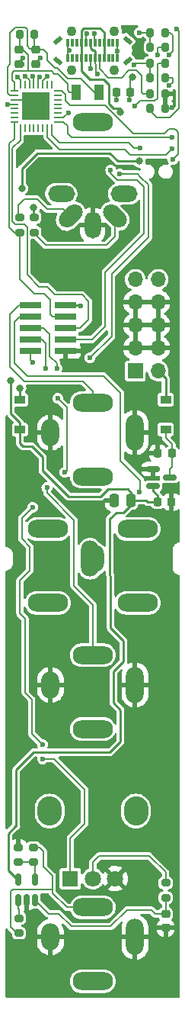
<source format=gbr>
%TF.GenerationSoftware,KiCad,Pcbnew,6.0.11-2627ca5db0~126~ubuntu22.04.1*%
%TF.CreationDate,2023-05-04T09:26:43+02:00*%
%TF.ProjectId,OTBreakOut,4f544272-6561-46b4-9f75-742e6b696361,rev?*%
%TF.SameCoordinates,Original*%
%TF.FileFunction,Copper,L1,Top*%
%TF.FilePolarity,Positive*%
%FSLAX46Y46*%
G04 Gerber Fmt 4.6, Leading zero omitted, Abs format (unit mm)*
G04 Created by KiCad (PCBNEW 6.0.11-2627ca5db0~126~ubuntu22.04.1) date 2023-05-04 09:26:43*
%MOMM*%
%LPD*%
G01*
G04 APERTURE LIST*
G04 Aperture macros list*
%AMRoundRect*
0 Rectangle with rounded corners*
0 $1 Rounding radius*
0 $2 $3 $4 $5 $6 $7 $8 $9 X,Y pos of 4 corners*
0 Add a 4 corners polygon primitive as box body*
4,1,4,$2,$3,$4,$5,$6,$7,$8,$9,$2,$3,0*
0 Add four circle primitives for the rounded corners*
1,1,$1+$1,$2,$3*
1,1,$1+$1,$4,$5*
1,1,$1+$1,$6,$7*
1,1,$1+$1,$8,$9*
0 Add four rect primitives between the rounded corners*
20,1,$1+$1,$2,$3,$4,$5,0*
20,1,$1+$1,$4,$5,$6,$7,0*
20,1,$1+$1,$6,$7,$8,$9,0*
20,1,$1+$1,$8,$9,$2,$3,0*%
%AMHorizOval*
0 Thick line with rounded ends*
0 $1 width*
0 $2 $3 position (X,Y) of the first rounded end (center of the circle)*
0 $4 $5 position (X,Y) of the second rounded end (center of the circle)*
0 Add line between two ends*
20,1,$1,$2,$3,$4,$5,0*
0 Add two circle primitives to create the rounded ends*
1,1,$1,$2,$3*
1,1,$1,$4,$5*%
%AMRotRect*
0 Rectangle, with rotation*
0 The origin of the aperture is its center*
0 $1 length*
0 $2 width*
0 $3 Rotation angle, in degrees counterclockwise*
0 Add horizontal line*
21,1,$1,$2,0,0,$3*%
G04 Aperture macros list end*
%TA.AperFunction,SMDPad,CuDef*%
%ADD10RoundRect,0.062500X-0.375000X-0.062500X0.375000X-0.062500X0.375000X0.062500X-0.375000X0.062500X0*%
%TD*%
%TA.AperFunction,SMDPad,CuDef*%
%ADD11RoundRect,0.062500X-0.062500X-0.375000X0.062500X-0.375000X0.062500X0.375000X-0.062500X0.375000X0*%
%TD*%
%TA.AperFunction,SMDPad,CuDef*%
%ADD12R,3.100000X3.100000*%
%TD*%
%TA.AperFunction,SMDPad,CuDef*%
%ADD13RoundRect,0.200000X-0.200000X-0.275000X0.200000X-0.275000X0.200000X0.275000X-0.200000X0.275000X0*%
%TD*%
%TA.AperFunction,SMDPad,CuDef*%
%ADD14R,2.400000X0.740000*%
%TD*%
%TA.AperFunction,SMDPad,CuDef*%
%ADD15R,1.000000X1.800000*%
%TD*%
%TA.AperFunction,ComponentPad*%
%ADD16O,2.720000X3.240000*%
%TD*%
%TA.AperFunction,ComponentPad*%
%ADD17R,1.800000X1.800000*%
%TD*%
%TA.AperFunction,ComponentPad*%
%ADD18C,1.800000*%
%TD*%
%TA.AperFunction,SMDPad,CuDef*%
%ADD19RoundRect,0.225000X0.250000X-0.225000X0.250000X0.225000X-0.250000X0.225000X-0.250000X-0.225000X0*%
%TD*%
%TA.AperFunction,SMDPad,CuDef*%
%ADD20RoundRect,0.225000X0.225000X0.250000X-0.225000X0.250000X-0.225000X-0.250000X0.225000X-0.250000X0*%
%TD*%
%TA.AperFunction,SMDPad,CuDef*%
%ADD21RoundRect,0.225000X-0.225000X-0.250000X0.225000X-0.250000X0.225000X0.250000X-0.225000X0.250000X0*%
%TD*%
%TA.AperFunction,ComponentPad*%
%ADD22O,4.500000X2.000000*%
%TD*%
%TA.AperFunction,ComponentPad*%
%ADD23O,3.000000X1.800000*%
%TD*%
%TA.AperFunction,ComponentPad*%
%ADD24O,1.800000X3.000000*%
%TD*%
%TA.AperFunction,ComponentPad*%
%ADD25HorizOval,1.800000X0.424264X-0.424264X-0.424264X0.424264X0*%
%TD*%
%TA.AperFunction,ComponentPad*%
%ADD26HorizOval,1.800000X0.424264X0.424264X-0.424264X-0.424264X0*%
%TD*%
%TA.AperFunction,ComponentPad*%
%ADD27O,2.000000X4.000000*%
%TD*%
%TA.AperFunction,SMDPad,CuDef*%
%ADD28R,1.200000X0.900000*%
%TD*%
%TA.AperFunction,SMDPad,CuDef*%
%ADD29RoundRect,0.200000X-0.275000X0.200000X-0.275000X-0.200000X0.275000X-0.200000X0.275000X0.200000X0*%
%TD*%
%TA.AperFunction,SMDPad,CuDef*%
%ADD30RoundRect,0.200000X0.275000X-0.200000X0.275000X0.200000X-0.275000X0.200000X-0.275000X-0.200000X0*%
%TD*%
%TA.AperFunction,SMDPad,CuDef*%
%ADD31RoundRect,0.250000X-0.250000X-0.475000X0.250000X-0.475000X0.250000X0.475000X-0.250000X0.475000X0*%
%TD*%
%TA.AperFunction,ComponentPad*%
%ADD32O,2.000000X3.000000*%
%TD*%
%TA.AperFunction,SMDPad,CuDef*%
%ADD33RoundRect,0.150000X0.150000X-0.512500X0.150000X0.512500X-0.150000X0.512500X-0.150000X-0.512500X0*%
%TD*%
%TA.AperFunction,SMDPad,CuDef*%
%ADD34RoundRect,0.150000X-0.587500X-0.150000X0.587500X-0.150000X0.587500X0.150000X-0.587500X0.150000X0*%
%TD*%
%TA.AperFunction,SMDPad,CuDef*%
%ADD35RoundRect,0.200000X0.200000X0.275000X-0.200000X0.275000X-0.200000X-0.275000X0.200000X-0.275000X0*%
%TD*%
%TA.AperFunction,SMDPad,CuDef*%
%ADD36RotRect,1.030000X0.500000X320.000000*%
%TD*%
%TA.AperFunction,ComponentPad*%
%ADD37C,1.100000*%
%TD*%
%TA.AperFunction,SMDPad,CuDef*%
%ADD38RotRect,1.030000X0.500000X40.000000*%
%TD*%
%TA.AperFunction,SMDPad,CuDef*%
%ADD39R,0.300000X0.850000*%
%TD*%
%TA.AperFunction,ComponentPad*%
%ADD40R,1.700000X1.700000*%
%TD*%
%TA.AperFunction,ComponentPad*%
%ADD41O,1.700000X1.700000*%
%TD*%
%TA.AperFunction,ViaPad*%
%ADD42C,0.600000*%
%TD*%
%TA.AperFunction,ViaPad*%
%ADD43C,0.800000*%
%TD*%
%TA.AperFunction,Conductor*%
%ADD44C,0.200000*%
%TD*%
%TA.AperFunction,Conductor*%
%ADD45C,0.250000*%
%TD*%
G04 APERTURE END LIST*
D10*
%TO.P,U1,1,XTAL1*%
%TO.N,Net-(C1-Pad2)*%
X91262500Y-64050000D03*
%TO.P,U1,2,PC0/XTAL2*%
%TO.N,Net-(C2-Pad2)*%
X91262500Y-64550000D03*
%TO.P,U1,3,GND*%
%TO.N,GND*%
X91262500Y-65050000D03*
%TO.P,U1,4,VCC*%
%TO.N,+5V*%
X91262500Y-65550000D03*
%TO.P,U1,5,PC2*%
%TO.N,unconnected-(U1-Pad5)*%
X91262500Y-66050000D03*
%TO.P,U1,6,PD0*%
%TO.N,unconnected-(U1-Pad6)*%
X91262500Y-66550000D03*
%TO.P,U1,7,PD1*%
%TO.N,unconnected-(U1-Pad7)*%
X91262500Y-67050000D03*
%TO.P,U1,8,PD2*%
%TO.N,TXD*%
X91262500Y-67550000D03*
D11*
%TO.P,U1,9,PD3*%
%TO.N,RXD*%
X91950000Y-68237500D03*
%TO.P,U1,10,PD4*%
%TO.N,unconnected-(U1-Pad10)*%
X92450000Y-68237500D03*
%TO.P,U1,11,PD5*%
%TO.N,unconnected-(U1-Pad11)*%
X92950000Y-68237500D03*
%TO.P,U1,12,PD6*%
%TO.N,unconnected-(U1-Pad12)*%
X93450000Y-68237500D03*
%TO.P,U1,13,~{HWB}/PD7*%
%TO.N,unconnected-(U1-Pad13)*%
X93950000Y-68237500D03*
%TO.P,U1,14,PB0*%
%TO.N,unconnected-(U1-Pad14)*%
X94450000Y-68237500D03*
%TO.P,U1,15,PB1*%
%TO.N,SCK*%
X94950000Y-68237500D03*
%TO.P,U1,16,PB2*%
%TO.N,MOSI*%
X95450000Y-68237500D03*
D10*
%TO.P,U1,17,PB3*%
%TO.N,MISO*%
X96137500Y-67550000D03*
%TO.P,U1,18,PB4*%
%TO.N,Net-(JP1-Pad1)*%
X96137500Y-67050000D03*
%TO.P,U1,19,PB5*%
%TO.N,unconnected-(U1-Pad19)*%
X96137500Y-66550000D03*
%TO.P,U1,20,PB6*%
%TO.N,unconnected-(U1-Pad20)*%
X96137500Y-66050000D03*
%TO.P,U1,21,PB7*%
%TO.N,unconnected-(U1-Pad21)*%
X96137500Y-65550000D03*
%TO.P,U1,22,PC7*%
%TO.N,unconnected-(U1-Pad22)*%
X96137500Y-65050000D03*
%TO.P,U1,23,PC6*%
%TO.N,unconnected-(U1-Pad23)*%
X96137500Y-64550000D03*
%TO.P,U1,24,PC1/~{RESET}*%
%TO.N,RESET*%
X96137500Y-64050000D03*
D11*
%TO.P,U1,25,PC5*%
%TO.N,unconnected-(U1-Pad25)*%
X95450000Y-63362500D03*
%TO.P,U1,26,PC4*%
%TO.N,unconnected-(U1-Pad26)*%
X94950000Y-63362500D03*
%TO.P,U1,27,UCAP*%
%TO.N,Net-(C3-Pad2)*%
X94450000Y-63362500D03*
%TO.P,U1,28,UGND*%
%TO.N,UGND*%
X93950000Y-63362500D03*
%TO.P,U1,29,D+*%
%TO.N,Net-(R2-Pad2)*%
X93450000Y-63362500D03*
%TO.P,U1,30,D-*%
%TO.N,Net-(R1-Pad2)*%
X92950000Y-63362500D03*
%TO.P,U1,31,UVCC*%
%TO.N,unconnected-(U1-Pad31)*%
X92450000Y-63362500D03*
%TO.P,U1,32,AVCC*%
%TO.N,+5V*%
X91950000Y-63362500D03*
D12*
%TO.P,U1,33,GND*%
%TO.N,GND*%
X93700000Y-65800000D03*
%TD*%
D13*
%TO.P,R1,1*%
%TO.N,Net-(J8-PadA7)*%
X106375000Y-57600000D03*
%TO.P,R1,2*%
%TO.N,Net-(R1-Pad2)*%
X108025000Y-57600000D03*
%TD*%
D14*
%TO.P,J10,1,Pin_1*%
%TO.N,AUDIO*%
X93050000Y-87860000D03*
%TO.P,J10,2,Pin_2*%
%TO.N,+5V*%
X96950000Y-87860000D03*
%TO.P,J10,3,Pin_3*%
%TO.N,CV1*%
X93050000Y-89130000D03*
%TO.P,J10,4,Pin_4*%
%TO.N,TXD*%
X96950000Y-89130000D03*
%TO.P,J10,5,Pin_5*%
%TO.N,CV2*%
X93050000Y-90400000D03*
%TO.P,J10,6,Pin_6*%
%TO.N,RXD*%
X96950000Y-90400000D03*
%TO.P,J10,7,Pin_7*%
%TO.N,GATE*%
X93050000Y-91670000D03*
%TO.P,J10,8,Pin_8*%
%TO.N,D-*%
X96950000Y-91670000D03*
%TO.P,J10,9,Pin_9*%
%TO.N,D+*%
X93050000Y-92940000D03*
%TO.P,J10,10,Pin_10*%
%TO.N,GND*%
X96950000Y-92940000D03*
%TD*%
D15*
%TO.P,Y1,1,1*%
%TO.N,Net-(C2-Pad2)*%
X100650000Y-64200000D03*
%TO.P,Y1,2,2*%
%TO.N,Net-(C1-Pad2)*%
X98150000Y-64200000D03*
%TD*%
D16*
%TO.P,RV1,*%
%TO.N,*%
X104800000Y-144000000D03*
X95200000Y-144000000D03*
D17*
%TO.P,RV1,1,1*%
%TO.N,AUDIO*%
X97500000Y-151500000D03*
D18*
%TO.P,RV1,2,2*%
%TO.N,Net-(R7-Pad2)*%
X100000000Y-151500000D03*
%TO.P,RV1,3,3*%
%TO.N,GND*%
X102500000Y-151500000D03*
%TD*%
D19*
%TO.P,C2,1*%
%TO.N,GND*%
X93700000Y-61075000D03*
%TO.P,C2,2*%
%TO.N,Net-(C2-Pad2)*%
X93700000Y-59525000D03*
%TD*%
D20*
%TO.P,C3,1*%
%TO.N,UGND*%
X104175000Y-64200000D03*
%TO.P,C3,2*%
%TO.N,Net-(C3-Pad2)*%
X102625000Y-64200000D03*
%TD*%
D21*
%TO.P,C4,1*%
%TO.N,GND*%
X107250000Y-104300000D03*
%TO.P,C4,2*%
%TO.N,Net-(C4-Pad2)*%
X108800000Y-104300000D03*
%TD*%
D22*
%TO.P,J6,*%
%TO.N,*%
X100000000Y-67550000D03*
D23*
%TO.P,J6,1*%
%TO.N,unconnected-(J6-Pad1)*%
X103500000Y-75500000D03*
D24*
%TO.P,J6,2*%
%TO.N,GND*%
X100000000Y-79000000D03*
D23*
%TO.P,J6,3*%
%TO.N,unconnected-(J6-Pad3)*%
X96500000Y-75500000D03*
D25*
%TO.P,J6,4*%
%TO.N,Net-(J6-Pad4)*%
X102474874Y-77974874D03*
D26*
%TO.P,J6,5*%
%TO.N,Net-(J6-Pad5)*%
X97525126Y-77974874D03*
%TD*%
D27*
%TO.P,J4,*%
%TO.N,*%
X99700000Y-116000000D03*
D22*
%TO.P,J4,2*%
%TO.N,CV2*%
X95000000Y-112700000D03*
%TO.P,J4,3*%
%TO.N,unconnected-(J4-Pad3)*%
X95000000Y-120900000D03*
%TD*%
D28*
%TO.P,D2,1,K*%
%TO.N,Net-(C4-Pad2)*%
X108100000Y-101650000D03*
%TO.P,D2,2,A*%
%TO.N,+12V*%
X108100000Y-98350000D03*
%TD*%
D13*
%TO.P,R5,1*%
%TO.N,Net-(J8-PadA6)*%
X106375000Y-61000000D03*
%TO.P,R5,2*%
%TO.N,D-*%
X108025000Y-61000000D03*
%TD*%
D29*
%TO.P,R10,1*%
%TO.N,PHONO*%
X93400000Y-148050000D03*
%TO.P,R10,2*%
%TO.N,Net-(R10-Pad2)*%
X93400000Y-149700000D03*
%TD*%
D20*
%TO.P,C5,1*%
%TO.N,GND*%
X108775000Y-109700000D03*
%TO.P,C5,2*%
%TO.N,+5V*%
X107225000Y-109700000D03*
%TD*%
D13*
%TO.P,R12,1*%
%TO.N,Net-(J8-PadA5)*%
X106375000Y-66000000D03*
%TO.P,R12,2*%
%TO.N,GND*%
X108025000Y-66000000D03*
%TD*%
D30*
%TO.P,R7,1*%
%TO.N,Net-(C6-Pad2)*%
X108100000Y-153625000D03*
%TO.P,R7,2*%
%TO.N,Net-(R7-Pad2)*%
X108100000Y-151975000D03*
%TD*%
D31*
%TO.P,C7,1*%
%TO.N,GND*%
X102350000Y-109500000D03*
%TO.P,C7,2*%
%TO.N,+5V*%
X104250000Y-109500000D03*
%TD*%
D27*
%TO.P,J1,1*%
%TO.N,GND*%
X104700000Y-158000000D03*
D32*
X95300000Y-158000000D03*
D22*
%TO.P,J1,2*%
%TO.N,PHONO*%
X100000000Y-154700000D03*
%TO.P,J1,3*%
%TO.N,unconnected-(J1-Pad3)*%
X100000000Y-162900000D03*
%TD*%
D13*
%TO.P,R2,1*%
%TO.N,Net-(J8-PadA6)*%
X106375000Y-62600000D03*
%TO.P,R2,2*%
%TO.N,Net-(R2-Pad2)*%
X108025000Y-62600000D03*
%TD*%
D33*
%TO.P,U3,1*%
%TO.N,Net-(R11-Pad2)*%
X91700000Y-153900000D03*
%TO.P,U3,2,V-*%
%TO.N,GND*%
X92650000Y-153900000D03*
%TO.P,U3,3,+*%
%TO.N,Net-(C6-Pad2)*%
X93600000Y-153900000D03*
%TO.P,U3,4,-*%
%TO.N,Net-(R10-Pad2)*%
X93600000Y-151625000D03*
%TO.P,U3,5,V+*%
%TO.N,+5V*%
X91700000Y-151625000D03*
%TD*%
D13*
%TO.P,R4,1*%
%TO.N,Net-(J8-PadA7)*%
X106375000Y-59200000D03*
%TO.P,R4,2*%
%TO.N,D+*%
X108025000Y-59200000D03*
%TD*%
D19*
%TO.P,C6,1*%
%TO.N,GND*%
X108100000Y-156975000D03*
%TO.P,C6,2*%
%TO.N,Net-(C6-Pad2)*%
X108100000Y-155425000D03*
%TD*%
D32*
%TO.P,J5,1*%
%TO.N,GND*%
X95300000Y-130000000D03*
D27*
X104700000Y-130000000D03*
D22*
%TO.P,J5,2*%
%TO.N,GATE*%
X100000000Y-126700000D03*
%TO.P,J5,3*%
%TO.N,unconnected-(J5-Pad3)*%
X100000000Y-134900000D03*
%TD*%
D28*
%TO.P,D1,1,K*%
%TO.N,+5V*%
X91900000Y-101650000D03*
%TO.P,D1,2,A*%
%TO.N,VUSB*%
X91900000Y-98350000D03*
%TD*%
D19*
%TO.P,C1,1*%
%TO.N,GND*%
X91800000Y-61075000D03*
%TO.P,C1,2*%
%TO.N,Net-(C1-Pad2)*%
X91800000Y-59525000D03*
%TD*%
D34*
%TO.P,U2,1,GND*%
%TO.N,GND*%
X106662500Y-106050000D03*
%TO.P,U2,2,VO*%
%TO.N,+5V*%
X106662500Y-107950000D03*
%TO.P,U2,3,VI*%
%TO.N,Net-(C4-Pad2)*%
X108537500Y-107000000D03*
%TD*%
D13*
%TO.P,R13,1*%
%TO.N,Net-(J8-PadB5)*%
X106375000Y-64400000D03*
%TO.P,R13,2*%
%TO.N,GND*%
X108025000Y-64400000D03*
%TD*%
D32*
%TO.P,J3,*%
%TO.N,*%
X100300000Y-116000000D03*
D22*
%TO.P,J3,2*%
%TO.N,CV1*%
X105000000Y-112700000D03*
%TO.P,J3,3*%
%TO.N,unconnected-(J3-Pad3)*%
X105000000Y-120900000D03*
%TD*%
D30*
%TO.P,R11,1*%
%TO.N,PHONO*%
X91800000Y-157550000D03*
%TO.P,R11,2*%
%TO.N,Net-(R11-Pad2)*%
X91800000Y-155900000D03*
%TD*%
%TO.P,R6,1*%
%TO.N,Net-(J6-Pad4)*%
X93500000Y-79775000D03*
%TO.P,R6,2*%
%TO.N,+5V*%
X93500000Y-78125000D03*
%TD*%
D27*
%TO.P,J2,1*%
%TO.N,GND*%
X104700000Y-102000000D03*
D32*
X95300000Y-102000000D03*
D22*
%TO.P,J2,2*%
%TO.N,AUDIO*%
X100000000Y-98700000D03*
%TO.P,J2,3*%
%TO.N,unconnected-(J2-Pad3)*%
X100000000Y-106900000D03*
%TD*%
D30*
%TO.P,R8,1*%
%TO.N,TXD*%
X91900000Y-79775000D03*
%TO.P,R8,2*%
%TO.N,Net-(J6-Pad5)*%
X91900000Y-78125000D03*
%TD*%
%TO.P,R9,1*%
%TO.N,Net-(R10-Pad2)*%
X91700000Y-149700000D03*
%TO.P,R9,2*%
%TO.N,GND*%
X91700000Y-148050000D03*
%TD*%
D35*
%TO.P,R3,1*%
%TO.N,Net-(C2-Pad2)*%
X93525000Y-57800000D03*
%TO.P,R3,2*%
%TO.N,Net-(C1-Pad2)*%
X91875000Y-57800000D03*
%TD*%
D36*
%TO.P,J8,*%
%TO.N,*%
X96120000Y-60735000D03*
D37*
X97600000Y-57450000D03*
X102400000Y-57450000D03*
X97600000Y-61750000D03*
X102400000Y-61750000D03*
D38*
X96120000Y-58465000D03*
D36*
X103880000Y-58465000D03*
D38*
X103880000Y-60735000D03*
D39*
%TO.P,J8,A1,GND*%
%TO.N,UGND*%
X97250000Y-58770000D03*
%TO.P,J8,A2,TX1+*%
%TO.N,unconnected-(J8-PadA2)*%
X97750000Y-58770000D03*
%TO.P,J8,A3,TX1-*%
%TO.N,unconnected-(J8-PadA3)*%
X98250000Y-58770000D03*
%TO.P,J8,A4,VBUS*%
%TO.N,VUSB*%
X98750000Y-58770000D03*
%TO.P,J8,A5,CC1*%
%TO.N,Net-(J8-PadA5)*%
X99250000Y-58770000D03*
%TO.P,J8,A6,D+*%
%TO.N,Net-(J8-PadA6)*%
X99750000Y-58770000D03*
%TO.P,J8,A7,D-*%
%TO.N,Net-(J8-PadA7)*%
X100250000Y-58770000D03*
%TO.P,J8,A8,SBU1*%
%TO.N,unconnected-(J8-PadA8)*%
X100750000Y-58770000D03*
%TO.P,J8,A9,VBUS*%
%TO.N,VUSB*%
X101250000Y-58770000D03*
%TO.P,J8,A10,RX2-*%
%TO.N,unconnected-(J8-PadA10)*%
X101750000Y-58770000D03*
%TO.P,J8,A11,RX2+*%
%TO.N,unconnected-(J8-PadA11)*%
X102250000Y-58770000D03*
%TO.P,J8,A12,GND*%
%TO.N,UGND*%
X102750000Y-58770000D03*
%TO.P,J8,B1,GND*%
X102750000Y-60430000D03*
%TO.P,J8,B2,TX2+*%
%TO.N,unconnected-(J8-PadB2)*%
X102250000Y-60430000D03*
%TO.P,J8,B3,TX2-*%
%TO.N,unconnected-(J8-PadB3)*%
X101750000Y-60430000D03*
%TO.P,J8,B4,VBUS*%
%TO.N,VUSB*%
X101250000Y-60430000D03*
%TO.P,J8,B5,CC2*%
%TO.N,Net-(J8-PadB5)*%
X100750000Y-60430000D03*
%TO.P,J8,B6,D+*%
%TO.N,Net-(J8-PadA6)*%
X100250000Y-60430000D03*
%TO.P,J8,B7,D-*%
%TO.N,Net-(J8-PadA7)*%
X99750000Y-60430000D03*
%TO.P,J8,B8,SBU2*%
%TO.N,unconnected-(J8-PadB8)*%
X99250000Y-60430000D03*
%TO.P,J8,B9,VBUS*%
%TO.N,VUSB*%
X98750000Y-60430000D03*
%TO.P,J8,B10,RX1-*%
%TO.N,unconnected-(J8-PadB10)*%
X98250000Y-60430000D03*
%TO.P,J8,B11,RX1+*%
%TO.N,unconnected-(J8-PadB11)*%
X97750000Y-60430000D03*
%TO.P,J8,B12,GND*%
%TO.N,UGND*%
X97250000Y-60430000D03*
%TD*%
D40*
%TO.P,J7,1,Pin_1*%
%TO.N,+12V*%
X104730000Y-95160000D03*
D41*
%TO.P,J7,2,Pin_2*%
X107270000Y-95160000D03*
%TO.P,J7,3,Pin_3*%
%TO.N,GND*%
X104730000Y-92620000D03*
%TO.P,J7,4,Pin_4*%
X107270000Y-92620000D03*
%TO.P,J7,5,Pin_5*%
X104730000Y-90080000D03*
%TO.P,J7,6,Pin_6*%
X107270000Y-90080000D03*
%TO.P,J7,7,Pin_7*%
X104730000Y-87540000D03*
%TO.P,J7,8,Pin_8*%
X107270000Y-87540000D03*
%TO.P,J7,9,Pin_9*%
%TO.N,-12V*%
X104730000Y-85000000D03*
%TO.P,J7,10,Pin_10*%
X107270000Y-85000000D03*
%TD*%
D42*
%TO.N,AUDIO*%
X93300000Y-110300000D03*
X94400000Y-136600000D03*
X94400000Y-138200000D03*
%TO.N,CV1*%
X105200000Y-108600000D03*
%TO.N,CV2*%
X96100000Y-98200000D03*
X96900000Y-106400000D03*
X96000000Y-94900000D03*
%TO.N,GATE*%
X94900000Y-108100000D03*
X94800000Y-94900000D03*
%TO.N,D-*%
X104700000Y-65800000D03*
X102000000Y-72900000D03*
%TO.N,D+*%
X99700000Y-93700000D03*
X103000000Y-73300000D03*
X107200000Y-60100000D03*
X93300000Y-94200000D03*
D43*
%TO.N,GND*%
X100500000Y-110250000D03*
D42*
X92240500Y-60407458D03*
D43*
X91300000Y-129500000D03*
D42*
X93700000Y-65800000D03*
X100000000Y-82300000D03*
D43*
X93000000Y-69600000D03*
X93500000Y-73200000D03*
D42*
X105100000Y-58600000D03*
X108800000Y-65900000D03*
X94200000Y-60400000D03*
%TO.N,Net-(JP1-Pad1)*%
X97300000Y-66500000D03*
%TO.N,+5V*%
X91600000Y-62500000D03*
D43*
X92100000Y-74900000D03*
D42*
X98700000Y-87900000D03*
X90500000Y-65600000D03*
D43*
X90900000Y-96200000D03*
X93450000Y-77000000D03*
X105189201Y-71893752D03*
D42*
%TO.N,UGND*%
X97348029Y-59579256D03*
X94100000Y-62500000D03*
D43*
X104400000Y-62500000D03*
D42*
X102729678Y-59665067D03*
X104100000Y-65100000D03*
D43*
%TO.N,VUSB*%
X91900000Y-97100000D03*
X103100000Y-66400000D03*
D42*
%TO.N,Net-(J8-PadA7)*%
X105200000Y-57600000D03*
X99800000Y-61600000D03*
X100200000Y-57700000D03*
%TO.N,MISO*%
X108800000Y-69200000D03*
%TO.N,SCK*%
X108800000Y-70500000D03*
%TO.N,MOSI*%
X105300000Y-70400000D03*
%TO.N,RESET*%
X108900000Y-71700000D03*
%TO.N,Net-(C3-Pad2)*%
X94952400Y-62459500D03*
X102600000Y-65100000D03*
%TO.N,Net-(J8-PadA6)*%
X100500000Y-62200000D03*
X104600000Y-61200000D03*
%TO.N,Net-(R1-Pad2)*%
X108500000Y-60100000D03*
X92500000Y-62465500D03*
%TO.N,Net-(R2-Pad2)*%
X93311898Y-62486145D03*
X108500000Y-63500000D03*
%TO.N,Net-(J8-PadA5)*%
X109300000Y-57200000D03*
X99334500Y-57700000D03*
%TD*%
D44*
%TO.N,Net-(J6-Pad4)*%
X93300000Y-79750000D02*
X94750000Y-81200000D01*
X102474874Y-80225126D02*
X102474874Y-77974874D01*
X94750000Y-81200000D02*
X101500000Y-81200000D01*
X101500000Y-81200000D02*
X102474874Y-80225126D01*
%TO.N,Net-(J6-Pad5)*%
X94900000Y-77200000D02*
X96750252Y-77200000D01*
X96750252Y-77200000D02*
X97525126Y-77974874D01*
X91700000Y-76800000D02*
X92400000Y-76100000D01*
X91700000Y-78125000D02*
X91700000Y-76800000D01*
X93800000Y-76100000D02*
X94900000Y-77200000D01*
X92400000Y-76100000D02*
X93800000Y-76100000D01*
%TO.N,AUDIO*%
X90800000Y-94700000D02*
X92400000Y-96300000D01*
X91900000Y-122100000D02*
X92490000Y-122690000D01*
X100000000Y-97400000D02*
X100000000Y-98700000D01*
X98900000Y-96300000D02*
X100000000Y-97400000D01*
X91840000Y-87860000D02*
X90800000Y-88900000D01*
X97500000Y-151500000D02*
X97500000Y-147000000D01*
X93300000Y-110300000D02*
X92100000Y-111500000D01*
X94400000Y-138200000D02*
X95700000Y-138200000D01*
X99100000Y-145400000D02*
X99100000Y-141600000D01*
X93000000Y-114700000D02*
X93000000Y-117300000D01*
X92400000Y-96300000D02*
X98900000Y-96300000D01*
X90800000Y-88900000D02*
X90800000Y-94700000D01*
X95700000Y-138200000D02*
X99100000Y-141600000D01*
X97500000Y-147000000D02*
X99100000Y-145400000D01*
X93200000Y-131600000D02*
X93200000Y-135400000D01*
X91900000Y-118400000D02*
X91900000Y-122100000D01*
X93050000Y-87860000D02*
X91840000Y-87860000D01*
X92490000Y-130890000D02*
X93200000Y-131600000D01*
X92490000Y-122690000D02*
X92490000Y-130890000D01*
X92100000Y-113800000D02*
X93000000Y-114700000D01*
X93200000Y-135400000D02*
X94400000Y-136600000D01*
X92100000Y-111500000D02*
X92100000Y-113800000D01*
X93000000Y-117300000D02*
X91900000Y-118400000D01*
%TO.N,CV1*%
X93050000Y-89130000D02*
X91870000Y-89130000D01*
X92700000Y-95700000D02*
X101200000Y-95700000D01*
X101200000Y-95700000D02*
X103100000Y-97600000D01*
X105300000Y-107300000D02*
X105300000Y-108500000D01*
X105300000Y-108500000D02*
X105200000Y-108600000D01*
X91300000Y-89700000D02*
X91300000Y-94300000D01*
X91870000Y-89130000D02*
X91300000Y-89700000D01*
X103100000Y-105100000D02*
X105300000Y-107300000D01*
X91300000Y-94300000D02*
X92700000Y-95700000D01*
X103100000Y-97600000D02*
X103100000Y-105100000D01*
%TO.N,TXD*%
X90700000Y-79200000D02*
X90700000Y-69925000D01*
X91900000Y-79775000D02*
X91900000Y-85000000D01*
X91900000Y-85000000D02*
X93500000Y-86600000D01*
X93500000Y-86600000D02*
X94600000Y-86600000D01*
X95300000Y-87300000D02*
X95300000Y-88900000D01*
X94600000Y-86600000D02*
X95300000Y-87300000D01*
X91900000Y-79775000D02*
X91275000Y-79775000D01*
X91262500Y-69362500D02*
X91262500Y-67550000D01*
X95530000Y-89130000D02*
X96950000Y-89130000D01*
X95300000Y-88900000D02*
X95530000Y-89130000D01*
X91275000Y-79775000D02*
X90700000Y-79200000D01*
X90700000Y-69925000D02*
X91262500Y-69362500D01*
%TO.N,CV2*%
X97100000Y-99200000D02*
X97100000Y-100700000D01*
X97100000Y-106200000D02*
X96900000Y-106400000D01*
X95200000Y-91100000D02*
X95200000Y-93500000D01*
X96100000Y-98200000D02*
X97100000Y-99200000D01*
X94500000Y-90400000D02*
X95200000Y-91100000D01*
X96000000Y-94300000D02*
X96000000Y-94900000D01*
X97100000Y-100700000D02*
X97100000Y-106200000D01*
X93050000Y-90400000D02*
X94500000Y-90400000D01*
X95200000Y-93500000D02*
X96000000Y-94300000D01*
%TO.N,RXD*%
X92400000Y-78900000D02*
X91400000Y-78900000D01*
X91060000Y-70440000D02*
X91950000Y-69550000D01*
X92700000Y-84500000D02*
X92700000Y-79200000D01*
X99500000Y-89500000D02*
X99500000Y-87400000D01*
X95800000Y-86700000D02*
X94900000Y-85800000D01*
X94000000Y-85800000D02*
X92700000Y-84500000D01*
X98600000Y-90400000D02*
X99500000Y-89500000D01*
X92700000Y-79200000D02*
X92400000Y-78900000D01*
X98800000Y-86700000D02*
X95800000Y-86700000D01*
X99500000Y-87400000D02*
X98800000Y-86700000D01*
X96950000Y-90400000D02*
X98600000Y-90400000D01*
X91950000Y-69550000D02*
X91950000Y-68237500D01*
X94900000Y-85800000D02*
X94000000Y-85800000D01*
X91060000Y-78560000D02*
X91060000Y-70440000D01*
X91400000Y-78900000D02*
X91060000Y-78560000D01*
%TO.N,GATE*%
X97900000Y-119000000D02*
X97900000Y-111700000D01*
X94800000Y-94100000D02*
X94800000Y-94700000D01*
X100000000Y-126700000D02*
X100000000Y-121100000D01*
X94800000Y-94700000D02*
X94800000Y-94900000D01*
X98000000Y-119100000D02*
X97900000Y-119000000D01*
X97900000Y-111700000D02*
X94900000Y-108700000D01*
X94900000Y-108700000D02*
X94900000Y-108100000D01*
X94800000Y-92100000D02*
X94800000Y-94100000D01*
X100000000Y-121100000D02*
X98000000Y-119100000D01*
X94370000Y-91670000D02*
X94800000Y-92100000D01*
X93050000Y-91670000D02*
X94370000Y-91670000D01*
%TO.N,D-*%
X101400000Y-84200000D02*
X105700000Y-79900000D01*
X104700000Y-65800000D02*
X105300000Y-65200000D01*
X101400000Y-90200000D02*
X101400000Y-84200000D01*
X105700000Y-74700000D02*
X104950000Y-73950000D01*
X105300000Y-65200000D02*
X106900000Y-65200000D01*
X99930000Y-91670000D02*
X101400000Y-90200000D01*
X105700000Y-79900000D02*
X105700000Y-74700000D01*
X102000000Y-73200000D02*
X102750000Y-73950000D01*
X102000000Y-72900000D02*
X102000000Y-73200000D01*
X102750000Y-73950000D02*
X104950000Y-73950000D01*
X107300000Y-61000000D02*
X108025000Y-61000000D01*
X107200000Y-64900000D02*
X107200000Y-61100000D01*
X106900000Y-65200000D02*
X107200000Y-64900000D01*
X96950000Y-91670000D02*
X99930000Y-91670000D01*
X107200000Y-61100000D02*
X107300000Y-61000000D01*
%TO.N,D+*%
X99700000Y-93700000D02*
X102100000Y-91300000D01*
X107200000Y-60100000D02*
X107200000Y-59300000D01*
X106200000Y-80300000D02*
X106200000Y-74500000D01*
X103000000Y-73300000D02*
X105000000Y-73300000D01*
X102100000Y-91300000D02*
X102100000Y-84400000D01*
X107300000Y-59200000D02*
X108025000Y-59200000D01*
X93050000Y-93950000D02*
X93300000Y-94200000D01*
X105000000Y-73300000D02*
X105300000Y-73600000D01*
X107200000Y-59300000D02*
X107300000Y-59200000D01*
X106200000Y-74500000D02*
X105300000Y-73600000D01*
X102100000Y-84400000D02*
X106200000Y-80300000D01*
X93050000Y-92940000D02*
X93050000Y-93950000D01*
%TO.N,GND*%
X108025000Y-64400000D02*
X108025000Y-66000000D01*
X91800000Y-61075000D02*
X91800000Y-60847958D01*
D45*
X102350000Y-109500000D02*
X101250000Y-109500000D01*
D44*
X108700000Y-66000000D02*
X108800000Y-65900000D01*
X91262500Y-65050000D02*
X92950000Y-65050000D01*
X92950000Y-65050000D02*
X93700000Y-65800000D01*
X91800000Y-60847958D02*
X92240500Y-60407458D01*
D45*
X101250000Y-109500000D02*
X100500000Y-110250000D01*
D44*
X93700000Y-60900000D02*
X94200000Y-60400000D01*
X108025000Y-66000000D02*
X108700000Y-66000000D01*
X93700000Y-61075000D02*
X93700000Y-60900000D01*
%TO.N,Net-(JP1-Pad1)*%
X96137500Y-67050000D02*
X96750000Y-67050000D01*
X97300000Y-66500000D02*
X96750000Y-67050000D01*
D45*
%TO.N,+5V*%
X92200000Y-103500000D02*
X91900000Y-103200000D01*
X102300000Y-132000000D02*
X103100000Y-132800000D01*
X106662500Y-107950000D02*
X106662500Y-108462500D01*
X104250000Y-109500000D02*
X104250000Y-110050000D01*
X107225000Y-109025000D02*
X107225000Y-109700000D01*
X103400000Y-127400000D02*
X102300000Y-128500000D01*
X105900000Y-109500000D02*
X106100000Y-109700000D01*
X91900000Y-103200000D02*
X91900000Y-101650000D01*
X91900000Y-100900000D02*
X90900000Y-99900000D01*
X106100000Y-109700000D02*
X107225000Y-109700000D01*
X105189201Y-71893752D02*
X102793752Y-71893752D01*
X102793752Y-71893752D02*
X101900000Y-71000000D01*
D44*
X90550000Y-65550000D02*
X90500000Y-65600000D01*
D45*
X104250000Y-108650000D02*
X104250000Y-109500000D01*
X103100000Y-136300000D02*
X101900000Y-137500000D01*
X101900000Y-117800000D02*
X102000000Y-117900000D01*
X91500000Y-139400000D02*
X91500000Y-145700000D01*
X101700000Y-108300000D02*
X103900000Y-108300000D01*
X90600000Y-150600000D02*
X91625000Y-151625000D01*
X104250000Y-110050000D02*
X103400000Y-110900000D01*
X98660000Y-87860000D02*
X98700000Y-87900000D01*
X93800000Y-71000000D02*
X92100000Y-72700000D01*
X101900000Y-137500000D02*
X93400000Y-137500000D01*
X100900000Y-109100000D02*
X101700000Y-108300000D01*
X106662500Y-108462500D02*
X107225000Y-109025000D01*
X94400000Y-104700000D02*
X93200000Y-103500000D01*
X102000000Y-123700000D02*
X103400000Y-125100000D01*
X102600000Y-110900000D02*
X101900000Y-111600000D01*
X91400000Y-145700000D02*
X90600000Y-146500000D01*
X101900000Y-71000000D02*
X93800000Y-71000000D01*
X94400000Y-106200000D02*
X97300000Y-109100000D01*
X103400000Y-110900000D02*
X102600000Y-110900000D01*
X94400000Y-106200000D02*
X94400000Y-104700000D01*
X93200000Y-103500000D02*
X92200000Y-103500000D01*
X103100000Y-132800000D02*
X103100000Y-136300000D01*
X93450000Y-78100000D02*
X93450000Y-77000000D01*
X97300000Y-109100000D02*
X100900000Y-109100000D01*
X102300000Y-128500000D02*
X102300000Y-132000000D01*
X91500000Y-145700000D02*
X91400000Y-145700000D01*
X93400000Y-137500000D02*
X91500000Y-139400000D01*
X103900000Y-108300000D02*
X104250000Y-108650000D01*
X91625000Y-151625000D02*
X91700000Y-151625000D01*
D44*
X91950000Y-62850000D02*
X91600000Y-62500000D01*
D45*
X96950000Y-87860000D02*
X98660000Y-87860000D01*
X104250000Y-109500000D02*
X105900000Y-109500000D01*
X92100000Y-72700000D02*
X92100000Y-74900000D01*
X91900000Y-101650000D02*
X91900000Y-100900000D01*
X90600000Y-146500000D02*
X90600000Y-150600000D01*
D44*
X91262500Y-65550000D02*
X90550000Y-65550000D01*
D45*
X90900000Y-99900000D02*
X90900000Y-96200000D01*
X103400000Y-125100000D02*
X103400000Y-127400000D01*
X102000000Y-117900000D02*
X102000000Y-123700000D01*
D44*
X91950000Y-63362500D02*
X91950000Y-62850000D01*
D45*
X101900000Y-111600000D02*
X101900000Y-117800000D01*
D44*
%TO.N,UGND*%
X104175000Y-62725000D02*
X104400000Y-62500000D01*
X102729678Y-59665067D02*
X102729678Y-58790322D01*
X93950000Y-63362500D02*
X93950000Y-62650000D01*
X97250000Y-59550000D02*
X97318773Y-59550000D01*
X104175000Y-64200000D02*
X104175000Y-62725000D01*
X104100000Y-64275000D02*
X104175000Y-64200000D01*
X104100000Y-65100000D02*
X104100000Y-64275000D01*
X97250000Y-58770000D02*
X97250000Y-59550000D01*
X102729678Y-60409678D02*
X102750000Y-60430000D01*
X97250000Y-59550000D02*
X97250000Y-60430000D01*
X93950000Y-62650000D02*
X94100000Y-62500000D01*
X102729678Y-59665067D02*
X102729678Y-60409678D01*
X97318773Y-59550000D02*
X97348029Y-59579256D01*
X102729678Y-58790322D02*
X102750000Y-58770000D01*
D45*
%TO.N,VUSB*%
X101250000Y-57550000D02*
X101250000Y-58770000D01*
X98750000Y-60430000D02*
X98750000Y-61850000D01*
X99000000Y-57100000D02*
X100800000Y-57100000D01*
X101250000Y-58770000D02*
X101250000Y-60430000D01*
X98750000Y-58770000D02*
X98750000Y-60430000D01*
X99700000Y-62800000D02*
X101200000Y-62800000D01*
X98750000Y-61850000D02*
X99700000Y-62800000D01*
X101200000Y-62800000D02*
X101800000Y-63400000D01*
X101800000Y-65100000D02*
X101800000Y-65500000D01*
X100800000Y-57100000D02*
X101250000Y-57550000D01*
X101800000Y-63400000D02*
X101800000Y-65100000D01*
X91900000Y-98350000D02*
X91900000Y-97100000D01*
X103000000Y-66000000D02*
X103200000Y-66200000D01*
X102300000Y-66000000D02*
X103000000Y-66000000D01*
X101800000Y-65500000D02*
X102300000Y-66000000D01*
X98750000Y-57350000D02*
X99000000Y-57100000D01*
X98750000Y-58770000D02*
X98750000Y-57350000D01*
D44*
%TO.N,Net-(C1-Pad2)*%
X97200000Y-64000000D02*
X97400000Y-64200000D01*
X95400000Y-61900000D02*
X95700000Y-62200000D01*
X91262500Y-64050000D02*
X91262500Y-63162500D01*
X92800000Y-61900000D02*
X95400000Y-61900000D01*
X92225000Y-59525000D02*
X92800000Y-60100000D01*
X91200000Y-61900000D02*
X92800000Y-61900000D01*
X91262500Y-63162500D02*
X91000000Y-62900000D01*
X91000000Y-62100000D02*
X91200000Y-61900000D01*
X91875000Y-59450000D02*
X91800000Y-59525000D01*
X92800000Y-60100000D02*
X92800000Y-61300000D01*
X92800000Y-61300000D02*
X92800000Y-61900000D01*
X95700000Y-62200000D02*
X96100000Y-62200000D01*
X91875000Y-57800000D02*
X91875000Y-59450000D01*
X91000000Y-62900000D02*
X91000000Y-62100000D01*
X91800000Y-59525000D02*
X92225000Y-59525000D01*
X97200000Y-63300000D02*
X97200000Y-64000000D01*
X96100000Y-62200000D02*
X97200000Y-63300000D01*
X97400000Y-64200000D02*
X98150000Y-64200000D01*
%TO.N,Net-(J8-PadA7)*%
X99750000Y-60430000D02*
X99750000Y-61550000D01*
X100200000Y-58720000D02*
X100250000Y-58770000D01*
X106375000Y-57600000D02*
X106375000Y-59200000D01*
X105200000Y-57600000D02*
X106375000Y-57600000D01*
X99750000Y-61550000D02*
X99800000Y-61600000D01*
X100200000Y-57700000D02*
X100200000Y-58720000D01*
%TO.N,MISO*%
X97600000Y-69200000D02*
X108800000Y-69200000D01*
X96137500Y-67550000D02*
X96750000Y-67550000D01*
X97200000Y-68000000D02*
X97200000Y-68800000D01*
X96750000Y-67550000D02*
X97200000Y-68000000D01*
X97200000Y-68800000D02*
X97600000Y-69200000D01*
%TO.N,SCK*%
X94950000Y-68237500D02*
X94950000Y-69250000D01*
X96300000Y-70600000D02*
X101800000Y-70600000D01*
X94950000Y-69250000D02*
X95900000Y-70200000D01*
X95900000Y-70200000D02*
X96300000Y-70600000D01*
X101800000Y-70600000D02*
X103600000Y-70600000D01*
X103600000Y-70600000D02*
X104200000Y-71200000D01*
X104200000Y-71200000D02*
X108100000Y-71200000D01*
X108100000Y-71200000D02*
X108800000Y-70500000D01*
%TO.N,MOSI*%
X104600000Y-70400000D02*
X104000000Y-69800000D01*
X104000000Y-69800000D02*
X96300000Y-69800000D01*
X95450000Y-68950000D02*
X95450000Y-68237500D01*
X96300000Y-69800000D02*
X95450000Y-68950000D01*
X105300000Y-70400000D02*
X104600000Y-70400000D01*
%TO.N,RESET*%
X109500000Y-68700000D02*
X109500000Y-69800000D01*
X109100000Y-68300000D02*
X109300000Y-68500000D01*
X107400000Y-68805301D02*
X107994699Y-68805301D01*
X97000000Y-64500000D02*
X97000000Y-65200000D01*
X107994699Y-68805301D02*
X108500000Y-68300000D01*
X104505301Y-68805301D02*
X107400000Y-68805301D01*
X97000000Y-65200000D02*
X97500000Y-65700000D01*
X101400000Y-65700000D02*
X102000000Y-66300000D01*
X96137500Y-64050000D02*
X96550000Y-64050000D01*
X102000000Y-66300000D02*
X104505301Y-68805301D01*
X109500000Y-69800000D02*
X109500000Y-71100000D01*
X97500000Y-65700000D02*
X100600000Y-65700000D01*
X108500000Y-68300000D02*
X109100000Y-68300000D01*
X109500000Y-71100000D02*
X108900000Y-71700000D01*
X100600000Y-65700000D02*
X101400000Y-65700000D01*
X109300000Y-68500000D02*
X109500000Y-68700000D01*
X96550000Y-64050000D02*
X97000000Y-64500000D01*
%TO.N,Net-(C2-Pad2)*%
X90500000Y-61400000D02*
X90800000Y-61100000D01*
X90500000Y-64300000D02*
X90500000Y-61400000D01*
X90800000Y-61100000D02*
X90800000Y-57600000D01*
X93525000Y-59350000D02*
X93700000Y-59525000D01*
X93575000Y-59400000D02*
X93700000Y-59525000D01*
X100200000Y-64200000D02*
X100650000Y-64200000D01*
X92700000Y-59100000D02*
X93000000Y-59400000D01*
X98700000Y-62700000D02*
X100200000Y-64200000D01*
X91400000Y-57000000D02*
X92500000Y-57000000D01*
X96050000Y-61550000D02*
X95750000Y-61550000D01*
X93525000Y-57800000D02*
X93525000Y-59350000D01*
X97200000Y-62700000D02*
X96050000Y-61550000D01*
X91262500Y-64550000D02*
X90750000Y-64550000D01*
X90800000Y-57600000D02*
X91400000Y-57000000D01*
X93000000Y-59400000D02*
X93575000Y-59400000D01*
X92700000Y-57200000D02*
X92700000Y-59100000D01*
X94900000Y-60700000D02*
X95750000Y-61550000D01*
X94525000Y-59525000D02*
X93700000Y-59525000D01*
X94900000Y-59900000D02*
X94525000Y-59525000D01*
X94900000Y-60700000D02*
X94900000Y-59900000D01*
X98700000Y-62700000D02*
X97200000Y-62700000D01*
X90750000Y-64550000D02*
X90500000Y-64300000D01*
X92500000Y-57000000D02*
X92700000Y-57200000D01*
%TO.N,Net-(C3-Pad2)*%
X102600000Y-64225000D02*
X102625000Y-64200000D01*
X94450000Y-62961900D02*
X94952400Y-62459500D01*
X94450000Y-63362500D02*
X94450000Y-62961900D01*
X102600000Y-65100000D02*
X102600000Y-64225000D01*
%TO.N,Net-(J8-PadA6)*%
X100500000Y-62200000D02*
X100390000Y-62090000D01*
X100250000Y-61050000D02*
X100250000Y-60430000D01*
X100390000Y-62090000D02*
X100390000Y-61190000D01*
X106375000Y-61000000D02*
X104800000Y-61000000D01*
X104800000Y-61000000D02*
X104600000Y-61200000D01*
D45*
X99750000Y-58770000D02*
X99750000Y-59350000D01*
D44*
X100390000Y-61190000D02*
X100250000Y-61050000D01*
D45*
X100250000Y-59705000D02*
X100250000Y-60430000D01*
X100145000Y-59600000D02*
X100250000Y-59705000D01*
X99750000Y-59350000D02*
X100000000Y-59600000D01*
X100000000Y-59600000D02*
X100145000Y-59600000D01*
D44*
X106375000Y-61000000D02*
X106375000Y-62600000D01*
%TO.N,Net-(R1-Pad2)*%
X108500000Y-60100000D02*
X108900000Y-59700000D01*
X108900000Y-57900000D02*
X108900000Y-59300000D01*
X92950000Y-63362500D02*
X92950000Y-62915500D01*
X108900000Y-59700000D02*
X108900000Y-59300000D01*
X108600000Y-57600000D02*
X108900000Y-57900000D01*
X108025000Y-57600000D02*
X108600000Y-57600000D01*
X92950000Y-62915500D02*
X92500000Y-62465500D01*
%TO.N,Net-(R2-Pad2)*%
X93450000Y-63362500D02*
X93450000Y-62624247D01*
X108900000Y-62700000D02*
X108800000Y-62600000D01*
X93450000Y-62624247D02*
X93311898Y-62486145D01*
X108900000Y-63100000D02*
X108500000Y-63500000D01*
X108800000Y-62600000D02*
X108025000Y-62600000D01*
X108900000Y-63100000D02*
X108900000Y-62700000D01*
%TO.N,Net-(C4-Pad2)*%
X108100000Y-101650000D02*
X108100000Y-102600000D01*
X108100000Y-102600000D02*
X108800000Y-103300000D01*
X108800000Y-105800000D02*
X108537500Y-106062500D01*
X108537500Y-106062500D02*
X108537500Y-107000000D01*
X108800000Y-104300000D02*
X108800000Y-105800000D01*
X108800000Y-103300000D02*
X108800000Y-104300000D01*
%TO.N,Net-(R7-Pad2)*%
X100000000Y-151500000D02*
X100000000Y-149700000D01*
X108100000Y-150800000D02*
X108100000Y-151975000D01*
X106300000Y-149000000D02*
X108100000Y-150800000D01*
X100000000Y-149700000D02*
X100700000Y-149000000D01*
X100700000Y-149000000D02*
X106300000Y-149000000D01*
%TO.N,Net-(C6-Pad2)*%
X102000000Y-156800000D02*
X103800000Y-155000000D01*
X93600000Y-153900000D02*
X95100000Y-155400000D01*
X106500000Y-155000000D02*
X106925000Y-155425000D01*
X97600000Y-156800000D02*
X102000000Y-156800000D01*
X103800000Y-155000000D02*
X106500000Y-155000000D01*
X96200000Y-155400000D02*
X97600000Y-156800000D01*
X106925000Y-155425000D02*
X108100000Y-155425000D01*
X95100000Y-155400000D02*
X96200000Y-155400000D01*
X108100000Y-155425000D02*
X108475000Y-155425000D01*
X108100000Y-153625000D02*
X108100000Y-155425000D01*
%TO.N,PHONO*%
X91800000Y-157550000D02*
X91550000Y-157550000D01*
X94500000Y-150200000D02*
X95500000Y-151200000D01*
X93400000Y-148050000D02*
X94050000Y-148050000D01*
X91550000Y-157550000D02*
X90900000Y-156900000D01*
X90900000Y-156900000D02*
X90900000Y-152900000D01*
X95500000Y-153100000D02*
X97100000Y-154700000D01*
X94050000Y-148050000D02*
X94500000Y-148500000D01*
X94500000Y-148500000D02*
X94500000Y-150200000D01*
X97100000Y-154700000D02*
X100000000Y-154700000D01*
X95500000Y-152800000D02*
X95500000Y-153100000D01*
X95400000Y-152700000D02*
X95500000Y-152800000D01*
X95500000Y-151200000D02*
X95500000Y-152800000D01*
X91100000Y-152700000D02*
X95400000Y-152700000D01*
X90900000Y-152900000D02*
X91100000Y-152700000D01*
%TO.N,Net-(R10-Pad2)*%
X91700000Y-149700000D02*
X93400000Y-149700000D01*
X93400000Y-149700000D02*
X93600000Y-149900000D01*
X93600000Y-149900000D02*
X93600000Y-151625000D01*
%TO.N,Net-(R11-Pad2)*%
X91800000Y-154900000D02*
X91800000Y-155900000D01*
X91700000Y-154800000D02*
X91800000Y-154900000D01*
X91700000Y-153900000D02*
X91700000Y-154800000D01*
%TO.N,Net-(J8-PadA5)*%
X109600000Y-57500000D02*
X109600000Y-66000000D01*
X106375000Y-66275000D02*
X106375000Y-66000000D01*
X99250000Y-58770000D02*
X99250000Y-57784500D01*
X108600000Y-67000000D02*
X107100000Y-67000000D01*
X107100000Y-67000000D02*
X106375000Y-66275000D01*
X109300000Y-57200000D02*
X109600000Y-57500000D01*
X109600000Y-66000000D02*
X108600000Y-67000000D01*
X99250000Y-57784500D02*
X99334500Y-57700000D01*
%TO.N,Net-(J8-PadB5)*%
X100750000Y-60430000D02*
X100750000Y-61650000D01*
X100750000Y-61650000D02*
X101700000Y-62600000D01*
X104000000Y-61800000D02*
X104800000Y-61800000D01*
X105400000Y-62400000D02*
X105400000Y-64200000D01*
X105600000Y-64400000D02*
X106375000Y-64400000D01*
X103200000Y-62600000D02*
X104000000Y-61800000D01*
X104800000Y-61800000D02*
X105400000Y-62400000D01*
X105400000Y-64200000D02*
X105600000Y-64400000D01*
X101700000Y-62600000D02*
X103200000Y-62600000D01*
D45*
%TO.N,+12V*%
X108100000Y-95990000D02*
X108100000Y-98350000D01*
X107270000Y-95160000D02*
X108100000Y-95990000D01*
%TD*%
%TA.AperFunction,Conductor*%
%TO.N,GND*%
G36*
X109662021Y-107423498D02*
G01*
X109696446Y-107485590D01*
X109699500Y-107513164D01*
X109699500Y-108808714D01*
X109679498Y-108876835D01*
X109625842Y-108923328D01*
X109555568Y-108933432D01*
X109490988Y-108903938D01*
X109484482Y-108897887D01*
X109462571Y-108876014D01*
X109451160Y-108867002D01*
X109318120Y-108784996D01*
X109304939Y-108778849D01*
X109156186Y-108729509D01*
X109142810Y-108726642D01*
X109051903Y-108717328D01*
X109046874Y-108717071D01*
X109031876Y-108721475D01*
X109030671Y-108722865D01*
X109029000Y-108730548D01*
X109029000Y-110664885D01*
X109033475Y-110680124D01*
X109034865Y-110681329D01*
X109042548Y-110683000D01*
X109045438Y-110683000D01*
X109051953Y-110682663D01*
X109144057Y-110673106D01*
X109157456Y-110670212D01*
X109306107Y-110620619D01*
X109319286Y-110614445D01*
X109452173Y-110532212D01*
X109463574Y-110523176D01*
X109484327Y-110502387D01*
X109546610Y-110468308D01*
X109617430Y-110473311D01*
X109674303Y-110515809D01*
X109699171Y-110582307D01*
X109699500Y-110591405D01*
X109699500Y-114081527D01*
X109679498Y-114149648D01*
X109625842Y-114196141D01*
X109591336Y-114206258D01*
X109588154Y-114206713D01*
X109583505Y-114207290D01*
X109527017Y-114213227D01*
X109520348Y-114215497D01*
X109513471Y-114217009D01*
X109513361Y-114216509D01*
X109504138Y-114218715D01*
X109490348Y-114220685D01*
X109483130Y-114221504D01*
X109438998Y-114225222D01*
X109433093Y-114227484D01*
X109412145Y-114237958D01*
X109396150Y-114244623D01*
X109381738Y-114249495D01*
X109381736Y-114249496D01*
X109370718Y-114253221D01*
X109361780Y-114260662D01*
X109354616Y-114264671D01*
X109341270Y-114273395D01*
X109334209Y-114276925D01*
X109316923Y-114284018D01*
X109302090Y-114288854D01*
X109302087Y-114288856D01*
X109293635Y-114291611D01*
X109288406Y-114295165D01*
X109286048Y-114297130D01*
X109286044Y-114297133D01*
X109255925Y-114322232D01*
X109251296Y-114325908D01*
X109214016Y-114354119D01*
X109210291Y-114360130D01*
X109208884Y-114361433D01*
X109205235Y-114364474D01*
X109204045Y-114365206D01*
X109202267Y-114366947D01*
X109198329Y-114370229D01*
X109198326Y-114370230D01*
X109140272Y-114418609D01*
X109132806Y-114424372D01*
X109099854Y-114447889D01*
X109095932Y-114452849D01*
X109081312Y-114475591D01*
X109072355Y-114487833D01*
X109052869Y-114511351D01*
X109049168Y-114522383D01*
X109043514Y-114532543D01*
X109043198Y-114532367D01*
X109038437Y-114542283D01*
X108985469Y-114624680D01*
X108980533Y-114631807D01*
X108955542Y-114665358D01*
X108953324Y-114671280D01*
X108952533Y-114674247D01*
X108952528Y-114674262D01*
X108946688Y-114696165D01*
X108941617Y-114711272D01*
X108930576Y-114738345D01*
X108930356Y-114749979D01*
X108928010Y-114761370D01*
X108927869Y-114761341D01*
X108926263Y-114772757D01*
X108913258Y-114821528D01*
X108906272Y-114847725D01*
X108901559Y-114861943D01*
X108890117Y-114890622D01*
X108889500Y-114896915D01*
X108889500Y-114933193D01*
X108889132Y-114942818D01*
X108887235Y-114967584D01*
X108886065Y-114982849D01*
X108889019Y-114992685D01*
X108889500Y-115001600D01*
X108889500Y-116819105D01*
X108888192Y-116832342D01*
X108887905Y-116833158D01*
X108887551Y-116839471D01*
X108887679Y-116842544D01*
X108887679Y-116842550D01*
X108889391Y-116883633D01*
X108889500Y-116888878D01*
X108889500Y-116907948D01*
X108890499Y-116913310D01*
X108890839Y-116918385D01*
X108899467Y-117125456D01*
X108899561Y-117128790D01*
X108900211Y-117171630D01*
X108900212Y-117171637D01*
X108900347Y-117180529D01*
X108902198Y-117186575D01*
X108908636Y-117202028D01*
X108915127Y-117222271D01*
X108919620Y-117241831D01*
X108926130Y-117251470D01*
X108926131Y-117251472D01*
X108927191Y-117253041D01*
X108939084Y-117275103D01*
X108963181Y-117332936D01*
X108967915Y-117346401D01*
X108974358Y-117368687D01*
X108974361Y-117368694D01*
X108976832Y-117377240D01*
X108980209Y-117382586D01*
X108982098Y-117385015D01*
X108982101Y-117385019D01*
X109001761Y-117410296D01*
X109007771Y-117418716D01*
X109022692Y-117441545D01*
X109022695Y-117441548D01*
X109029058Y-117451283D01*
X109037939Y-117457672D01*
X109044713Y-117465520D01*
X109051890Y-117474748D01*
X109059288Y-117485339D01*
X109066543Y-117496951D01*
X109070361Y-117503802D01*
X109071319Y-117505205D01*
X109075254Y-117513179D01*
X109079518Y-117517848D01*
X109081809Y-117519910D01*
X109081811Y-117519912D01*
X109098824Y-117535224D01*
X109099253Y-117535644D01*
X109099958Y-117536550D01*
X109102277Y-117538607D01*
X109102286Y-117538616D01*
X109123336Y-117557289D01*
X109123982Y-117557866D01*
X109138228Y-117570687D01*
X109143330Y-117575544D01*
X109195230Y-117627807D01*
X109201179Y-117631583D01*
X109201181Y-117631584D01*
X109201264Y-117631637D01*
X109201993Y-117632237D01*
X109206668Y-117635996D01*
X109206624Y-117636050D01*
X109225176Y-117651323D01*
X109234300Y-117660946D01*
X109234303Y-117660948D01*
X109240419Y-117667399D01*
X109245874Y-117670596D01*
X109248663Y-117671883D01*
X109248676Y-117671890D01*
X109271243Y-117682305D01*
X109284161Y-117689204D01*
X109311007Y-117705616D01*
X109316739Y-117706661D01*
X109329851Y-117713240D01*
X109346864Y-117724037D01*
X109395531Y-117741366D01*
X109420125Y-117753271D01*
X109437935Y-117764424D01*
X109444016Y-117766157D01*
X109468577Y-117770622D01*
X109477122Y-117772176D01*
X109496849Y-117777445D01*
X109509410Y-117781918D01*
X109509419Y-117781920D01*
X109516049Y-117784281D01*
X109550393Y-117788376D01*
X109564484Y-117790057D01*
X109583617Y-117794925D01*
X109583724Y-117794486D01*
X109592363Y-117796588D01*
X109600622Y-117799883D01*
X109605159Y-117800328D01*
X109664751Y-117834788D01*
X109697239Y-117897915D01*
X109699500Y-117921675D01*
X109699500Y-164573500D01*
X109679498Y-164641621D01*
X109625842Y-164688114D01*
X109573500Y-164699500D01*
X90426500Y-164699500D01*
X90358379Y-164679498D01*
X90311886Y-164625842D01*
X90300500Y-164573500D01*
X90300500Y-162900000D01*
X97444532Y-162900000D01*
X97464365Y-163126692D01*
X97523261Y-163346496D01*
X97619432Y-163552734D01*
X97749953Y-163739139D01*
X97910861Y-163900047D01*
X98097266Y-164030568D01*
X98102244Y-164032889D01*
X98102247Y-164032891D01*
X98298522Y-164124416D01*
X98303504Y-164126739D01*
X98308812Y-164128161D01*
X98308814Y-164128162D01*
X98517993Y-164184211D01*
X98517995Y-164184211D01*
X98523308Y-164185635D01*
X98622302Y-164194296D01*
X98690492Y-164200262D01*
X98690499Y-164200262D01*
X98693216Y-164200500D01*
X101306784Y-164200500D01*
X101309501Y-164200262D01*
X101309508Y-164200262D01*
X101377698Y-164194296D01*
X101476692Y-164185635D01*
X101482005Y-164184211D01*
X101482007Y-164184211D01*
X101691186Y-164128162D01*
X101691188Y-164128161D01*
X101696496Y-164126739D01*
X101701478Y-164124416D01*
X101897753Y-164032891D01*
X101897756Y-164032889D01*
X101902734Y-164030568D01*
X102089139Y-163900047D01*
X102250047Y-163739139D01*
X102380568Y-163552734D01*
X102476739Y-163346496D01*
X102535635Y-163126692D01*
X102555468Y-162900000D01*
X102535635Y-162673308D01*
X102476739Y-162453504D01*
X102380568Y-162247266D01*
X102250047Y-162060861D01*
X102089139Y-161899953D01*
X101902734Y-161769432D01*
X101897756Y-161767111D01*
X101897753Y-161767109D01*
X101701478Y-161675584D01*
X101701476Y-161675583D01*
X101696496Y-161673261D01*
X101691188Y-161671839D01*
X101691186Y-161671838D01*
X101482007Y-161615789D01*
X101482005Y-161615789D01*
X101476692Y-161614365D01*
X101377698Y-161605704D01*
X101309508Y-161599738D01*
X101309501Y-161599738D01*
X101306784Y-161599500D01*
X98693216Y-161599500D01*
X98690499Y-161599738D01*
X98690492Y-161599738D01*
X98622302Y-161605704D01*
X98523308Y-161614365D01*
X98517995Y-161615789D01*
X98517993Y-161615789D01*
X98308814Y-161671838D01*
X98308812Y-161671839D01*
X98303504Y-161673261D01*
X98298524Y-161675583D01*
X98298522Y-161675584D01*
X98102247Y-161767109D01*
X98102244Y-161767111D01*
X98097266Y-161769432D01*
X97910861Y-161899953D01*
X97749953Y-162060861D01*
X97619432Y-162247266D01*
X97523261Y-162453504D01*
X97464365Y-162673308D01*
X97444532Y-162900000D01*
X90300500Y-162900000D01*
X90300500Y-158558456D01*
X93792000Y-158558456D01*
X93792202Y-158563488D01*
X93806150Y-158736843D01*
X93807762Y-158746796D01*
X93863233Y-158972633D01*
X93866416Y-158982203D01*
X93957280Y-159196265D01*
X93961955Y-159205207D01*
X94085874Y-159401987D01*
X94091914Y-159410060D01*
X94245703Y-159584500D01*
X94252956Y-159591504D01*
X94432654Y-159739110D01*
X94440936Y-159744866D01*
X94641919Y-159861841D01*
X94651024Y-159866203D01*
X94868115Y-159949537D01*
X94877804Y-159952388D01*
X95028264Y-159983821D01*
X95042325Y-159982698D01*
X95046000Y-159972590D01*
X95046000Y-159970590D01*
X95554000Y-159970590D01*
X95558136Y-159984676D01*
X95571114Y-159986725D01*
X95588830Y-159984675D01*
X95598727Y-159982715D01*
X95822494Y-159919396D01*
X95831938Y-159915884D01*
X96042705Y-159817601D01*
X96051471Y-159812622D01*
X96243802Y-159681913D01*
X96251677Y-159675581D01*
X96420626Y-159515814D01*
X96427387Y-159508305D01*
X96568625Y-159323574D01*
X96574089Y-159315095D01*
X96683978Y-159110153D01*
X96688020Y-159100901D01*
X96702635Y-159058456D01*
X103192000Y-159058456D01*
X103192202Y-159063488D01*
X103206150Y-159236843D01*
X103207762Y-159246796D01*
X103263233Y-159472633D01*
X103266416Y-159482203D01*
X103357280Y-159696265D01*
X103361955Y-159705207D01*
X103485874Y-159901987D01*
X103491914Y-159910060D01*
X103645703Y-160084500D01*
X103652956Y-160091504D01*
X103832654Y-160239110D01*
X103840936Y-160244866D01*
X104041919Y-160361841D01*
X104051024Y-160366203D01*
X104268115Y-160449537D01*
X104277804Y-160452388D01*
X104428264Y-160483821D01*
X104442325Y-160482698D01*
X104446000Y-160472590D01*
X104446000Y-160470590D01*
X104954000Y-160470590D01*
X104958136Y-160484676D01*
X104971114Y-160486725D01*
X104988830Y-160484675D01*
X104998727Y-160482715D01*
X105222494Y-160419396D01*
X105231938Y-160415884D01*
X105442705Y-160317601D01*
X105451471Y-160312622D01*
X105643802Y-160181913D01*
X105651677Y-160175581D01*
X105820626Y-160015814D01*
X105827387Y-160008305D01*
X105968625Y-159823574D01*
X105974089Y-159815095D01*
X106083978Y-159610153D01*
X106088020Y-159600901D01*
X106163727Y-159381029D01*
X106166236Y-159371257D01*
X106206004Y-159141029D01*
X106206859Y-159133157D01*
X106207936Y-159109449D01*
X106208000Y-159106616D01*
X106208000Y-158272115D01*
X106203525Y-158256876D01*
X106202135Y-158255671D01*
X106194452Y-158254000D01*
X104972115Y-158254000D01*
X104956876Y-158258475D01*
X104955671Y-158259865D01*
X104954000Y-158267548D01*
X104954000Y-160470590D01*
X104446000Y-160470590D01*
X104446000Y-158272115D01*
X104441525Y-158256876D01*
X104440135Y-158255671D01*
X104432452Y-158254000D01*
X103210115Y-158254000D01*
X103194876Y-158258475D01*
X103193671Y-158259865D01*
X103192000Y-158267548D01*
X103192000Y-159058456D01*
X96702635Y-159058456D01*
X96763727Y-158881029D01*
X96766236Y-158871257D01*
X96806004Y-158641029D01*
X96806859Y-158633157D01*
X96807936Y-158609449D01*
X96808000Y-158606616D01*
X96808000Y-158272115D01*
X96803525Y-158256876D01*
X96802135Y-158255671D01*
X96794452Y-158254000D01*
X95572115Y-158254000D01*
X95556876Y-158258475D01*
X95555671Y-158259865D01*
X95554000Y-158267548D01*
X95554000Y-159970590D01*
X95046000Y-159970590D01*
X95046000Y-158272115D01*
X95041525Y-158256876D01*
X95040135Y-158255671D01*
X95032452Y-158254000D01*
X93810115Y-158254000D01*
X93794876Y-158258475D01*
X93793671Y-158259865D01*
X93792000Y-158267548D01*
X93792000Y-158558456D01*
X90300500Y-158558456D01*
X90300500Y-157137998D01*
X90320502Y-157069877D01*
X90374158Y-157023384D01*
X90444432Y-157013280D01*
X90509012Y-157042774D01*
X90536829Y-157078318D01*
X90538704Y-157084090D01*
X90551639Y-157101893D01*
X90561965Y-157118745D01*
X90571950Y-157138342D01*
X90594513Y-157160905D01*
X90594516Y-157160909D01*
X90987596Y-157553989D01*
X91021622Y-157616301D01*
X91024501Y-157643084D01*
X91024501Y-157797376D01*
X91031149Y-157858580D01*
X91081474Y-157992824D01*
X91086854Y-158000003D01*
X91086856Y-158000006D01*
X91162072Y-158100365D01*
X91167454Y-158107546D01*
X91174635Y-158112928D01*
X91274994Y-158188144D01*
X91274997Y-158188146D01*
X91282176Y-158193526D01*
X91371561Y-158227034D01*
X91409025Y-158241079D01*
X91409027Y-158241079D01*
X91416420Y-158243851D01*
X91424270Y-158244704D01*
X91424271Y-158244704D01*
X91474217Y-158250130D01*
X91477623Y-158250500D01*
X91799952Y-158250500D01*
X92122376Y-158250499D01*
X92125770Y-158250130D01*
X92125776Y-158250130D01*
X92175722Y-158244705D01*
X92175726Y-158244704D01*
X92183580Y-158243851D01*
X92317824Y-158193526D01*
X92325003Y-158188146D01*
X92325006Y-158188144D01*
X92425365Y-158112928D01*
X92432546Y-158107546D01*
X92437928Y-158100365D01*
X92513144Y-158000006D01*
X92513146Y-158000003D01*
X92518526Y-157992824D01*
X92552034Y-157903439D01*
X92566079Y-157865975D01*
X92566079Y-157865973D01*
X92568851Y-157858580D01*
X92575500Y-157797377D01*
X92575499Y-157302624D01*
X92570131Y-157253204D01*
X92569705Y-157249278D01*
X92569704Y-157249274D01*
X92568851Y-157241420D01*
X92518526Y-157107176D01*
X92513146Y-157099997D01*
X92513144Y-157099994D01*
X92437928Y-156999635D01*
X92432546Y-156992454D01*
X92393824Y-156963433D01*
X92325006Y-156911856D01*
X92325003Y-156911854D01*
X92317824Y-156906474D01*
X92191108Y-156858971D01*
X92190975Y-156858921D01*
X92190973Y-156858921D01*
X92183580Y-156856149D01*
X92175731Y-156855296D01*
X92175730Y-156855296D01*
X92129394Y-156850262D01*
X92063832Y-156823019D01*
X92023406Y-156764656D01*
X92020952Y-156693701D01*
X92057248Y-156632684D01*
X92120770Y-156600976D01*
X92129390Y-156599737D01*
X92149396Y-156597564D01*
X92175721Y-156594705D01*
X92175724Y-156594704D01*
X92183580Y-156593851D01*
X92317824Y-156543526D01*
X92325003Y-156538146D01*
X92325006Y-156538144D01*
X92425365Y-156462928D01*
X92432546Y-156457546D01*
X92441903Y-156445061D01*
X92513144Y-156350006D01*
X92513146Y-156350003D01*
X92518526Y-156342824D01*
X92560990Y-156229550D01*
X92566079Y-156215975D01*
X92566079Y-156215973D01*
X92568851Y-156208580D01*
X92573572Y-156165129D01*
X92575131Y-156150774D01*
X92575131Y-156150773D01*
X92575500Y-156147377D01*
X92575499Y-155652624D01*
X92573948Y-155638342D01*
X92569705Y-155599278D01*
X92569704Y-155599274D01*
X92568851Y-155591420D01*
X92518526Y-155457176D01*
X92513146Y-155449997D01*
X92513144Y-155449994D01*
X92437928Y-155349635D01*
X92432546Y-155342454D01*
X92359012Y-155287343D01*
X92316498Y-155230485D01*
X92311472Y-155159666D01*
X92345532Y-155097373D01*
X92366156Y-155080714D01*
X92391971Y-155064020D01*
X92396000Y-155055130D01*
X92396000Y-153772000D01*
X92416002Y-153703879D01*
X92469658Y-153657386D01*
X92522000Y-153646000D01*
X92778000Y-153646000D01*
X92846121Y-153666002D01*
X92892614Y-153719658D01*
X92904000Y-153772000D01*
X92904000Y-155049378D01*
X92907973Y-155062909D01*
X92915871Y-155064044D01*
X93055790Y-155023393D01*
X93070221Y-155017148D01*
X93199678Y-154940589D01*
X93212104Y-154930949D01*
X93249745Y-154893308D01*
X93312057Y-154859282D01*
X93362664Y-154859328D01*
X93364631Y-154860019D01*
X93396166Y-154863000D01*
X93803834Y-154863000D01*
X93821752Y-154861306D01*
X93827722Y-154860742D01*
X93827723Y-154860742D01*
X93835369Y-154860019D01*
X93877705Y-154845152D01*
X93948604Y-154841454D01*
X94008547Y-154874940D01*
X94854644Y-155721037D01*
X94854648Y-155721040D01*
X94861658Y-155728050D01*
X94870494Y-155732552D01*
X94870495Y-155732553D01*
X94881259Y-155738038D01*
X94898116Y-155748368D01*
X94915910Y-155761296D01*
X94936832Y-155768094D01*
X94955093Y-155775658D01*
X94965860Y-155781144D01*
X94974696Y-155785646D01*
X94978954Y-155786320D01*
X95034990Y-155824637D01*
X95062628Y-155890034D01*
X95050521Y-155959990D01*
X95002516Y-156012297D01*
X94971756Y-156025637D01*
X94777506Y-156080604D01*
X94768062Y-156084116D01*
X94557295Y-156182399D01*
X94548529Y-156187378D01*
X94356198Y-156318087D01*
X94348323Y-156324419D01*
X94179374Y-156484186D01*
X94172613Y-156491695D01*
X94031375Y-156676426D01*
X94025911Y-156684905D01*
X93916022Y-156889847D01*
X93911980Y-156899099D01*
X93836273Y-157118971D01*
X93833764Y-157128743D01*
X93793996Y-157358971D01*
X93793141Y-157366843D01*
X93792064Y-157390551D01*
X93792000Y-157393384D01*
X93792000Y-157727885D01*
X93796475Y-157743124D01*
X93797865Y-157744329D01*
X93805548Y-157746000D01*
X96789885Y-157746000D01*
X96805124Y-157741525D01*
X96806329Y-157740135D01*
X96808000Y-157732452D01*
X96808000Y-157441544D01*
X96807798Y-157436512D01*
X96793850Y-157263157D01*
X96792238Y-157253204D01*
X96736767Y-157027367D01*
X96733584Y-157017797D01*
X96642720Y-156803735D01*
X96638045Y-156794793D01*
X96572732Y-156691078D01*
X96553357Y-156622776D01*
X96573985Y-156554842D01*
X96628066Y-156508845D01*
X96698430Y-156499388D01*
X96762737Y-156529474D01*
X96768447Y-156534840D01*
X97339091Y-157105484D01*
X97339095Y-157105487D01*
X97361658Y-157128050D01*
X97370498Y-157132554D01*
X97381255Y-157138035D01*
X97398107Y-157148361D01*
X97415910Y-157161296D01*
X97436834Y-157168095D01*
X97455094Y-157175659D01*
X97465859Y-157181144D01*
X97465863Y-157181145D01*
X97474696Y-157185646D01*
X97484487Y-157187197D01*
X97484488Y-157187197D01*
X97496422Y-157189087D01*
X97515647Y-157193703D01*
X97527132Y-157197435D01*
X97527136Y-157197436D01*
X97536567Y-157200500D01*
X102063433Y-157200500D01*
X102072864Y-157197436D01*
X102072868Y-157197435D01*
X102084353Y-157193703D01*
X102103578Y-157189087D01*
X102115512Y-157187197D01*
X102115513Y-157187197D01*
X102125304Y-157185646D01*
X102134137Y-157181145D01*
X102134141Y-157181144D01*
X102144906Y-157175659D01*
X102163166Y-157168095D01*
X102184090Y-157161296D01*
X102201893Y-157148361D01*
X102218745Y-157138035D01*
X102229502Y-157132554D01*
X102238342Y-157128050D01*
X102260905Y-157105487D01*
X102260909Y-157105484D01*
X103107882Y-156258511D01*
X103170194Y-156224485D01*
X103241009Y-156229550D01*
X103297845Y-156272097D01*
X103322656Y-156338617D01*
X103313112Y-156394132D01*
X103313629Y-156394310D01*
X103312536Y-156397486D01*
X103312438Y-156398053D01*
X103311976Y-156399109D01*
X103236273Y-156618971D01*
X103233764Y-156628743D01*
X103193996Y-156858971D01*
X103193141Y-156866843D01*
X103192064Y-156890551D01*
X103192000Y-156893384D01*
X103192000Y-157727885D01*
X103196475Y-157743124D01*
X103197865Y-157744329D01*
X103205548Y-157746000D01*
X106189885Y-157746000D01*
X106205124Y-157741525D01*
X106206329Y-157740135D01*
X106208000Y-157732452D01*
X106208000Y-157245438D01*
X107117000Y-157245438D01*
X107117337Y-157251953D01*
X107126894Y-157344057D01*
X107129788Y-157357456D01*
X107179381Y-157506107D01*
X107185555Y-157519286D01*
X107267788Y-157652173D01*
X107276824Y-157663574D01*
X107387429Y-157773986D01*
X107398840Y-157782998D01*
X107531880Y-157865004D01*
X107545061Y-157871151D01*
X107693814Y-157920491D01*
X107707190Y-157923358D01*
X107798097Y-157932672D01*
X107804513Y-157933000D01*
X107827885Y-157933000D01*
X107843124Y-157928525D01*
X107844329Y-157927135D01*
X107846000Y-157919452D01*
X107846000Y-157914885D01*
X108354000Y-157914885D01*
X108358475Y-157930124D01*
X108359865Y-157931329D01*
X108367548Y-157933000D01*
X108395438Y-157933000D01*
X108401953Y-157932663D01*
X108494057Y-157923106D01*
X108507456Y-157920212D01*
X108656107Y-157870619D01*
X108669286Y-157864445D01*
X108802173Y-157782212D01*
X108813574Y-157773176D01*
X108923986Y-157662571D01*
X108932998Y-157651160D01*
X109015004Y-157518120D01*
X109021151Y-157504939D01*
X109070491Y-157356186D01*
X109073358Y-157342810D01*
X109082672Y-157251903D01*
X109082929Y-157246874D01*
X109078525Y-157231876D01*
X109077135Y-157230671D01*
X109069452Y-157229000D01*
X108372115Y-157229000D01*
X108356876Y-157233475D01*
X108355671Y-157234865D01*
X108354000Y-157242548D01*
X108354000Y-157914885D01*
X107846000Y-157914885D01*
X107846000Y-157247115D01*
X107841525Y-157231876D01*
X107840135Y-157230671D01*
X107832452Y-157229000D01*
X107135115Y-157229000D01*
X107119876Y-157233475D01*
X107118671Y-157234865D01*
X107117000Y-157242548D01*
X107117000Y-157245438D01*
X106208000Y-157245438D01*
X106208000Y-156941544D01*
X106207798Y-156936512D01*
X106193850Y-156763157D01*
X106192238Y-156753204D01*
X106136767Y-156527367D01*
X106133584Y-156517797D01*
X106042720Y-156303735D01*
X106038045Y-156294793D01*
X105914126Y-156098013D01*
X105908086Y-156089940D01*
X105754297Y-155915500D01*
X105747044Y-155908496D01*
X105567346Y-155760890D01*
X105559064Y-155755134D01*
X105353705Y-155635612D01*
X105354901Y-155633557D01*
X105309431Y-155592699D01*
X105290660Y-155524229D01*
X105311887Y-155456480D01*
X105366372Y-155410962D01*
X105416640Y-155400500D01*
X106281917Y-155400500D01*
X106350038Y-155420502D01*
X106371012Y-155437405D01*
X106664091Y-155730484D01*
X106664095Y-155730487D01*
X106686658Y-155753050D01*
X106695497Y-155757554D01*
X106695499Y-155757555D01*
X106706258Y-155763037D01*
X106723113Y-155773365D01*
X106732888Y-155780467D01*
X106740911Y-155786296D01*
X106761832Y-155793094D01*
X106780092Y-155800658D01*
X106790859Y-155806144D01*
X106790863Y-155806145D01*
X106799696Y-155810646D01*
X106809487Y-155812197D01*
X106809488Y-155812197D01*
X106821422Y-155814087D01*
X106840647Y-155818703D01*
X106852132Y-155822435D01*
X106852136Y-155822436D01*
X106861567Y-155825500D01*
X107268630Y-155825500D01*
X107336751Y-155845502D01*
X107378380Y-155896114D01*
X107380493Y-155894923D01*
X107384708Y-155902403D01*
X107387872Y-155910395D01*
X107440194Y-155979325D01*
X107465446Y-156045678D01*
X107450818Y-156115151D01*
X107406133Y-156162648D01*
X107397827Y-156167788D01*
X107386426Y-156176824D01*
X107276014Y-156287429D01*
X107267002Y-156298840D01*
X107184996Y-156431880D01*
X107178849Y-156445061D01*
X107129509Y-156593814D01*
X107126642Y-156607190D01*
X107117328Y-156698097D01*
X107117071Y-156703126D01*
X107121475Y-156718124D01*
X107122865Y-156719329D01*
X107130548Y-156721000D01*
X109064885Y-156721000D01*
X109080124Y-156716525D01*
X109081329Y-156715135D01*
X109083000Y-156707452D01*
X109083000Y-156704562D01*
X109082663Y-156698047D01*
X109073106Y-156605943D01*
X109070212Y-156592544D01*
X109020619Y-156443893D01*
X109014445Y-156430714D01*
X108932212Y-156297827D01*
X108923176Y-156286426D01*
X108812571Y-156176014D01*
X108801160Y-156167002D01*
X108794127Y-156162667D01*
X108746634Y-156109895D01*
X108735210Y-156039824D01*
X108759881Y-155979227D01*
X108786351Y-155944354D01*
X108812128Y-155910395D01*
X108865129Y-155776528D01*
X108875500Y-155690829D01*
X108875500Y-155466436D01*
X108877051Y-155446726D01*
X108878941Y-155434794D01*
X108878941Y-155434793D01*
X108880492Y-155425000D01*
X108877049Y-155403264D01*
X108875499Y-155383564D01*
X108875499Y-155159172D01*
X108868400Y-155100500D01*
X108866101Y-155081505D01*
X108865129Y-155073472D01*
X108862129Y-155065893D01*
X108829741Y-154984090D01*
X108812128Y-154939605D01*
X108725078Y-154824922D01*
X108610395Y-154737872D01*
X108580116Y-154725884D01*
X108524142Y-154682209D01*
X108500500Y-154608732D01*
X108500500Y-154399836D01*
X108520502Y-154331715D01*
X108574158Y-154285222D01*
X108582271Y-154281854D01*
X108609421Y-154271676D01*
X108609420Y-154271676D01*
X108617824Y-154268526D01*
X108625003Y-154263146D01*
X108625006Y-154263144D01*
X108725365Y-154187928D01*
X108732546Y-154182546D01*
X108737928Y-154175365D01*
X108813144Y-154075006D01*
X108813146Y-154075003D01*
X108818526Y-154067824D01*
X108868851Y-153933580D01*
X108875500Y-153872377D01*
X108875499Y-153377624D01*
X108875130Y-153374224D01*
X108869705Y-153324278D01*
X108869704Y-153324274D01*
X108868851Y-153316420D01*
X108818526Y-153182176D01*
X108813146Y-153174997D01*
X108813144Y-153174994D01*
X108737928Y-153074635D01*
X108732546Y-153067454D01*
X108725365Y-153062072D01*
X108625006Y-152986856D01*
X108625003Y-152986854D01*
X108617824Y-152981474D01*
X108491471Y-152934107D01*
X108490975Y-152933921D01*
X108490973Y-152933921D01*
X108483580Y-152931149D01*
X108475731Y-152930296D01*
X108475730Y-152930296D01*
X108429394Y-152925262D01*
X108363832Y-152898019D01*
X108323406Y-152839656D01*
X108320952Y-152768701D01*
X108357248Y-152707684D01*
X108420770Y-152675976D01*
X108429390Y-152674737D01*
X108451542Y-152672331D01*
X108475721Y-152669705D01*
X108475724Y-152669704D01*
X108483580Y-152668851D01*
X108617824Y-152618526D01*
X108625003Y-152613146D01*
X108625006Y-152613144D01*
X108725365Y-152537928D01*
X108732546Y-152532546D01*
X108779177Y-152470327D01*
X108813144Y-152425006D01*
X108813146Y-152425003D01*
X108818526Y-152417824D01*
X108868851Y-152283580D01*
X108875500Y-152222377D01*
X108875499Y-151727624D01*
X108868851Y-151666420D01*
X108818526Y-151532176D01*
X108813146Y-151524997D01*
X108813144Y-151524994D01*
X108737928Y-151424635D01*
X108732546Y-151417454D01*
X108663749Y-151365893D01*
X108625006Y-151336856D01*
X108625003Y-151336854D01*
X108617824Y-151331474D01*
X108582271Y-151318146D01*
X108525506Y-151275505D01*
X108500806Y-151208944D01*
X108500500Y-151200164D01*
X108500500Y-150768481D01*
X108500499Y-150768475D01*
X108500499Y-150736567D01*
X108497436Y-150727140D01*
X108497435Y-150727133D01*
X108493703Y-150715647D01*
X108489089Y-150696427D01*
X108487199Y-150684493D01*
X108487197Y-150684485D01*
X108485646Y-150674696D01*
X108481146Y-150665865D01*
X108481145Y-150665861D01*
X108475658Y-150655093D01*
X108468094Y-150636832D01*
X108461296Y-150615910D01*
X108448368Y-150598116D01*
X108438038Y-150581259D01*
X108432552Y-150570493D01*
X108432551Y-150570492D01*
X108428050Y-150561658D01*
X108338342Y-150471950D01*
X106560909Y-148694516D01*
X106560905Y-148694513D01*
X106538342Y-148671950D01*
X106518746Y-148661965D01*
X106501893Y-148651639D01*
X106484090Y-148638704D01*
X106463166Y-148631905D01*
X106444906Y-148624341D01*
X106434141Y-148618856D01*
X106434137Y-148618855D01*
X106425304Y-148614354D01*
X106415513Y-148612803D01*
X106415512Y-148612803D01*
X106403578Y-148610913D01*
X106384353Y-148606297D01*
X106372868Y-148602565D01*
X106372864Y-148602564D01*
X106363433Y-148599500D01*
X100668481Y-148599500D01*
X100668477Y-148599501D01*
X100636567Y-148599501D01*
X100627140Y-148602564D01*
X100627133Y-148602565D01*
X100615647Y-148606297D01*
X100596427Y-148610911D01*
X100584493Y-148612801D01*
X100584485Y-148612803D01*
X100574696Y-148614354D01*
X100565865Y-148618854D01*
X100565861Y-148618855D01*
X100555093Y-148624342D01*
X100536832Y-148631906D01*
X100515910Y-148638704D01*
X100500918Y-148649597D01*
X100498116Y-148651632D01*
X100481259Y-148661962D01*
X100470493Y-148667448D01*
X100470492Y-148667449D01*
X100461658Y-148671950D01*
X100439091Y-148694517D01*
X99694516Y-149439091D01*
X99694513Y-149439095D01*
X99671950Y-149461658D01*
X99667446Y-149470498D01*
X99661965Y-149481255D01*
X99651639Y-149498107D01*
X99638704Y-149515910D01*
X99631907Y-149536830D01*
X99624341Y-149555094D01*
X99618856Y-149565859D01*
X99618855Y-149565863D01*
X99614354Y-149574696D01*
X99612803Y-149584487D01*
X99612803Y-149584488D01*
X99610913Y-149596422D01*
X99606297Y-149615647D01*
X99602565Y-149627132D01*
X99602564Y-149627136D01*
X99599500Y-149636567D01*
X99599500Y-150280254D01*
X99579498Y-150348375D01*
X99525842Y-150394868D01*
X99517111Y-150398466D01*
X99511701Y-150400462D01*
X99480957Y-150411804D01*
X99475996Y-150414756D01*
X99475995Y-150414756D01*
X99327735Y-150502962D01*
X99291341Y-150524614D01*
X99125457Y-150670090D01*
X98988863Y-150843360D01*
X98944750Y-150927204D01*
X98938008Y-150940019D01*
X98888589Y-150990991D01*
X98819456Y-151007154D01*
X98752560Y-150983375D01*
X98709140Y-150927204D01*
X98700500Y-150881351D01*
X98700500Y-150555354D01*
X98697382Y-150529154D01*
X98651939Y-150426847D01*
X98634972Y-150409909D01*
X98580945Y-150355977D01*
X98572713Y-150347759D01*
X98562076Y-150343056D01*
X98562074Y-150343055D01*
X98502538Y-150316735D01*
X98470327Y-150302494D01*
X98444646Y-150299500D01*
X98026500Y-150299500D01*
X97958379Y-150279498D01*
X97911886Y-150225842D01*
X97900500Y-150173500D01*
X97900500Y-147218083D01*
X97920502Y-147149962D01*
X97937405Y-147128988D01*
X99405484Y-145660909D01*
X99405487Y-145660905D01*
X99428050Y-145638342D01*
X99432555Y-145629501D01*
X99438037Y-145618742D01*
X99448365Y-145601887D01*
X99455467Y-145592112D01*
X99461296Y-145584089D01*
X99468094Y-145563168D01*
X99475658Y-145544908D01*
X99481144Y-145534141D01*
X99481145Y-145534137D01*
X99485646Y-145525304D01*
X99489087Y-145503578D01*
X99493703Y-145484353D01*
X99497435Y-145472868D01*
X99497436Y-145472864D01*
X99500500Y-145463433D01*
X99500500Y-144325246D01*
X103139500Y-144325246D01*
X103154872Y-144520563D01*
X103215887Y-144774710D01*
X103315908Y-145016182D01*
X103452473Y-145239036D01*
X103455685Y-145242796D01*
X103455688Y-145242801D01*
X103479783Y-145271012D01*
X103622218Y-145437782D01*
X103625980Y-145440995D01*
X103817199Y-145604312D01*
X103817204Y-145604315D01*
X103820964Y-145607527D01*
X104043818Y-145744092D01*
X104048388Y-145745985D01*
X104048392Y-145745987D01*
X104280717Y-145842219D01*
X104285290Y-145844113D01*
X104373061Y-145865185D01*
X104534624Y-145903973D01*
X104534630Y-145903974D01*
X104539437Y-145905128D01*
X104800000Y-145925635D01*
X105060563Y-145905128D01*
X105065370Y-145903974D01*
X105065376Y-145903973D01*
X105226939Y-145865185D01*
X105314710Y-145844113D01*
X105319283Y-145842219D01*
X105551608Y-145745987D01*
X105551612Y-145745985D01*
X105556182Y-145744092D01*
X105779036Y-145607527D01*
X105782796Y-145604315D01*
X105782801Y-145604312D01*
X105974020Y-145440995D01*
X105977782Y-145437782D01*
X106120217Y-145271012D01*
X106144312Y-145242801D01*
X106144315Y-145242796D01*
X106147527Y-145239036D01*
X106284092Y-145016182D01*
X106384113Y-144774710D01*
X106445128Y-144520563D01*
X106460500Y-144325246D01*
X106460500Y-143674754D01*
X106445128Y-143479437D01*
X106384113Y-143225290D01*
X106284092Y-142983818D01*
X106147527Y-142760964D01*
X106144315Y-142757204D01*
X106144312Y-142757199D01*
X105980995Y-142565980D01*
X105977782Y-142562218D01*
X105959762Y-142546828D01*
X105782801Y-142395688D01*
X105782796Y-142395685D01*
X105779036Y-142392473D01*
X105556182Y-142255908D01*
X105551612Y-142254015D01*
X105551608Y-142254013D01*
X105319283Y-142157781D01*
X105319281Y-142157780D01*
X105314710Y-142155887D01*
X105226939Y-142134815D01*
X105065376Y-142096027D01*
X105065370Y-142096026D01*
X105060563Y-142094872D01*
X104800000Y-142074365D01*
X104539437Y-142094872D01*
X104534630Y-142096026D01*
X104534624Y-142096027D01*
X104373061Y-142134815D01*
X104285290Y-142155887D01*
X104280719Y-142157780D01*
X104280717Y-142157781D01*
X104048392Y-142254013D01*
X104048388Y-142254015D01*
X104043818Y-142255908D01*
X103820964Y-142392473D01*
X103817204Y-142395685D01*
X103817199Y-142395688D01*
X103640238Y-142546828D01*
X103622218Y-142562218D01*
X103619005Y-142565980D01*
X103455688Y-142757199D01*
X103455685Y-142757204D01*
X103452473Y-142760964D01*
X103315908Y-142983818D01*
X103215887Y-143225290D01*
X103154872Y-143479437D01*
X103139500Y-143674754D01*
X103139500Y-144325246D01*
X99500500Y-144325246D01*
X99500500Y-141536567D01*
X99497436Y-141527136D01*
X99497435Y-141527132D01*
X99493703Y-141515647D01*
X99489087Y-141496422D01*
X99487197Y-141484488D01*
X99487197Y-141484487D01*
X99485646Y-141474696D01*
X99481145Y-141465863D01*
X99481144Y-141465859D01*
X99475659Y-141455094D01*
X99468093Y-141436830D01*
X99464360Y-141425341D01*
X99461296Y-141415910D01*
X99455467Y-141407888D01*
X99455466Y-141407885D01*
X99448368Y-141398116D01*
X99438038Y-141381259D01*
X99432552Y-141370493D01*
X99432551Y-141370492D01*
X99428050Y-141361658D01*
X99338341Y-141271949D01*
X96206988Y-138140595D01*
X96172962Y-138078283D01*
X96178027Y-138007468D01*
X96220574Y-137950632D01*
X96287094Y-137925821D01*
X96296083Y-137925500D01*
X101967393Y-137925500D01*
X101990210Y-137918086D01*
X102009429Y-137913472D01*
X102033126Y-137909719D01*
X102041964Y-137905216D01*
X102054502Y-137898828D01*
X102072763Y-137891264D01*
X102086147Y-137886915D01*
X102086150Y-137886913D01*
X102095581Y-137883849D01*
X102114991Y-137869747D01*
X102131837Y-137859423D01*
X102153220Y-137848528D01*
X103448528Y-136553220D01*
X103459423Y-136531837D01*
X103469747Y-136514991D01*
X103478020Y-136503604D01*
X103483849Y-136495581D01*
X103486913Y-136486150D01*
X103486915Y-136486147D01*
X103491264Y-136472763D01*
X103498828Y-136454502D01*
X103505216Y-136441964D01*
X103505216Y-136441963D01*
X103509719Y-136433126D01*
X103513472Y-136409429D01*
X103518086Y-136390210D01*
X103525500Y-136367393D01*
X103525500Y-132732607D01*
X103518086Y-132709790D01*
X103513472Y-132690570D01*
X103511270Y-132676668D01*
X103509719Y-132666874D01*
X103498828Y-132645498D01*
X103491264Y-132627237D01*
X103486915Y-132613853D01*
X103486913Y-132613850D01*
X103483849Y-132604419D01*
X103469747Y-132585009D01*
X103459423Y-132568163D01*
X103448528Y-132546780D01*
X102762405Y-131860657D01*
X102728379Y-131798345D01*
X102725500Y-131771562D01*
X102725500Y-131058456D01*
X103192000Y-131058456D01*
X103192202Y-131063488D01*
X103206150Y-131236843D01*
X103207762Y-131246796D01*
X103263233Y-131472633D01*
X103266416Y-131482203D01*
X103357280Y-131696265D01*
X103361955Y-131705207D01*
X103485874Y-131901987D01*
X103491914Y-131910060D01*
X103645703Y-132084500D01*
X103652956Y-132091504D01*
X103832654Y-132239110D01*
X103840936Y-132244866D01*
X104041919Y-132361841D01*
X104051024Y-132366203D01*
X104268115Y-132449537D01*
X104277804Y-132452388D01*
X104428264Y-132483821D01*
X104442325Y-132482698D01*
X104446000Y-132472590D01*
X104446000Y-132470590D01*
X104954000Y-132470590D01*
X104958136Y-132484676D01*
X104971114Y-132486725D01*
X104988830Y-132484675D01*
X104998727Y-132482715D01*
X105222494Y-132419396D01*
X105231938Y-132415884D01*
X105442705Y-132317601D01*
X105451471Y-132312622D01*
X105643802Y-132181913D01*
X105651677Y-132175581D01*
X105820626Y-132015814D01*
X105827387Y-132008305D01*
X105968625Y-131823574D01*
X105974089Y-131815095D01*
X106083978Y-131610153D01*
X106088020Y-131600901D01*
X106163727Y-131381029D01*
X106166236Y-131371257D01*
X106206004Y-131141029D01*
X106206859Y-131133157D01*
X106207936Y-131109449D01*
X106208000Y-131106616D01*
X106208000Y-130272115D01*
X106203525Y-130256876D01*
X106202135Y-130255671D01*
X106194452Y-130254000D01*
X104972115Y-130254000D01*
X104956876Y-130258475D01*
X104955671Y-130259865D01*
X104954000Y-130267548D01*
X104954000Y-132470590D01*
X104446000Y-132470590D01*
X104446000Y-130272115D01*
X104441525Y-130256876D01*
X104440135Y-130255671D01*
X104432452Y-130254000D01*
X103210115Y-130254000D01*
X103194876Y-130258475D01*
X103193671Y-130259865D01*
X103192000Y-130267548D01*
X103192000Y-131058456D01*
X102725500Y-131058456D01*
X102725500Y-128728438D01*
X102745502Y-128660317D01*
X102762405Y-128639343D01*
X103088513Y-128313235D01*
X103150825Y-128279209D01*
X103221640Y-128284274D01*
X103278476Y-128326821D01*
X103303287Y-128393341D01*
X103296743Y-128443351D01*
X103236273Y-128618971D01*
X103233764Y-128628743D01*
X103193996Y-128858971D01*
X103193141Y-128866843D01*
X103192064Y-128890551D01*
X103192000Y-128893384D01*
X103192000Y-129727885D01*
X103196475Y-129743124D01*
X103197865Y-129744329D01*
X103205548Y-129746000D01*
X104427885Y-129746000D01*
X104443124Y-129741525D01*
X104444329Y-129740135D01*
X104446000Y-129732452D01*
X104446000Y-129727885D01*
X104954000Y-129727885D01*
X104958475Y-129743124D01*
X104959865Y-129744329D01*
X104967548Y-129746000D01*
X106189885Y-129746000D01*
X106205124Y-129741525D01*
X106206329Y-129740135D01*
X106208000Y-129732452D01*
X106208000Y-128941544D01*
X106207798Y-128936512D01*
X106193850Y-128763157D01*
X106192238Y-128753204D01*
X106136767Y-128527367D01*
X106133584Y-128517797D01*
X106042720Y-128303735D01*
X106038045Y-128294793D01*
X105914126Y-128098013D01*
X105908086Y-128089940D01*
X105754297Y-127915500D01*
X105747044Y-127908496D01*
X105567346Y-127760890D01*
X105559064Y-127755134D01*
X105358081Y-127638159D01*
X105348976Y-127633797D01*
X105131885Y-127550463D01*
X105122196Y-127547612D01*
X104971736Y-127516179D01*
X104957675Y-127517302D01*
X104954000Y-127527410D01*
X104954000Y-129727885D01*
X104446000Y-129727885D01*
X104446000Y-127529410D01*
X104441864Y-127515324D01*
X104428886Y-127513275D01*
X104411170Y-127515325D01*
X104401273Y-127517285D01*
X104177506Y-127580604D01*
X104168062Y-127584116D01*
X103986912Y-127668588D01*
X103916720Y-127679249D01*
X103851908Y-127650269D01*
X103813051Y-127590849D01*
X103813648Y-127533749D01*
X103809719Y-127533127D01*
X103813472Y-127509430D01*
X103818086Y-127490210D01*
X103825500Y-127467393D01*
X103825500Y-125032607D01*
X103818086Y-125009790D01*
X103813472Y-124990570D01*
X103811270Y-124976668D01*
X103809719Y-124966874D01*
X103798828Y-124945498D01*
X103791264Y-124927237D01*
X103786915Y-124913853D01*
X103786913Y-124913850D01*
X103783849Y-124904419D01*
X103769747Y-124885009D01*
X103759423Y-124868163D01*
X103748528Y-124846780D01*
X102462405Y-123560657D01*
X102428379Y-123498345D01*
X102425500Y-123471562D01*
X102425500Y-121675391D01*
X102445502Y-121607270D01*
X102499158Y-121560777D01*
X102569432Y-121550673D01*
X102634012Y-121580167D01*
X102654713Y-121603121D01*
X102749953Y-121739139D01*
X102910861Y-121900047D01*
X103097266Y-122030568D01*
X103102244Y-122032889D01*
X103102247Y-122032891D01*
X103298522Y-122124416D01*
X103303504Y-122126739D01*
X103308812Y-122128161D01*
X103308814Y-122128162D01*
X103517993Y-122184211D01*
X103517995Y-122184211D01*
X103523308Y-122185635D01*
X103616452Y-122193784D01*
X103690492Y-122200262D01*
X103690499Y-122200262D01*
X103693216Y-122200500D01*
X106306784Y-122200500D01*
X106309501Y-122200262D01*
X106309508Y-122200262D01*
X106383548Y-122193784D01*
X106476692Y-122185635D01*
X106482005Y-122184211D01*
X106482007Y-122184211D01*
X106691186Y-122128162D01*
X106691188Y-122128161D01*
X106696496Y-122126739D01*
X106701478Y-122124416D01*
X106897753Y-122032891D01*
X106897756Y-122032889D01*
X106902734Y-122030568D01*
X107089139Y-121900047D01*
X107250047Y-121739139D01*
X107380568Y-121552734D01*
X107476739Y-121346496D01*
X107484353Y-121318082D01*
X107534211Y-121132007D01*
X107534211Y-121132005D01*
X107535635Y-121126692D01*
X107555468Y-120900000D01*
X107535635Y-120673308D01*
X107534211Y-120667993D01*
X107478162Y-120458814D01*
X107478161Y-120458812D01*
X107476739Y-120453504D01*
X107380568Y-120247266D01*
X107250047Y-120060861D01*
X107089139Y-119899953D01*
X106902734Y-119769432D01*
X106897756Y-119767111D01*
X106897753Y-119767109D01*
X106701478Y-119675584D01*
X106701476Y-119675583D01*
X106696496Y-119673261D01*
X106691188Y-119671839D01*
X106691186Y-119671838D01*
X106482007Y-119615789D01*
X106482005Y-119615789D01*
X106476692Y-119614365D01*
X106377698Y-119605704D01*
X106309508Y-119599738D01*
X106309501Y-119599738D01*
X106306784Y-119599500D01*
X103693216Y-119599500D01*
X103690499Y-119599738D01*
X103690492Y-119599738D01*
X103622302Y-119605704D01*
X103523308Y-119614365D01*
X103517995Y-119615789D01*
X103517993Y-119615789D01*
X103308814Y-119671838D01*
X103308812Y-119671839D01*
X103303504Y-119673261D01*
X103298524Y-119675583D01*
X103298522Y-119675584D01*
X103102247Y-119767109D01*
X103102244Y-119767111D01*
X103097266Y-119769432D01*
X102910861Y-119899953D01*
X102749953Y-120060861D01*
X102746794Y-120065373D01*
X102654713Y-120196879D01*
X102599256Y-120241208D01*
X102528637Y-120248517D01*
X102465277Y-120216487D01*
X102429291Y-120155286D01*
X102425500Y-120124609D01*
X102425500Y-117832607D01*
X102418086Y-117809790D01*
X102413472Y-117790570D01*
X102411270Y-117776668D01*
X102409719Y-117766874D01*
X102398828Y-117745498D01*
X102391264Y-117727237D01*
X102386915Y-117713853D01*
X102386913Y-117713850D01*
X102383849Y-117704419D01*
X102369747Y-117685009D01*
X102359423Y-117668163D01*
X102348528Y-117646780D01*
X102347883Y-117646135D01*
X102325706Y-117583979D01*
X102325500Y-117576785D01*
X102325500Y-113290745D01*
X102345502Y-113222624D01*
X102399158Y-113176131D01*
X102469432Y-113166027D01*
X102534012Y-113195521D01*
X102565695Y-113237494D01*
X102619432Y-113352734D01*
X102749953Y-113539139D01*
X102910861Y-113700047D01*
X103097266Y-113830568D01*
X103102244Y-113832889D01*
X103102247Y-113832891D01*
X103298522Y-113924416D01*
X103303504Y-113926739D01*
X103308812Y-113928161D01*
X103308814Y-113928162D01*
X103517993Y-113984211D01*
X103517995Y-113984211D01*
X103523308Y-113985635D01*
X103622302Y-113994296D01*
X103690492Y-114000262D01*
X103690499Y-114000262D01*
X103693216Y-114000500D01*
X106306784Y-114000500D01*
X106309501Y-114000262D01*
X106309508Y-114000262D01*
X106377698Y-113994296D01*
X106476692Y-113985635D01*
X106482005Y-113984211D01*
X106482007Y-113984211D01*
X106691186Y-113928162D01*
X106691188Y-113928161D01*
X106696496Y-113926739D01*
X106701478Y-113924416D01*
X106897753Y-113832891D01*
X106897756Y-113832889D01*
X106902734Y-113830568D01*
X107089139Y-113700047D01*
X107250047Y-113539139D01*
X107380568Y-113352734D01*
X107467632Y-113166027D01*
X107474416Y-113151478D01*
X107474417Y-113151476D01*
X107476739Y-113146496D01*
X107535635Y-112926692D01*
X107555468Y-112700000D01*
X107535635Y-112473308D01*
X107476739Y-112253504D01*
X107474416Y-112248522D01*
X107382891Y-112052247D01*
X107382889Y-112052244D01*
X107380568Y-112047266D01*
X107250047Y-111860861D01*
X107089139Y-111699953D01*
X106902734Y-111569432D01*
X106897756Y-111567111D01*
X106897753Y-111567109D01*
X106701478Y-111475584D01*
X106701476Y-111475583D01*
X106696496Y-111473261D01*
X106691188Y-111471839D01*
X106691186Y-111471838D01*
X106482007Y-111415789D01*
X106482005Y-111415789D01*
X106476692Y-111414365D01*
X106363009Y-111404419D01*
X106309508Y-111399738D01*
X106309501Y-111399738D01*
X106306784Y-111399500D01*
X103806438Y-111399500D01*
X103738317Y-111379498D01*
X103691824Y-111325842D01*
X103681720Y-111255568D01*
X103711214Y-111190988D01*
X103717343Y-111184405D01*
X104339343Y-110562405D01*
X104401655Y-110528379D01*
X104428438Y-110525500D01*
X104542772Y-110525500D01*
X104632547Y-110514636D01*
X104640075Y-110511656D01*
X104640077Y-110511655D01*
X104731396Y-110475499D01*
X104772783Y-110459113D01*
X104892922Y-110367922D01*
X104984113Y-110247783D01*
X105032528Y-110125500D01*
X105036655Y-110115077D01*
X105036656Y-110115075D01*
X105039636Y-110107547D01*
X105048250Y-110036362D01*
X105076290Y-109971139D01*
X105135143Y-109931428D01*
X105173337Y-109925500D01*
X105671562Y-109925500D01*
X105739683Y-109945502D01*
X105760657Y-109962405D01*
X105846780Y-110048528D01*
X105868156Y-110059419D01*
X105885012Y-110069749D01*
X105904419Y-110083850D01*
X105927237Y-110091264D01*
X105945498Y-110098827D01*
X105966874Y-110109719D01*
X105976665Y-110111270D01*
X105976672Y-110111272D01*
X105990569Y-110113473D01*
X106009788Y-110118087D01*
X106023173Y-110122436D01*
X106023180Y-110122437D01*
X106032607Y-110125500D01*
X106418630Y-110125500D01*
X106486751Y-110145502D01*
X106528380Y-110196114D01*
X106530493Y-110194923D01*
X106534707Y-110202401D01*
X106537872Y-110210395D01*
X106624922Y-110325078D01*
X106739605Y-110412128D01*
X106873472Y-110465129D01*
X106959171Y-110475500D01*
X107224824Y-110475500D01*
X107490828Y-110475499D01*
X107494585Y-110475044D01*
X107494591Y-110475044D01*
X107568495Y-110466101D01*
X107576528Y-110465129D01*
X107584051Y-110462151D01*
X107584053Y-110462150D01*
X107654749Y-110434159D01*
X107710395Y-110412128D01*
X107779325Y-110359806D01*
X107845678Y-110334554D01*
X107915151Y-110349182D01*
X107962648Y-110393867D01*
X107967788Y-110402173D01*
X107976824Y-110413574D01*
X108087429Y-110523986D01*
X108098840Y-110532998D01*
X108231880Y-110615004D01*
X108245061Y-110621151D01*
X108393814Y-110670491D01*
X108407190Y-110673358D01*
X108498097Y-110682672D01*
X108503126Y-110682929D01*
X108518124Y-110678525D01*
X108519329Y-110677135D01*
X108521000Y-110669452D01*
X108521000Y-108735115D01*
X108516525Y-108719876D01*
X108515135Y-108718671D01*
X108507452Y-108717000D01*
X108504562Y-108717000D01*
X108498047Y-108717337D01*
X108405943Y-108726894D01*
X108392544Y-108729788D01*
X108243893Y-108779381D01*
X108230714Y-108785555D01*
X108097827Y-108867788D01*
X108086426Y-108876824D01*
X107976014Y-108987429D01*
X107967002Y-108998840D01*
X107962667Y-109005873D01*
X107909895Y-109053366D01*
X107839824Y-109064790D01*
X107779227Y-109040119D01*
X107768636Y-109032080D01*
X107710395Y-108987872D01*
X107702404Y-108984708D01*
X107697275Y-108981818D01*
X107647747Y-108930951D01*
X107639296Y-108910980D01*
X107636270Y-108901666D01*
X107634719Y-108891874D01*
X107630219Y-108883042D01*
X107630218Y-108883039D01*
X107623828Y-108870498D01*
X107616264Y-108852237D01*
X107611914Y-108838851D01*
X107611913Y-108838850D01*
X107608849Y-108829419D01*
X107594749Y-108810012D01*
X107584421Y-108793159D01*
X107573528Y-108771780D01*
X107478220Y-108676472D01*
X107478218Y-108676471D01*
X107475337Y-108673590D01*
X107441311Y-108611278D01*
X107446376Y-108540463D01*
X107489572Y-108483144D01*
X107564579Y-108427742D01*
X107572150Y-108422150D01*
X107640832Y-108329163D01*
X107647041Y-108320757D01*
X107647042Y-108320754D01*
X107652634Y-108313184D01*
X107697519Y-108185369D01*
X107700500Y-108153834D01*
X107700500Y-107746166D01*
X107698836Y-107728566D01*
X107712338Y-107658867D01*
X107761379Y-107607530D01*
X107830390Y-107590856D01*
X107851279Y-107593635D01*
X107857387Y-107594975D01*
X107864631Y-107597519D01*
X107872273Y-107598241D01*
X107872276Y-107598242D01*
X107882635Y-107599221D01*
X107896166Y-107600500D01*
X109178834Y-107600500D01*
X109196752Y-107598806D01*
X109202722Y-107598242D01*
X109202723Y-107598242D01*
X109210369Y-107597519D01*
X109338184Y-107552634D01*
X109345754Y-107547042D01*
X109345757Y-107547041D01*
X109439579Y-107477742D01*
X109447150Y-107472150D01*
X109452742Y-107464579D01*
X109452745Y-107464576D01*
X109472149Y-107438305D01*
X109528710Y-107395394D01*
X109599491Y-107389874D01*
X109662021Y-107423498D01*
G37*
%TD.AperFunction*%
%TA.AperFunction,Conductor*%
G36*
X93754902Y-137945502D02*
G01*
X93801395Y-137999158D01*
X93811703Y-138067946D01*
X93794318Y-138200000D01*
X93814956Y-138356762D01*
X93875464Y-138502841D01*
X93971718Y-138628282D01*
X94097159Y-138724536D01*
X94243238Y-138785044D01*
X94400000Y-138805682D01*
X94408188Y-138804604D01*
X94548574Y-138786122D01*
X94556762Y-138785044D01*
X94702841Y-138724536D01*
X94828282Y-138628282D01*
X94830072Y-138630614D01*
X94879948Y-138603379D01*
X94906731Y-138600500D01*
X95481917Y-138600500D01*
X95550038Y-138620502D01*
X95571012Y-138637405D01*
X98662595Y-141728987D01*
X98696621Y-141791299D01*
X98699500Y-141818082D01*
X98699500Y-145181917D01*
X98679498Y-145250038D01*
X98662595Y-145271012D01*
X97194516Y-146739091D01*
X97194513Y-146739095D01*
X97171950Y-146761658D01*
X97167446Y-146770498D01*
X97161965Y-146781255D01*
X97151639Y-146798107D01*
X97138704Y-146815910D01*
X97131907Y-146836830D01*
X97124341Y-146855094D01*
X97118856Y-146865859D01*
X97118855Y-146865863D01*
X97114354Y-146874696D01*
X97112803Y-146884487D01*
X97112803Y-146884488D01*
X97110913Y-146896422D01*
X97106297Y-146915647D01*
X97102565Y-146927132D01*
X97102564Y-146927136D01*
X97099500Y-146936567D01*
X97099500Y-150173500D01*
X97079498Y-150241621D01*
X97025842Y-150288114D01*
X96973500Y-150299500D01*
X96555354Y-150299500D01*
X96551650Y-150299941D01*
X96551647Y-150299941D01*
X96544254Y-150300821D01*
X96529154Y-150302618D01*
X96520514Y-150306456D01*
X96520513Y-150306456D01*
X96449173Y-150338144D01*
X96426847Y-150348061D01*
X96347759Y-150427287D01*
X96343056Y-150437924D01*
X96343055Y-150437926D01*
X96316735Y-150497462D01*
X96302494Y-150529673D01*
X96299500Y-150555354D01*
X96299500Y-152444646D01*
X96302618Y-152470846D01*
X96306456Y-152479486D01*
X96306456Y-152479487D01*
X96342014Y-152559540D01*
X96348061Y-152573153D01*
X96356294Y-152581372D01*
X96356295Y-152581373D01*
X96387835Y-152612858D01*
X96427287Y-152652241D01*
X96437924Y-152656944D01*
X96437926Y-152656945D01*
X96492914Y-152681255D01*
X96529673Y-152697506D01*
X96555354Y-152700500D01*
X98444646Y-152700500D01*
X98448350Y-152700059D01*
X98448353Y-152700059D01*
X98455746Y-152699179D01*
X98470846Y-152697382D01*
X98487261Y-152690091D01*
X98562518Y-152656663D01*
X98573153Y-152651939D01*
X98652241Y-152572713D01*
X98667620Y-152537928D01*
X98693675Y-152478992D01*
X98697506Y-152470327D01*
X98700500Y-152444646D01*
X98700500Y-152123128D01*
X98720502Y-152055007D01*
X98774158Y-152008514D01*
X98844432Y-151998410D01*
X98909012Y-152027904D01*
X98940926Y-152070377D01*
X98955883Y-152102821D01*
X99083222Y-152283002D01*
X99241264Y-152436961D01*
X99246060Y-152440166D01*
X99246063Y-152440168D01*
X99392226Y-152537830D01*
X99424717Y-152559540D01*
X99430020Y-152561818D01*
X99430023Y-152561820D01*
X99569342Y-152621676D01*
X99627436Y-152646635D01*
X99693828Y-152661658D01*
X99836995Y-152694054D01*
X99837001Y-152694055D01*
X99842632Y-152695329D01*
X99848403Y-152695556D01*
X99848405Y-152695556D01*
X99916211Y-152698220D01*
X100063098Y-152703991D01*
X100172275Y-152688161D01*
X100275738Y-152673160D01*
X100275743Y-152673159D01*
X100281452Y-152672331D01*
X100286916Y-152670476D01*
X100286921Y-152670475D01*
X100313637Y-152661406D01*
X101703423Y-152661406D01*
X101708704Y-152668461D01*
X101885080Y-152771527D01*
X101894363Y-152775974D01*
X102101003Y-152854883D01*
X102110901Y-152857759D01*
X102327653Y-152901857D01*
X102337883Y-152903076D01*
X102558914Y-152911182D01*
X102569223Y-152910714D01*
X102788623Y-152882608D01*
X102798688Y-152880468D01*
X103010557Y-152816905D01*
X103020152Y-152813144D01*
X103218778Y-152715838D01*
X103227636Y-152710559D01*
X103285097Y-152669572D01*
X103293497Y-152658874D01*
X103286510Y-152645721D01*
X102512811Y-151872021D01*
X102498868Y-151864408D01*
X102497034Y-151864539D01*
X102490420Y-151868790D01*
X101710180Y-152649031D01*
X101703423Y-152661406D01*
X100313637Y-152661406D01*
X100484907Y-152603268D01*
X100484912Y-152603266D01*
X100490379Y-152601410D01*
X100540836Y-152573153D01*
X100626167Y-152525365D01*
X100682884Y-152493602D01*
X100699856Y-152479487D01*
X100841162Y-152361963D01*
X100852518Y-152352518D01*
X100908935Y-152284684D01*
X100989908Y-152187326D01*
X100989910Y-152187323D01*
X100993602Y-152182884D01*
X101019355Y-152136899D01*
X101070089Y-152087240D01*
X101139621Y-152072892D01*
X101205872Y-152098414D01*
X101238249Y-152137431D01*
X101238932Y-152137012D01*
X101330097Y-152285781D01*
X101340553Y-152295242D01*
X101349331Y-152291458D01*
X102127979Y-151512811D01*
X102134356Y-151501132D01*
X102864408Y-151501132D01*
X102864539Y-151502966D01*
X102868790Y-151509580D01*
X103646307Y-152287096D01*
X103658313Y-152293652D01*
X103670052Y-152284684D01*
X103708010Y-152231859D01*
X103713321Y-152223020D01*
X103811318Y-152024737D01*
X103815117Y-152015142D01*
X103879415Y-151803517D01*
X103881594Y-151793436D01*
X103910702Y-151572338D01*
X103911221Y-151565663D01*
X103912744Y-151503364D01*
X103912550Y-151496646D01*
X103894279Y-151274400D01*
X103892596Y-151264238D01*
X103838710Y-151049708D01*
X103835389Y-151039953D01*
X103747193Y-150837118D01*
X103742315Y-150828020D01*
X103669224Y-150715038D01*
X103658538Y-150705835D01*
X103648973Y-150710238D01*
X102872021Y-151487189D01*
X102864408Y-151501132D01*
X102134356Y-151501132D01*
X102135592Y-151498868D01*
X102135461Y-151497034D01*
X102131210Y-151490420D01*
X101353862Y-150713073D01*
X101342330Y-150706776D01*
X101330048Y-150716399D01*
X101274467Y-150797877D01*
X101269379Y-150806833D01*
X101247310Y-150854378D01*
X101200486Y-150907745D01*
X101132243Y-150927326D01*
X101064247Y-150906903D01*
X101028223Y-150869872D01*
X101027980Y-150870053D01*
X101026594Y-150868197D01*
X100921256Y-150727133D01*
X100899420Y-150697891D01*
X100899420Y-150697890D01*
X100895967Y-150693267D01*
X100763151Y-150570493D01*
X100738189Y-150547418D01*
X100738186Y-150547416D01*
X100733949Y-150543499D01*
X100547350Y-150425764D01*
X100479809Y-150398818D01*
X100423950Y-150354997D01*
X100419374Y-150340711D01*
X101705508Y-150340711D01*
X101712251Y-150353040D01*
X102487189Y-151127979D01*
X102501132Y-151135592D01*
X102502966Y-151135461D01*
X102509580Y-151131210D01*
X103288994Y-150351795D01*
X103296011Y-150338944D01*
X103288237Y-150328274D01*
X103285902Y-150326430D01*
X103277320Y-150320729D01*
X103083678Y-150213833D01*
X103074272Y-150209606D01*
X102865772Y-150135772D01*
X102855809Y-150133140D01*
X102638047Y-150094350D01*
X102627796Y-150093381D01*
X102406616Y-150090679D01*
X102396332Y-150091399D01*
X102177693Y-150124855D01*
X102167666Y-150127244D01*
X101957426Y-150195961D01*
X101947916Y-150199958D01*
X101751725Y-150302089D01*
X101743007Y-150307578D01*
X101713961Y-150329386D01*
X101705508Y-150340711D01*
X100419374Y-150340711D01*
X100400500Y-150281788D01*
X100400500Y-149918084D01*
X100420502Y-149849963D01*
X100437404Y-149828989D01*
X100828987Y-149437405D01*
X100891300Y-149403380D01*
X100918083Y-149400500D01*
X106081917Y-149400500D01*
X106150038Y-149420502D01*
X106171012Y-149437405D01*
X107662595Y-150928987D01*
X107696620Y-150991299D01*
X107699500Y-151018082D01*
X107699500Y-151200164D01*
X107679498Y-151268285D01*
X107625842Y-151314778D01*
X107617729Y-151318146D01*
X107582176Y-151331474D01*
X107574997Y-151336854D01*
X107574994Y-151336856D01*
X107536251Y-151365893D01*
X107467454Y-151417454D01*
X107462072Y-151424635D01*
X107386856Y-151524994D01*
X107386854Y-151524997D01*
X107381474Y-151532176D01*
X107331149Y-151666420D01*
X107324500Y-151727623D01*
X107324501Y-152222376D01*
X107324870Y-152225770D01*
X107324870Y-152225776D01*
X107328055Y-152255094D01*
X107331149Y-152283580D01*
X107381474Y-152417824D01*
X107386854Y-152425003D01*
X107386856Y-152425006D01*
X107420823Y-152470327D01*
X107467454Y-152532546D01*
X107474635Y-152537928D01*
X107574994Y-152613144D01*
X107574997Y-152613146D01*
X107582176Y-152618526D01*
X107651076Y-152644355D01*
X107709025Y-152666079D01*
X107709027Y-152666079D01*
X107716420Y-152668851D01*
X107724269Y-152669704D01*
X107724270Y-152669704D01*
X107770606Y-152674738D01*
X107836168Y-152701981D01*
X107876594Y-152760344D01*
X107879048Y-152831299D01*
X107842752Y-152892316D01*
X107779230Y-152924024D01*
X107770610Y-152925263D01*
X107750604Y-152927436D01*
X107724279Y-152930295D01*
X107724276Y-152930296D01*
X107716420Y-152931149D01*
X107582176Y-152981474D01*
X107574997Y-152986854D01*
X107574994Y-152986856D01*
X107474635Y-153062072D01*
X107467454Y-153067454D01*
X107462072Y-153074635D01*
X107386856Y-153174994D01*
X107386854Y-153174997D01*
X107381474Y-153182176D01*
X107361994Y-153234141D01*
X107336506Y-153302131D01*
X107331149Y-153316420D01*
X107330296Y-153324270D01*
X107330296Y-153324271D01*
X107328767Y-153338342D01*
X107324500Y-153377623D01*
X107324501Y-153872376D01*
X107324870Y-153875770D01*
X107324870Y-153875776D01*
X107328447Y-153908700D01*
X107331149Y-153933580D01*
X107381474Y-154067824D01*
X107386854Y-154075003D01*
X107386856Y-154075006D01*
X107462072Y-154175365D01*
X107467454Y-154182546D01*
X107474635Y-154187928D01*
X107574994Y-154263144D01*
X107574997Y-154263146D01*
X107582176Y-154268526D01*
X107590580Y-154271676D01*
X107590579Y-154271676D01*
X107617729Y-154281854D01*
X107674494Y-154324495D01*
X107699194Y-154391056D01*
X107699500Y-154399836D01*
X107699500Y-154608732D01*
X107679498Y-154676853D01*
X107619884Y-154725884D01*
X107589605Y-154737872D01*
X107474922Y-154824922D01*
X107387872Y-154939605D01*
X107384708Y-154947597D01*
X107380493Y-154955077D01*
X107378643Y-154954035D01*
X107342103Y-155000861D01*
X107268630Y-155024500D01*
X107143083Y-155024500D01*
X107074962Y-155004498D01*
X107053988Y-154987595D01*
X106760910Y-154694517D01*
X106760901Y-154694509D01*
X106738342Y-154671950D01*
X106718746Y-154661965D01*
X106701893Y-154651639D01*
X106684090Y-154638704D01*
X106663166Y-154631905D01*
X106644906Y-154624341D01*
X106634141Y-154618856D01*
X106634137Y-154618855D01*
X106625304Y-154614354D01*
X106615513Y-154612803D01*
X106615512Y-154612803D01*
X106603578Y-154610913D01*
X106584353Y-154606297D01*
X106572868Y-154602565D01*
X106572864Y-154602564D01*
X106563433Y-154599500D01*
X103768481Y-154599500D01*
X103768477Y-154599501D01*
X103736567Y-154599501D01*
X103727140Y-154602564D01*
X103727133Y-154602565D01*
X103715647Y-154606297D01*
X103696427Y-154610911D01*
X103684493Y-154612801D01*
X103684485Y-154612803D01*
X103674696Y-154614354D01*
X103665865Y-154618854D01*
X103665861Y-154618855D01*
X103655093Y-154624342D01*
X103636832Y-154631906D01*
X103615910Y-154638704D01*
X103600918Y-154649597D01*
X103598116Y-154651632D01*
X103581259Y-154661962D01*
X103570493Y-154667448D01*
X103570492Y-154667449D01*
X103561658Y-154671950D01*
X103539091Y-154694517D01*
X101871012Y-156362595D01*
X101808700Y-156396621D01*
X101781917Y-156399500D01*
X97818083Y-156399500D01*
X97749962Y-156379498D01*
X97728988Y-156362595D01*
X96460909Y-155094516D01*
X96460905Y-155094513D01*
X96438342Y-155071950D01*
X96418746Y-155061965D01*
X96401893Y-155051639D01*
X96384090Y-155038704D01*
X96363166Y-155031905D01*
X96344906Y-155024341D01*
X96334141Y-155018856D01*
X96334137Y-155018855D01*
X96325304Y-155014354D01*
X96315513Y-155012803D01*
X96315512Y-155012803D01*
X96303578Y-155010913D01*
X96284353Y-155006297D01*
X96272868Y-155002565D01*
X96272864Y-155002564D01*
X96263433Y-154999500D01*
X95318082Y-154999500D01*
X95249961Y-154979498D01*
X95228987Y-154962595D01*
X94237405Y-153971012D01*
X94203379Y-153908700D01*
X94200500Y-153881917D01*
X94200500Y-153333666D01*
X94197519Y-153302131D01*
X94191184Y-153284090D01*
X94185621Y-153268249D01*
X94181922Y-153197349D01*
X94217141Y-153135704D01*
X94280098Y-153102886D01*
X94304503Y-153100500D01*
X94986973Y-153100500D01*
X95055094Y-153120502D01*
X95101587Y-153174158D01*
X95111422Y-153206791D01*
X95114354Y-153225304D01*
X95118855Y-153234137D01*
X95118856Y-153234141D01*
X95124341Y-153244906D01*
X95131905Y-153263166D01*
X95138704Y-153284090D01*
X95151639Y-153301893D01*
X95161965Y-153318745D01*
X95171950Y-153338342D01*
X95194513Y-153360905D01*
X95194516Y-153360909D01*
X96839091Y-155005484D01*
X96839095Y-155005487D01*
X96861658Y-155028050D01*
X96870497Y-155032554D01*
X96870499Y-155032555D01*
X96881258Y-155038037D01*
X96898114Y-155048365D01*
X96915911Y-155061296D01*
X96936832Y-155068094D01*
X96955092Y-155075658D01*
X96965859Y-155081144D01*
X96965863Y-155081145D01*
X96974696Y-155085646D01*
X96984487Y-155087197D01*
X96984488Y-155087197D01*
X96996422Y-155089087D01*
X97015647Y-155093703D01*
X97027132Y-155097435D01*
X97027136Y-155097436D01*
X97036567Y-155100500D01*
X97421542Y-155100500D01*
X97489663Y-155120502D01*
X97535736Y-155173249D01*
X97619432Y-155352734D01*
X97749953Y-155539139D01*
X97910861Y-155700047D01*
X98097266Y-155830568D01*
X98102244Y-155832889D01*
X98102247Y-155832891D01*
X98298522Y-155924416D01*
X98303504Y-155926739D01*
X98308812Y-155928161D01*
X98308814Y-155928162D01*
X98517993Y-155984211D01*
X98517995Y-155984211D01*
X98523308Y-155985635D01*
X98622302Y-155994296D01*
X98690492Y-156000262D01*
X98690499Y-156000262D01*
X98693216Y-156000500D01*
X101306784Y-156000500D01*
X101309501Y-156000262D01*
X101309508Y-156000262D01*
X101377698Y-155994296D01*
X101476692Y-155985635D01*
X101482005Y-155984211D01*
X101482007Y-155984211D01*
X101691186Y-155928162D01*
X101691188Y-155928161D01*
X101696496Y-155926739D01*
X101701478Y-155924416D01*
X101897753Y-155832891D01*
X101897756Y-155832889D01*
X101902734Y-155830568D01*
X102089139Y-155700047D01*
X102250047Y-155539139D01*
X102380568Y-155352734D01*
X102445965Y-155212492D01*
X102474416Y-155151478D01*
X102474417Y-155151476D01*
X102476739Y-155146496D01*
X102489902Y-155097373D01*
X102534211Y-154932007D01*
X102534211Y-154932005D01*
X102535635Y-154926692D01*
X102555468Y-154700000D01*
X102535635Y-154473308D01*
X102513596Y-154391056D01*
X102478162Y-154258814D01*
X102478161Y-154258812D01*
X102476739Y-154253504D01*
X102440302Y-154175365D01*
X102382891Y-154052247D01*
X102382889Y-154052244D01*
X102380568Y-154047266D01*
X102250047Y-153860861D01*
X102089139Y-153699953D01*
X101902734Y-153569432D01*
X101897756Y-153567111D01*
X101897753Y-153567109D01*
X101701478Y-153475584D01*
X101701476Y-153475583D01*
X101696496Y-153473261D01*
X101691188Y-153471839D01*
X101691186Y-153471838D01*
X101482007Y-153415789D01*
X101482005Y-153415789D01*
X101476692Y-153414365D01*
X101377698Y-153405704D01*
X101309508Y-153399738D01*
X101309501Y-153399738D01*
X101306784Y-153399500D01*
X98693216Y-153399500D01*
X98690499Y-153399738D01*
X98690492Y-153399738D01*
X98622302Y-153405704D01*
X98523308Y-153414365D01*
X98517995Y-153415789D01*
X98517993Y-153415789D01*
X98308814Y-153471838D01*
X98308812Y-153471839D01*
X98303504Y-153473261D01*
X98298524Y-153475583D01*
X98298522Y-153475584D01*
X98102247Y-153567109D01*
X98102244Y-153567111D01*
X98097266Y-153569432D01*
X97910861Y-153699953D01*
X97749953Y-153860861D01*
X97619432Y-154047266D01*
X97617111Y-154052244D01*
X97617109Y-154052247D01*
X97577438Y-154137321D01*
X97556350Y-154182546D01*
X97535737Y-154226750D01*
X97488820Y-154280035D01*
X97421542Y-154299500D01*
X97318083Y-154299500D01*
X97249962Y-154279498D01*
X97228988Y-154262595D01*
X95937405Y-152971012D01*
X95903379Y-152908700D01*
X95900500Y-152881917D01*
X95900500Y-151136567D01*
X95893703Y-151115648D01*
X95889087Y-151096422D01*
X95887197Y-151084489D01*
X95885646Y-151074696D01*
X95875660Y-151055097D01*
X95868096Y-151036836D01*
X95861297Y-151015911D01*
X95848366Y-150998113D01*
X95838037Y-150981257D01*
X95832552Y-150970493D01*
X95832551Y-150970492D01*
X95828050Y-150961658D01*
X95805487Y-150939095D01*
X95805484Y-150939091D01*
X94937405Y-150071012D01*
X94903379Y-150008700D01*
X94900500Y-149981917D01*
X94900500Y-148436567D01*
X94897436Y-148427136D01*
X94897435Y-148427132D01*
X94893703Y-148415647D01*
X94889087Y-148396422D01*
X94887197Y-148384488D01*
X94887197Y-148384487D01*
X94885646Y-148374696D01*
X94881145Y-148365863D01*
X94881144Y-148365859D01*
X94875659Y-148355094D01*
X94868093Y-148336830D01*
X94864360Y-148325341D01*
X94861296Y-148315910D01*
X94855467Y-148307888D01*
X94855466Y-148307885D01*
X94848368Y-148298116D01*
X94838038Y-148281259D01*
X94832552Y-148270493D01*
X94832551Y-148270492D01*
X94828050Y-148261658D01*
X94738342Y-148171950D01*
X94310909Y-147744516D01*
X94310905Y-147744513D01*
X94288342Y-147721950D01*
X94268746Y-147711965D01*
X94251893Y-147701639D01*
X94234090Y-147688704D01*
X94213166Y-147681905D01*
X94194906Y-147674341D01*
X94175305Y-147664354D01*
X94176846Y-147661330D01*
X94132613Y-147631095D01*
X94121081Y-147613992D01*
X94118526Y-147607176D01*
X94032546Y-147492454D01*
X94001249Y-147468998D01*
X93925006Y-147411856D01*
X93925003Y-147411854D01*
X93917824Y-147406474D01*
X93828439Y-147372966D01*
X93790975Y-147358921D01*
X93790973Y-147358921D01*
X93783580Y-147356149D01*
X93775730Y-147355296D01*
X93775729Y-147355296D01*
X93725774Y-147349869D01*
X93725773Y-147349869D01*
X93722377Y-147349500D01*
X93400048Y-147349500D01*
X93077624Y-147349501D01*
X93074230Y-147349870D01*
X93074224Y-147349870D01*
X93024278Y-147355295D01*
X93024274Y-147355296D01*
X93016420Y-147356149D01*
X92882176Y-147406474D01*
X92874997Y-147411854D01*
X92874994Y-147411856D01*
X92798751Y-147468998D01*
X92767454Y-147492454D01*
X92765996Y-147494399D01*
X92706574Y-147526847D01*
X92635759Y-147521782D01*
X92578923Y-147479235D01*
X92572015Y-147468998D01*
X92540176Y-147416426D01*
X92530869Y-147404557D01*
X92420443Y-147294131D01*
X92408574Y-147284824D01*
X92274988Y-147203921D01*
X92261243Y-147197715D01*
X92111356Y-147150744D01*
X92098306Y-147148131D01*
X92034479Y-147142266D01*
X92028691Y-147142000D01*
X91972115Y-147142000D01*
X91956876Y-147146475D01*
X91955671Y-147147865D01*
X91954000Y-147155548D01*
X91954000Y-148178000D01*
X91933998Y-148246121D01*
X91880342Y-148292614D01*
X91828000Y-148304000D01*
X91572000Y-148304000D01*
X91503879Y-148283998D01*
X91457386Y-148230342D01*
X91446000Y-148178000D01*
X91446000Y-147160116D01*
X91441525Y-147144877D01*
X91440135Y-147143672D01*
X91432452Y-147142001D01*
X91371295Y-147142001D01*
X91365546Y-147142264D01*
X91301685Y-147148132D01*
X91288655Y-147150741D01*
X91189178Y-147181915D01*
X91118193Y-147183198D01*
X91057783Y-147145901D01*
X91027127Y-147081864D01*
X91025500Y-147061680D01*
X91025500Y-146728438D01*
X91045502Y-146660317D01*
X91062405Y-146639343D01*
X91555345Y-146146403D01*
X91614523Y-146116249D01*
X91613901Y-146114335D01*
X91623334Y-146111270D01*
X91633126Y-146109719D01*
X91753220Y-146048528D01*
X91848528Y-145953220D01*
X91909719Y-145833126D01*
X91923521Y-145745987D01*
X91929253Y-145709793D01*
X91930804Y-145700000D01*
X91927051Y-145676304D01*
X91925500Y-145656594D01*
X91925500Y-144325246D01*
X93539500Y-144325246D01*
X93554872Y-144520563D01*
X93615887Y-144774710D01*
X93715908Y-145016182D01*
X93852473Y-145239036D01*
X93855685Y-145242796D01*
X93855688Y-145242801D01*
X93879783Y-145271012D01*
X94022218Y-145437782D01*
X94025980Y-145440995D01*
X94217199Y-145604312D01*
X94217204Y-145604315D01*
X94220964Y-145607527D01*
X94443818Y-145744092D01*
X94448388Y-145745985D01*
X94448392Y-145745987D01*
X94680717Y-145842219D01*
X94685290Y-145844113D01*
X94773061Y-145865185D01*
X94934624Y-145903973D01*
X94934630Y-145903974D01*
X94939437Y-145905128D01*
X95200000Y-145925635D01*
X95460563Y-145905128D01*
X95465370Y-145903974D01*
X95465376Y-145903973D01*
X95626939Y-145865185D01*
X95714710Y-145844113D01*
X95719283Y-145842219D01*
X95951608Y-145745987D01*
X95951612Y-145745985D01*
X95956182Y-145744092D01*
X96179036Y-145607527D01*
X96182796Y-145604315D01*
X96182801Y-145604312D01*
X96374020Y-145440995D01*
X96377782Y-145437782D01*
X96520217Y-145271012D01*
X96544312Y-145242801D01*
X96544315Y-145242796D01*
X96547527Y-145239036D01*
X96684092Y-145016182D01*
X96784113Y-144774710D01*
X96845128Y-144520563D01*
X96860500Y-144325246D01*
X96860500Y-143674754D01*
X96845128Y-143479437D01*
X96784113Y-143225290D01*
X96684092Y-142983818D01*
X96547527Y-142760964D01*
X96544315Y-142757204D01*
X96544312Y-142757199D01*
X96380995Y-142565980D01*
X96377782Y-142562218D01*
X96359762Y-142546828D01*
X96182801Y-142395688D01*
X96182796Y-142395685D01*
X96179036Y-142392473D01*
X95956182Y-142255908D01*
X95951612Y-142254015D01*
X95951608Y-142254013D01*
X95719283Y-142157781D01*
X95719281Y-142157780D01*
X95714710Y-142155887D01*
X95626939Y-142134815D01*
X95465376Y-142096027D01*
X95465370Y-142096026D01*
X95460563Y-142094872D01*
X95200000Y-142074365D01*
X94939437Y-142094872D01*
X94934630Y-142096026D01*
X94934624Y-142096027D01*
X94773061Y-142134815D01*
X94685290Y-142155887D01*
X94680719Y-142157780D01*
X94680717Y-142157781D01*
X94448392Y-142254013D01*
X94448388Y-142254015D01*
X94443818Y-142255908D01*
X94220964Y-142392473D01*
X94217204Y-142395685D01*
X94217199Y-142395688D01*
X94040238Y-142546828D01*
X94022218Y-142562218D01*
X94019005Y-142565980D01*
X93855688Y-142757199D01*
X93855685Y-142757204D01*
X93852473Y-142760964D01*
X93715908Y-142983818D01*
X93615887Y-143225290D01*
X93554872Y-143479437D01*
X93539500Y-143674754D01*
X93539500Y-144325246D01*
X91925500Y-144325246D01*
X91925500Y-139628438D01*
X91945502Y-139560317D01*
X91962405Y-139539343D01*
X93539343Y-137962405D01*
X93601655Y-137928379D01*
X93628438Y-137925500D01*
X93686781Y-137925500D01*
X93754902Y-137945502D01*
G37*
%TD.AperFunction*%
%TA.AperFunction,Conductor*%
G36*
X90509012Y-100091328D02*
G01*
X90528424Y-100112474D01*
X90530241Y-100114974D01*
X90540577Y-100131837D01*
X90551472Y-100153220D01*
X91151324Y-100753072D01*
X91185350Y-100815384D01*
X91180285Y-100886199D01*
X91134724Y-100944562D01*
X91126847Y-100948061D01*
X91047759Y-101027287D01*
X91002494Y-101129673D01*
X90999500Y-101155354D01*
X90999500Y-102144646D01*
X91002618Y-102170846D01*
X91006456Y-102179486D01*
X91006456Y-102179487D01*
X91040296Y-102255671D01*
X91048061Y-102273153D01*
X91127287Y-102352241D01*
X91137924Y-102356944D01*
X91137926Y-102356945D01*
X91197462Y-102383265D01*
X91229673Y-102397506D01*
X91255354Y-102400500D01*
X91348500Y-102400500D01*
X91416621Y-102420502D01*
X91463114Y-102474158D01*
X91474500Y-102526500D01*
X91474500Y-103267393D01*
X91481914Y-103290210D01*
X91486528Y-103309429D01*
X91490281Y-103333126D01*
X91494784Y-103341963D01*
X91494784Y-103341964D01*
X91501172Y-103354502D01*
X91508736Y-103372763D01*
X91513085Y-103386147D01*
X91513087Y-103386150D01*
X91516151Y-103395581D01*
X91521980Y-103403604D01*
X91530253Y-103414991D01*
X91540577Y-103431837D01*
X91551472Y-103453220D01*
X91575446Y-103477194D01*
X91851471Y-103753218D01*
X91851472Y-103753220D01*
X91946780Y-103848528D01*
X91968159Y-103859421D01*
X91985012Y-103869749D01*
X92004419Y-103883849D01*
X92013850Y-103886913D01*
X92013851Y-103886914D01*
X92027237Y-103891264D01*
X92045498Y-103898828D01*
X92058036Y-103905216D01*
X92066874Y-103909719D01*
X92090571Y-103913472D01*
X92109790Y-103918086D01*
X92132607Y-103925500D01*
X92971562Y-103925500D01*
X93039683Y-103945502D01*
X93060657Y-103962405D01*
X93937595Y-104839343D01*
X93971621Y-104901655D01*
X93974500Y-104928438D01*
X93974500Y-106267393D01*
X93981914Y-106290210D01*
X93986528Y-106309429D01*
X93990281Y-106333126D01*
X93994784Y-106341963D01*
X93994784Y-106341964D01*
X94001172Y-106354502D01*
X94008736Y-106372763D01*
X94013085Y-106386147D01*
X94013087Y-106386150D01*
X94016151Y-106395581D01*
X94021980Y-106403604D01*
X94030253Y-106414991D01*
X94040577Y-106431837D01*
X94051472Y-106453220D01*
X94889500Y-107291248D01*
X94923526Y-107353560D01*
X94918461Y-107424375D01*
X94875914Y-107481211D01*
X94816852Y-107505265D01*
X94743238Y-107514956D01*
X94597159Y-107575464D01*
X94471718Y-107671718D01*
X94375464Y-107797159D01*
X94314956Y-107943238D01*
X94294318Y-108100000D01*
X94314956Y-108256762D01*
X94375464Y-108402841D01*
X94444113Y-108492306D01*
X94471718Y-108528282D01*
X94469386Y-108530072D01*
X94496621Y-108579948D01*
X94499500Y-108606731D01*
X94499500Y-108763433D01*
X94502564Y-108772864D01*
X94502565Y-108772868D01*
X94506297Y-108784353D01*
X94510913Y-108803578D01*
X94511727Y-108808714D01*
X94514354Y-108825304D01*
X94518855Y-108834137D01*
X94518856Y-108834141D01*
X94524341Y-108844906D01*
X94531905Y-108863166D01*
X94538704Y-108884090D01*
X94551639Y-108901893D01*
X94561965Y-108918745D01*
X94571950Y-108938342D01*
X94594513Y-108960905D01*
X94594516Y-108960909D01*
X96960142Y-111326535D01*
X96994168Y-111388847D01*
X96989103Y-111459662D01*
X96946556Y-111516498D01*
X96880036Y-111541309D01*
X96817797Y-111529825D01*
X96701478Y-111475584D01*
X96701476Y-111475583D01*
X96696496Y-111473261D01*
X96691188Y-111471839D01*
X96691186Y-111471838D01*
X96482007Y-111415789D01*
X96482005Y-111415789D01*
X96476692Y-111414365D01*
X96363009Y-111404419D01*
X96309508Y-111399738D01*
X96309501Y-111399738D01*
X96306784Y-111399500D01*
X93693216Y-111399500D01*
X93690499Y-111399738D01*
X93690492Y-111399738D01*
X93636991Y-111404419D01*
X93523308Y-111414365D01*
X93517995Y-111415789D01*
X93517993Y-111415789D01*
X93308814Y-111471838D01*
X93308812Y-111471839D01*
X93303504Y-111473261D01*
X93298524Y-111475583D01*
X93298522Y-111475584D01*
X93102247Y-111567109D01*
X93102244Y-111567111D01*
X93097266Y-111569432D01*
X92910861Y-111699953D01*
X92749953Y-111860861D01*
X92746794Y-111865373D01*
X92729713Y-111889767D01*
X92674257Y-111934096D01*
X92603637Y-111941405D01*
X92540277Y-111909375D01*
X92504291Y-111848174D01*
X92500500Y-111817497D01*
X92500500Y-111718084D01*
X92520502Y-111649963D01*
X92537404Y-111628989D01*
X92876302Y-111290091D01*
X93224883Y-110941509D01*
X93287196Y-110907484D01*
X93300055Y-110906101D01*
X93300000Y-110905682D01*
X93456762Y-110885044D01*
X93602841Y-110824536D01*
X93728282Y-110728282D01*
X93824536Y-110602841D01*
X93878189Y-110473311D01*
X93881884Y-110464391D01*
X93885044Y-110456762D01*
X93905682Y-110300000D01*
X93885044Y-110143238D01*
X93824536Y-109997159D01*
X93728282Y-109871718D01*
X93602841Y-109775464D01*
X93456762Y-109714956D01*
X93300000Y-109694318D01*
X93143238Y-109714956D01*
X92997159Y-109775464D01*
X92871718Y-109871718D01*
X92775464Y-109997159D01*
X92714956Y-110143238D01*
X92694318Y-110300000D01*
X92691404Y-110299616D01*
X92675394Y-110354142D01*
X92658491Y-110375117D01*
X91794516Y-111239091D01*
X91794503Y-111239105D01*
X91771950Y-111261658D01*
X91767446Y-111270498D01*
X91761965Y-111281255D01*
X91751639Y-111298107D01*
X91738704Y-111315910D01*
X91735252Y-111326535D01*
X91731907Y-111336830D01*
X91724341Y-111355094D01*
X91718856Y-111365859D01*
X91718855Y-111365863D01*
X91714354Y-111374696D01*
X91712803Y-111384487D01*
X91712803Y-111384488D01*
X91710913Y-111396422D01*
X91706297Y-111415647D01*
X91702565Y-111427132D01*
X91702564Y-111427136D01*
X91699500Y-111436567D01*
X91699500Y-113863433D01*
X91702564Y-113872864D01*
X91702565Y-113872868D01*
X91706297Y-113884353D01*
X91710913Y-113903578D01*
X91714354Y-113925304D01*
X91718855Y-113934137D01*
X91718856Y-113934141D01*
X91724341Y-113944906D01*
X91731905Y-113963166D01*
X91738704Y-113984090D01*
X91751639Y-114001893D01*
X91761965Y-114018745D01*
X91771950Y-114038342D01*
X91794503Y-114060895D01*
X91794516Y-114060909D01*
X92195785Y-114462177D01*
X92562595Y-114828987D01*
X92596620Y-114891300D01*
X92599500Y-114918083D01*
X92599500Y-117081917D01*
X92579498Y-117150038D01*
X92562595Y-117171012D01*
X91594516Y-118139091D01*
X91594513Y-118139095D01*
X91571950Y-118161658D01*
X91567446Y-118170498D01*
X91561965Y-118181255D01*
X91551639Y-118198107D01*
X91538704Y-118215910D01*
X91531907Y-118236830D01*
X91524341Y-118255094D01*
X91518856Y-118265859D01*
X91518855Y-118265863D01*
X91514354Y-118274696D01*
X91512803Y-118284487D01*
X91512803Y-118284488D01*
X91510913Y-118296422D01*
X91506297Y-118315647D01*
X91502565Y-118327132D01*
X91502564Y-118327136D01*
X91499500Y-118336567D01*
X91499500Y-122163433D01*
X91502564Y-122172864D01*
X91502565Y-122172868D01*
X91506297Y-122184353D01*
X91510913Y-122203578D01*
X91514354Y-122225304D01*
X91518855Y-122234137D01*
X91518856Y-122234141D01*
X91524341Y-122244906D01*
X91531905Y-122263166D01*
X91538704Y-122284090D01*
X91551639Y-122301893D01*
X91561965Y-122318745D01*
X91571950Y-122338342D01*
X91594513Y-122360905D01*
X91594516Y-122360909D01*
X92052595Y-122818988D01*
X92086621Y-122881300D01*
X92089500Y-122908083D01*
X92089500Y-130953433D01*
X92092564Y-130962864D01*
X92092565Y-130962868D01*
X92096297Y-130974353D01*
X92100913Y-130993578D01*
X92104354Y-131015304D01*
X92108855Y-131024137D01*
X92108856Y-131024141D01*
X92114341Y-131034906D01*
X92121905Y-131053166D01*
X92128704Y-131074090D01*
X92141639Y-131091893D01*
X92151965Y-131108745D01*
X92161950Y-131128342D01*
X92184513Y-131150905D01*
X92184516Y-131150909D01*
X92762595Y-131728988D01*
X92796621Y-131791300D01*
X92799500Y-131818083D01*
X92799500Y-135463433D01*
X92802564Y-135472864D01*
X92802565Y-135472868D01*
X92806297Y-135484353D01*
X92810913Y-135503578D01*
X92814354Y-135525304D01*
X92818855Y-135534137D01*
X92818856Y-135534141D01*
X92824341Y-135544906D01*
X92831905Y-135563166D01*
X92838704Y-135584090D01*
X92851639Y-135601893D01*
X92861965Y-135618745D01*
X92871950Y-135638342D01*
X92894503Y-135660895D01*
X92894516Y-135660909D01*
X93758491Y-136524883D01*
X93792516Y-136587196D01*
X93793899Y-136600055D01*
X93794318Y-136600000D01*
X93814956Y-136756762D01*
X93818116Y-136764391D01*
X93874404Y-136900282D01*
X93881993Y-136970872D01*
X93850214Y-137034359D01*
X93789156Y-137070586D01*
X93757995Y-137074500D01*
X93332607Y-137074500D01*
X93323180Y-137077563D01*
X93323173Y-137077564D01*
X93309788Y-137081913D01*
X93290569Y-137086527D01*
X93276672Y-137088728D01*
X93276665Y-137088730D01*
X93266874Y-137090281D01*
X93245498Y-137101173D01*
X93227237Y-137108736D01*
X93204419Y-137116150D01*
X93196397Y-137121979D01*
X93196396Y-137121979D01*
X93185011Y-137130251D01*
X93168156Y-137140581D01*
X93146780Y-137151472D01*
X91151472Y-139146780D01*
X91140577Y-139168163D01*
X91130253Y-139185009D01*
X91116151Y-139204419D01*
X91113087Y-139213850D01*
X91113085Y-139213853D01*
X91108736Y-139227237D01*
X91101172Y-139245498D01*
X91090281Y-139266874D01*
X91088730Y-139276668D01*
X91086528Y-139290570D01*
X91081914Y-139309790D01*
X91074500Y-139332607D01*
X91074500Y-145371562D01*
X91054498Y-145439683D01*
X91037595Y-145460657D01*
X90515595Y-145982657D01*
X90453283Y-146016683D01*
X90382468Y-146011618D01*
X90325632Y-145969071D01*
X90300821Y-145902551D01*
X90300500Y-145893562D01*
X90300500Y-117426977D01*
X90320502Y-117358856D01*
X90374158Y-117312363D01*
X90413963Y-117301602D01*
X90425301Y-117300468D01*
X90429196Y-117300079D01*
X90435079Y-117299630D01*
X90481756Y-117297164D01*
X90487728Y-117295087D01*
X90506869Y-117286253D01*
X90524390Y-117279696D01*
X90536717Y-117276101D01*
X90536719Y-117276100D01*
X90547886Y-117272843D01*
X90557134Y-117265783D01*
X90560455Y-117264104D01*
X90578787Y-117253060D01*
X90591852Y-117247030D01*
X90604044Y-117242156D01*
X90642993Y-117228897D01*
X90648994Y-117225206D01*
X90653123Y-117223262D01*
X90656940Y-117222455D01*
X90662518Y-117219477D01*
X90685399Y-117204223D01*
X90687699Y-117202793D01*
X90691302Y-117201130D01*
X90696038Y-117197774D01*
X90696043Y-117197771D01*
X90708862Y-117188687D01*
X90715692Y-117184172D01*
X90789954Y-117138486D01*
X90789955Y-117138485D01*
X90795955Y-117134794D01*
X90800987Y-117129866D01*
X90802052Y-117129034D01*
X90816445Y-117119309D01*
X90821422Y-117116424D01*
X90829118Y-117111964D01*
X90833492Y-117107397D01*
X90848607Y-117088160D01*
X90859777Y-117075737D01*
X90871441Y-117064379D01*
X90871442Y-117064378D01*
X90879776Y-117056262D01*
X90881784Y-117051887D01*
X90887631Y-117045018D01*
X90924268Y-117009141D01*
X90929918Y-117000375D01*
X90963136Y-116948830D01*
X90972863Y-116935693D01*
X90975028Y-116933135D01*
X90981669Y-116927221D01*
X90985035Y-116921868D01*
X90997624Y-116896690D01*
X91004411Y-116884783D01*
X91005680Y-116882814D01*
X91021554Y-116858183D01*
X91031183Y-116831728D01*
X91033985Y-116832748D01*
X91036755Y-116818429D01*
X91038760Y-116814418D01*
X91056008Y-116779922D01*
X91057188Y-116777623D01*
X91077878Y-116738312D01*
X91082019Y-116730445D01*
X91083292Y-116724251D01*
X91084918Y-116708803D01*
X91089117Y-116687227D01*
X91091107Y-116680294D01*
X91094316Y-116669115D01*
X91093009Y-116654426D01*
X91093206Y-116630076D01*
X91102978Y-116537236D01*
X91105858Y-116520636D01*
X91106588Y-116517637D01*
X91109883Y-116509378D01*
X91110500Y-116503085D01*
X91110500Y-116472392D01*
X91111163Y-116459746D01*
X91111167Y-116459439D01*
X91111775Y-116453663D01*
X91111316Y-116447881D01*
X91111316Y-116447868D01*
X91110896Y-116442584D01*
X91110500Y-116432608D01*
X91110500Y-115452984D01*
X91110711Y-115445698D01*
X91112757Y-115410380D01*
X91112757Y-115410377D01*
X91113271Y-115401499D01*
X91111866Y-115395334D01*
X91104460Y-115373116D01*
X91100125Y-115356343D01*
X91097339Y-115341385D01*
X91095209Y-115329947D01*
X91089104Y-115320043D01*
X91084916Y-115309190D01*
X91086940Y-115308409D01*
X91079906Y-115289394D01*
X91079653Y-115289471D01*
X91078707Y-115286380D01*
X91078705Y-115286374D01*
X91077802Y-115283425D01*
X91063374Y-115248797D01*
X91060149Y-115240184D01*
X91056241Y-115228460D01*
X91053432Y-115223390D01*
X91052431Y-115221110D01*
X91048135Y-115212225D01*
X91045603Y-115206149D01*
X91042927Y-115199143D01*
X91028802Y-115158581D01*
X91026485Y-115151927D01*
X91021534Y-115144004D01*
X91012086Y-115125707D01*
X91010476Y-115121844D01*
X91008986Y-115118097D01*
X90994334Y-115079443D01*
X90994332Y-115079440D01*
X90991183Y-115071132D01*
X90987386Y-115066076D01*
X90975209Y-115052792D01*
X90962626Y-115036593D01*
X90950942Y-115018717D01*
X90941501Y-115011925D01*
X90937149Y-115007374D01*
X90933644Y-115003351D01*
X90931316Y-114999625D01*
X90922611Y-114990859D01*
X90870111Y-114937991D01*
X90866637Y-114934350D01*
X90847996Y-114914015D01*
X90844605Y-114910161D01*
X90819254Y-114880138D01*
X90813514Y-114873340D01*
X90808251Y-114869834D01*
X90805527Y-114868381D01*
X90790802Y-114860527D01*
X90774377Y-114850061D01*
X90771270Y-114847725D01*
X90755877Y-114836151D01*
X90744686Y-114832976D01*
X90742769Y-114832025D01*
X90731258Y-114825540D01*
X90659086Y-114779739D01*
X90653136Y-114775963D01*
X90614962Y-114762370D01*
X90596676Y-114753458D01*
X90591139Y-114750959D01*
X90583626Y-114746196D01*
X90577554Y-114744430D01*
X90574538Y-114743865D01*
X90574536Y-114743864D01*
X90559875Y-114741115D01*
X90540828Y-114735972D01*
X90490586Y-114718081D01*
X90490581Y-114718080D01*
X90483951Y-114715719D01*
X90432297Y-114709560D01*
X90411580Y-114707089D01*
X90346307Y-114679161D01*
X90306495Y-114620378D01*
X90300500Y-114581975D01*
X90300500Y-100186552D01*
X90320502Y-100118431D01*
X90374158Y-100071938D01*
X90444432Y-100061834D01*
X90509012Y-100091328D01*
G37*
%TD.AperFunction*%
%TA.AperFunction,Conductor*%
G36*
X97459723Y-113490625D02*
G01*
X97495709Y-113551826D01*
X97499500Y-113582503D01*
X97499500Y-119063433D01*
X97502564Y-119072864D01*
X97502565Y-119072868D01*
X97506297Y-119084353D01*
X97510913Y-119103578D01*
X97514354Y-119125304D01*
X97518855Y-119134137D01*
X97518856Y-119134141D01*
X97524341Y-119144906D01*
X97531905Y-119163166D01*
X97538704Y-119184090D01*
X97551639Y-119201893D01*
X97561965Y-119218745D01*
X97571950Y-119238342D01*
X97594503Y-119260895D01*
X97594516Y-119260909D01*
X97694514Y-119360906D01*
X97694516Y-119360909D01*
X99562596Y-121228988D01*
X99596620Y-121291298D01*
X99599500Y-121318082D01*
X99599500Y-125273500D01*
X99579498Y-125341621D01*
X99525842Y-125388114D01*
X99473500Y-125399500D01*
X98693216Y-125399500D01*
X98690499Y-125399738D01*
X98690492Y-125399738D01*
X98622302Y-125405704D01*
X98523308Y-125414365D01*
X98517995Y-125415789D01*
X98517993Y-125415789D01*
X98308814Y-125471838D01*
X98308812Y-125471839D01*
X98303504Y-125473261D01*
X98298524Y-125475583D01*
X98298522Y-125475584D01*
X98102247Y-125567109D01*
X98102244Y-125567111D01*
X98097266Y-125569432D01*
X97910861Y-125699953D01*
X97749953Y-125860861D01*
X97619432Y-126047266D01*
X97523261Y-126253504D01*
X97464365Y-126473308D01*
X97444532Y-126700000D01*
X97464365Y-126926692D01*
X97523261Y-127146496D01*
X97525583Y-127151476D01*
X97525584Y-127151478D01*
X97576496Y-127260657D01*
X97619432Y-127352734D01*
X97749953Y-127539139D01*
X97910861Y-127700047D01*
X98097266Y-127830568D01*
X98102244Y-127832889D01*
X98102247Y-127832891D01*
X98264382Y-127908496D01*
X98303504Y-127926739D01*
X98308812Y-127928161D01*
X98308814Y-127928162D01*
X98517993Y-127984211D01*
X98517995Y-127984211D01*
X98523308Y-127985635D01*
X98622302Y-127994296D01*
X98690492Y-128000262D01*
X98690499Y-128000262D01*
X98693216Y-128000500D01*
X101306784Y-128000500D01*
X101309501Y-128000262D01*
X101309508Y-128000262D01*
X101377698Y-127994296D01*
X101476692Y-127985635D01*
X101482005Y-127984211D01*
X101482007Y-127984211D01*
X101691186Y-127928162D01*
X101691188Y-127928161D01*
X101696496Y-127926739D01*
X101735618Y-127908496D01*
X101897753Y-127832891D01*
X101897756Y-127832889D01*
X101902734Y-127830568D01*
X102089139Y-127700047D01*
X102250047Y-127539139D01*
X102380568Y-127352734D01*
X102423505Y-127260657D01*
X102474416Y-127151478D01*
X102474417Y-127151476D01*
X102476739Y-127146496D01*
X102535635Y-126926692D01*
X102555468Y-126700000D01*
X102535635Y-126473308D01*
X102476739Y-126253504D01*
X102380568Y-126047266D01*
X102250047Y-125860861D01*
X102089139Y-125699953D01*
X101902734Y-125569432D01*
X101897756Y-125567111D01*
X101897753Y-125567109D01*
X101701478Y-125475584D01*
X101701476Y-125475583D01*
X101696496Y-125473261D01*
X101691188Y-125471839D01*
X101691186Y-125471838D01*
X101482007Y-125415789D01*
X101482005Y-125415789D01*
X101476692Y-125414365D01*
X101377698Y-125405704D01*
X101309508Y-125399738D01*
X101309501Y-125399738D01*
X101306784Y-125399500D01*
X100526500Y-125399500D01*
X100458379Y-125379498D01*
X100411886Y-125325842D01*
X100400500Y-125273500D01*
X100400500Y-121036567D01*
X100397436Y-121027136D01*
X100397435Y-121027132D01*
X100393703Y-121015647D01*
X100389087Y-120996422D01*
X100387197Y-120984488D01*
X100387197Y-120984487D01*
X100385646Y-120974696D01*
X100381145Y-120965863D01*
X100381144Y-120965859D01*
X100375659Y-120955094D01*
X100368093Y-120936830D01*
X100364360Y-120925341D01*
X100361296Y-120915910D01*
X100355467Y-120907888D01*
X100355466Y-120907885D01*
X100348368Y-120898116D01*
X100338038Y-120881259D01*
X100332552Y-120870493D01*
X100332551Y-120870492D01*
X100328050Y-120861658D01*
X100238342Y-120771950D01*
X98337405Y-118871012D01*
X98303379Y-118808700D01*
X98300500Y-118781917D01*
X98300500Y-117644358D01*
X98320502Y-117576237D01*
X98374158Y-117529744D01*
X98444432Y-117519640D01*
X98509012Y-117549134D01*
X98540695Y-117591108D01*
X98566656Y-117646780D01*
X98569432Y-117652734D01*
X98699953Y-117839139D01*
X98860861Y-118000047D01*
X99047266Y-118130568D01*
X99052244Y-118132889D01*
X99052247Y-118132891D01*
X99230281Y-118215910D01*
X99253504Y-118226739D01*
X99258812Y-118228161D01*
X99258814Y-118228162D01*
X99467993Y-118284211D01*
X99467995Y-118284211D01*
X99473308Y-118285635D01*
X99700000Y-118305468D01*
X99926692Y-118285635D01*
X99932005Y-118284211D01*
X99932007Y-118284211D01*
X100141186Y-118228162D01*
X100141188Y-118228161D01*
X100146496Y-118226739D01*
X100169719Y-118215910D01*
X100347753Y-118132891D01*
X100347756Y-118132889D01*
X100352734Y-118130568D01*
X100539139Y-118000047D01*
X100700047Y-117839139D01*
X100775022Y-117732062D01*
X100824984Y-117690139D01*
X100915881Y-117647753D01*
X100947753Y-117632891D01*
X100947756Y-117632889D01*
X100952734Y-117630568D01*
X101139139Y-117500047D01*
X101259405Y-117379781D01*
X101321717Y-117345755D01*
X101392532Y-117350820D01*
X101449368Y-117393367D01*
X101474179Y-117459887D01*
X101474500Y-117468876D01*
X101474500Y-117867393D01*
X101481914Y-117890210D01*
X101486528Y-117909429D01*
X101490281Y-117933126D01*
X101494784Y-117941963D01*
X101494784Y-117941964D01*
X101501172Y-117954502D01*
X101508736Y-117972763D01*
X101513085Y-117986147D01*
X101513087Y-117986150D01*
X101516151Y-117995581D01*
X101521980Y-118003604D01*
X101530253Y-118014991D01*
X101540577Y-118031837D01*
X101551472Y-118053220D01*
X101552117Y-118053865D01*
X101574294Y-118116021D01*
X101574500Y-118123215D01*
X101574500Y-123767393D01*
X101581914Y-123790210D01*
X101586528Y-123809429D01*
X101590281Y-123833126D01*
X101594784Y-123841963D01*
X101594784Y-123841964D01*
X101601172Y-123854502D01*
X101608736Y-123872763D01*
X101613085Y-123886147D01*
X101613087Y-123886150D01*
X101616151Y-123895581D01*
X101621980Y-123903604D01*
X101630253Y-123914991D01*
X101640577Y-123931837D01*
X101651472Y-123953220D01*
X102937595Y-125239343D01*
X102971621Y-125301655D01*
X102974500Y-125328438D01*
X102974500Y-127171562D01*
X102954498Y-127239683D01*
X102937595Y-127260657D01*
X101951472Y-128246780D01*
X101940577Y-128268163D01*
X101930253Y-128285009D01*
X101916151Y-128304419D01*
X101913087Y-128313850D01*
X101913085Y-128313853D01*
X101908736Y-128327237D01*
X101901172Y-128345498D01*
X101890281Y-128366874D01*
X101888730Y-128376668D01*
X101886528Y-128390570D01*
X101881914Y-128409790D01*
X101874500Y-128432607D01*
X101874500Y-132067393D01*
X101881914Y-132090210D01*
X101886528Y-132109429D01*
X101890281Y-132133126D01*
X101894784Y-132141963D01*
X101894784Y-132141964D01*
X101901172Y-132154502D01*
X101908736Y-132172763D01*
X101913085Y-132186147D01*
X101913087Y-132186150D01*
X101916151Y-132195581D01*
X101921980Y-132203604D01*
X101930253Y-132214991D01*
X101940577Y-132231837D01*
X101951472Y-132253220D01*
X102637595Y-132939343D01*
X102671621Y-133001655D01*
X102674500Y-133028438D01*
X102674500Y-134309255D01*
X102654498Y-134377376D01*
X102600842Y-134423869D01*
X102530568Y-134433973D01*
X102465988Y-134404479D01*
X102434305Y-134362505D01*
X102382891Y-134252247D01*
X102382889Y-134252244D01*
X102380568Y-134247266D01*
X102250047Y-134060861D01*
X102089139Y-133899953D01*
X101902734Y-133769432D01*
X101897756Y-133767111D01*
X101897753Y-133767109D01*
X101701478Y-133675584D01*
X101701476Y-133675583D01*
X101696496Y-133673261D01*
X101691188Y-133671839D01*
X101691186Y-133671838D01*
X101482007Y-133615789D01*
X101482005Y-133615789D01*
X101476692Y-133614365D01*
X101377698Y-133605704D01*
X101309508Y-133599738D01*
X101309501Y-133599738D01*
X101306784Y-133599500D01*
X98693216Y-133599500D01*
X98690499Y-133599738D01*
X98690492Y-133599738D01*
X98622302Y-133605704D01*
X98523308Y-133614365D01*
X98517995Y-133615789D01*
X98517993Y-133615789D01*
X98308814Y-133671838D01*
X98308812Y-133671839D01*
X98303504Y-133673261D01*
X98298524Y-133675583D01*
X98298522Y-133675584D01*
X98102247Y-133767109D01*
X98102244Y-133767111D01*
X98097266Y-133769432D01*
X97910861Y-133899953D01*
X97749953Y-134060861D01*
X97619432Y-134247266D01*
X97617111Y-134252244D01*
X97617109Y-134252247D01*
X97525584Y-134448522D01*
X97523261Y-134453504D01*
X97464365Y-134673308D01*
X97444532Y-134900000D01*
X97464365Y-135126692D01*
X97465789Y-135132005D01*
X97465789Y-135132007D01*
X97493147Y-135234107D01*
X97523261Y-135346496D01*
X97525583Y-135351476D01*
X97525584Y-135351478D01*
X97615782Y-135544906D01*
X97619432Y-135552734D01*
X97749953Y-135739139D01*
X97910861Y-135900047D01*
X98097266Y-136030568D01*
X98102244Y-136032889D01*
X98102247Y-136032891D01*
X98297098Y-136123752D01*
X98303504Y-136126739D01*
X98308812Y-136128161D01*
X98308814Y-136128162D01*
X98517993Y-136184211D01*
X98517995Y-136184211D01*
X98523308Y-136185635D01*
X98622302Y-136194296D01*
X98690492Y-136200262D01*
X98690499Y-136200262D01*
X98693216Y-136200500D01*
X101306784Y-136200500D01*
X101309501Y-136200262D01*
X101309508Y-136200262D01*
X101377698Y-136194296D01*
X101476692Y-136185635D01*
X101482005Y-136184211D01*
X101482007Y-136184211D01*
X101691186Y-136128162D01*
X101691188Y-136128161D01*
X101696496Y-136126739D01*
X101702902Y-136123752D01*
X101897753Y-136032891D01*
X101897756Y-136032889D01*
X101902734Y-136030568D01*
X102089139Y-135900047D01*
X102250047Y-135739139D01*
X102380568Y-135552734D01*
X102384219Y-135544906D01*
X102434305Y-135437495D01*
X102481222Y-135384210D01*
X102549500Y-135364749D01*
X102617460Y-135385291D01*
X102663525Y-135439314D01*
X102674500Y-135490745D01*
X102674500Y-136071562D01*
X102654498Y-136139683D01*
X102637595Y-136160657D01*
X101760657Y-137037595D01*
X101698345Y-137071621D01*
X101671562Y-137074500D01*
X95042005Y-137074500D01*
X94973884Y-137054498D01*
X94927391Y-137000842D01*
X94917287Y-136930568D01*
X94925596Y-136900282D01*
X94981884Y-136764391D01*
X94985044Y-136756762D01*
X95005682Y-136600000D01*
X94985044Y-136443238D01*
X94924536Y-136297159D01*
X94828282Y-136171718D01*
X94702841Y-136075464D01*
X94556762Y-136014956D01*
X94400000Y-135994318D01*
X94400384Y-135991404D01*
X94345858Y-135975394D01*
X94324883Y-135958491D01*
X93637404Y-135271011D01*
X93603379Y-135208699D01*
X93600500Y-135181916D01*
X93600500Y-131536567D01*
X93597436Y-131527136D01*
X93597435Y-131527132D01*
X93593703Y-131515647D01*
X93589087Y-131496422D01*
X93587197Y-131484488D01*
X93587197Y-131484487D01*
X93585646Y-131474696D01*
X93581145Y-131465863D01*
X93581144Y-131465859D01*
X93575658Y-131455092D01*
X93568092Y-131436828D01*
X93564360Y-131425342D01*
X93561296Y-131415911D01*
X93548365Y-131398113D01*
X93538037Y-131381258D01*
X93532555Y-131370499D01*
X93532554Y-131370497D01*
X93528050Y-131361658D01*
X93505487Y-131339095D01*
X93505484Y-131339091D01*
X92927405Y-130761012D01*
X92893379Y-130698700D01*
X92890500Y-130671917D01*
X92890500Y-130558456D01*
X93792000Y-130558456D01*
X93792202Y-130563488D01*
X93806150Y-130736843D01*
X93807762Y-130746796D01*
X93863233Y-130972633D01*
X93866416Y-130982203D01*
X93957280Y-131196265D01*
X93961955Y-131205207D01*
X94085874Y-131401987D01*
X94091914Y-131410060D01*
X94245703Y-131584500D01*
X94252956Y-131591504D01*
X94432654Y-131739110D01*
X94440936Y-131744866D01*
X94641919Y-131861841D01*
X94651024Y-131866203D01*
X94868115Y-131949537D01*
X94877804Y-131952388D01*
X95028264Y-131983821D01*
X95042325Y-131982698D01*
X95046000Y-131972590D01*
X95046000Y-131970590D01*
X95554000Y-131970590D01*
X95558136Y-131984676D01*
X95571114Y-131986725D01*
X95588830Y-131984675D01*
X95598727Y-131982715D01*
X95822494Y-131919396D01*
X95831938Y-131915884D01*
X96042705Y-131817601D01*
X96051471Y-131812622D01*
X96243802Y-131681913D01*
X96251677Y-131675581D01*
X96420626Y-131515814D01*
X96427387Y-131508305D01*
X96568625Y-131323574D01*
X96574089Y-131315095D01*
X96683978Y-131110153D01*
X96688020Y-131100901D01*
X96763727Y-130881029D01*
X96766236Y-130871257D01*
X96806004Y-130641029D01*
X96806859Y-130633157D01*
X96807936Y-130609449D01*
X96808000Y-130606616D01*
X96808000Y-130272115D01*
X96803525Y-130256876D01*
X96802135Y-130255671D01*
X96794452Y-130254000D01*
X95572115Y-130254000D01*
X95556876Y-130258475D01*
X95555671Y-130259865D01*
X95554000Y-130267548D01*
X95554000Y-131970590D01*
X95046000Y-131970590D01*
X95046000Y-130272115D01*
X95041525Y-130256876D01*
X95040135Y-130255671D01*
X95032452Y-130254000D01*
X93810115Y-130254000D01*
X93794876Y-130258475D01*
X93793671Y-130259865D01*
X93792000Y-130267548D01*
X93792000Y-130558456D01*
X92890500Y-130558456D01*
X92890500Y-129727885D01*
X93792000Y-129727885D01*
X93796475Y-129743124D01*
X93797865Y-129744329D01*
X93805548Y-129746000D01*
X95027885Y-129746000D01*
X95043124Y-129741525D01*
X95044329Y-129740135D01*
X95046000Y-129732452D01*
X95046000Y-129727885D01*
X95554000Y-129727885D01*
X95558475Y-129743124D01*
X95559865Y-129744329D01*
X95567548Y-129746000D01*
X96789885Y-129746000D01*
X96805124Y-129741525D01*
X96806329Y-129740135D01*
X96808000Y-129732452D01*
X96808000Y-129441544D01*
X96807798Y-129436512D01*
X96793850Y-129263157D01*
X96792238Y-129253204D01*
X96736767Y-129027367D01*
X96733584Y-129017797D01*
X96642720Y-128803735D01*
X96638045Y-128794793D01*
X96514126Y-128598013D01*
X96508086Y-128589940D01*
X96354297Y-128415500D01*
X96347044Y-128408496D01*
X96167346Y-128260890D01*
X96159064Y-128255134D01*
X95958081Y-128138159D01*
X95948976Y-128133797D01*
X95731885Y-128050463D01*
X95722196Y-128047612D01*
X95571736Y-128016179D01*
X95557675Y-128017302D01*
X95554000Y-128027410D01*
X95554000Y-129727885D01*
X95046000Y-129727885D01*
X95046000Y-128029410D01*
X95041864Y-128015324D01*
X95028886Y-128013275D01*
X95011170Y-128015325D01*
X95001273Y-128017285D01*
X94777506Y-128080604D01*
X94768062Y-128084116D01*
X94557295Y-128182399D01*
X94548529Y-128187378D01*
X94356198Y-128318087D01*
X94348323Y-128324419D01*
X94179374Y-128484186D01*
X94172613Y-128491695D01*
X94031375Y-128676426D01*
X94025911Y-128684905D01*
X93916022Y-128889847D01*
X93911980Y-128899099D01*
X93836273Y-129118971D01*
X93833764Y-129128743D01*
X93793996Y-129358971D01*
X93793141Y-129366843D01*
X93792064Y-129390551D01*
X93792000Y-129393384D01*
X93792000Y-129727885D01*
X92890500Y-129727885D01*
X92890500Y-122626567D01*
X92887436Y-122617136D01*
X92887435Y-122617132D01*
X92883703Y-122605647D01*
X92879087Y-122586422D01*
X92877197Y-122574488D01*
X92877197Y-122574487D01*
X92875646Y-122564696D01*
X92871145Y-122555863D01*
X92871144Y-122555859D01*
X92865659Y-122545094D01*
X92858093Y-122526830D01*
X92851296Y-122505910D01*
X92838361Y-122488107D01*
X92828035Y-122471255D01*
X92822554Y-122460498D01*
X92818050Y-122451658D01*
X92795487Y-122429095D01*
X92795484Y-122429091D01*
X92337405Y-121971012D01*
X92303379Y-121908700D01*
X92300500Y-121881917D01*
X92300500Y-121437133D01*
X92320502Y-121369012D01*
X92374158Y-121322519D01*
X92444432Y-121312415D01*
X92509012Y-121341909D01*
X92540695Y-121383883D01*
X92619432Y-121552734D01*
X92749953Y-121739139D01*
X92910861Y-121900047D01*
X93097266Y-122030568D01*
X93102244Y-122032889D01*
X93102247Y-122032891D01*
X93298522Y-122124416D01*
X93303504Y-122126739D01*
X93308812Y-122128161D01*
X93308814Y-122128162D01*
X93517993Y-122184211D01*
X93517995Y-122184211D01*
X93523308Y-122185635D01*
X93616452Y-122193784D01*
X93690492Y-122200262D01*
X93690499Y-122200262D01*
X93693216Y-122200500D01*
X96306784Y-122200500D01*
X96309501Y-122200262D01*
X96309508Y-122200262D01*
X96383548Y-122193784D01*
X96476692Y-122185635D01*
X96482005Y-122184211D01*
X96482007Y-122184211D01*
X96691186Y-122128162D01*
X96691188Y-122128161D01*
X96696496Y-122126739D01*
X96701478Y-122124416D01*
X96897753Y-122032891D01*
X96897756Y-122032889D01*
X96902734Y-122030568D01*
X97089139Y-121900047D01*
X97250047Y-121739139D01*
X97380568Y-121552734D01*
X97476739Y-121346496D01*
X97484353Y-121318082D01*
X97534211Y-121132007D01*
X97534211Y-121132005D01*
X97535635Y-121126692D01*
X97555468Y-120900000D01*
X97535635Y-120673308D01*
X97534211Y-120667993D01*
X97478162Y-120458814D01*
X97478161Y-120458812D01*
X97476739Y-120453504D01*
X97380568Y-120247266D01*
X97250047Y-120060861D01*
X97089139Y-119899953D01*
X96902734Y-119769432D01*
X96897756Y-119767111D01*
X96897753Y-119767109D01*
X96701478Y-119675584D01*
X96701476Y-119675583D01*
X96696496Y-119673261D01*
X96691188Y-119671839D01*
X96691186Y-119671838D01*
X96482007Y-119615789D01*
X96482005Y-119615789D01*
X96476692Y-119614365D01*
X96377698Y-119605704D01*
X96309508Y-119599738D01*
X96309501Y-119599738D01*
X96306784Y-119599500D01*
X93693216Y-119599500D01*
X93690499Y-119599738D01*
X93690492Y-119599738D01*
X93622302Y-119605704D01*
X93523308Y-119614365D01*
X93517995Y-119615789D01*
X93517993Y-119615789D01*
X93308814Y-119671838D01*
X93308812Y-119671839D01*
X93303504Y-119673261D01*
X93298524Y-119675583D01*
X93298522Y-119675584D01*
X93102247Y-119767109D01*
X93102244Y-119767111D01*
X93097266Y-119769432D01*
X92910861Y-119899953D01*
X92749953Y-120060861D01*
X92619432Y-120247266D01*
X92617111Y-120252244D01*
X92617109Y-120252247D01*
X92540695Y-120416117D01*
X92493777Y-120469402D01*
X92425500Y-120488863D01*
X92357540Y-120468321D01*
X92311475Y-120414298D01*
X92300500Y-120362867D01*
X92300500Y-118618083D01*
X92320502Y-118549962D01*
X92337405Y-118528988D01*
X93305484Y-117560909D01*
X93305487Y-117560905D01*
X93328050Y-117538342D01*
X93338035Y-117518745D01*
X93348361Y-117501893D01*
X93361296Y-117484090D01*
X93368095Y-117463166D01*
X93375659Y-117444906D01*
X93381144Y-117434141D01*
X93381145Y-117434137D01*
X93385646Y-117425304D01*
X93389087Y-117403578D01*
X93393703Y-117384353D01*
X93397435Y-117372868D01*
X93397436Y-117372864D01*
X93400500Y-117363433D01*
X93400500Y-114668481D01*
X93400499Y-114668475D01*
X93400499Y-114636567D01*
X93397436Y-114627140D01*
X93397435Y-114627133D01*
X93393703Y-114615647D01*
X93389089Y-114596427D01*
X93387199Y-114584493D01*
X93387197Y-114584485D01*
X93385646Y-114574696D01*
X93381146Y-114565865D01*
X93381145Y-114565861D01*
X93375658Y-114555093D01*
X93368094Y-114536832D01*
X93361296Y-114515910D01*
X93350403Y-114500918D01*
X93348368Y-114498116D01*
X93338038Y-114481259D01*
X93332552Y-114470493D01*
X93332551Y-114470492D01*
X93328050Y-114461658D01*
X92780354Y-113913962D01*
X92746329Y-113851651D01*
X92751394Y-113780836D01*
X92793941Y-113724000D01*
X92860461Y-113699189D01*
X92929835Y-113714280D01*
X92941714Y-113721650D01*
X93097266Y-113830568D01*
X93102244Y-113832889D01*
X93102247Y-113832891D01*
X93298522Y-113924416D01*
X93303504Y-113926739D01*
X93308812Y-113928161D01*
X93308814Y-113928162D01*
X93517993Y-113984211D01*
X93517995Y-113984211D01*
X93523308Y-113985635D01*
X93622302Y-113994296D01*
X93690492Y-114000262D01*
X93690499Y-114000262D01*
X93693216Y-114000500D01*
X96306784Y-114000500D01*
X96309501Y-114000262D01*
X96309508Y-114000262D01*
X96377698Y-113994296D01*
X96476692Y-113985635D01*
X96482005Y-113984211D01*
X96482007Y-113984211D01*
X96691186Y-113928162D01*
X96691188Y-113928161D01*
X96696496Y-113926739D01*
X96701478Y-113924416D01*
X96897753Y-113832891D01*
X96897756Y-113832889D01*
X96902734Y-113830568D01*
X97089139Y-113700047D01*
X97250047Y-113539139D01*
X97270287Y-113510233D01*
X97325743Y-113465904D01*
X97396363Y-113458595D01*
X97459723Y-113490625D01*
G37*
%TD.AperFunction*%
%TA.AperFunction,Conductor*%
G36*
X95708752Y-108110500D02*
G01*
X97046780Y-109448528D01*
X97068163Y-109459423D01*
X97085009Y-109469747D01*
X97104419Y-109483849D01*
X97113850Y-109486913D01*
X97113853Y-109486915D01*
X97127237Y-109491264D01*
X97145498Y-109498828D01*
X97158036Y-109505216D01*
X97166874Y-109509719D01*
X97190571Y-109513472D01*
X97209790Y-109518086D01*
X97232607Y-109525500D01*
X100967393Y-109525500D01*
X100990210Y-109518086D01*
X101009429Y-109513472D01*
X101033126Y-109509719D01*
X101041964Y-109505216D01*
X101054502Y-109498828D01*
X101072763Y-109491264D01*
X101086147Y-109486915D01*
X101086150Y-109486913D01*
X101095581Y-109483849D01*
X101114991Y-109469747D01*
X101131837Y-109459423D01*
X101153220Y-109448528D01*
X101318843Y-109282905D01*
X101381155Y-109248879D01*
X101407938Y-109246000D01*
X102478000Y-109246000D01*
X102546121Y-109266002D01*
X102592614Y-109319658D01*
X102604000Y-109372000D01*
X102604000Y-109628000D01*
X102583998Y-109696121D01*
X102530342Y-109742614D01*
X102478000Y-109754000D01*
X101360116Y-109754000D01*
X101344877Y-109758475D01*
X101343672Y-109759865D01*
X101342001Y-109767548D01*
X101342001Y-110022095D01*
X101342338Y-110028614D01*
X101352257Y-110124206D01*
X101355149Y-110137600D01*
X101406588Y-110291784D01*
X101412761Y-110304962D01*
X101498063Y-110442807D01*
X101507099Y-110454208D01*
X101621829Y-110568739D01*
X101633240Y-110577751D01*
X101771243Y-110662816D01*
X101784426Y-110668964D01*
X101924659Y-110715477D01*
X101983019Y-110755908D01*
X102010256Y-110821472D01*
X101997723Y-110891353D01*
X101974087Y-110924165D01*
X101551472Y-111346780D01*
X101540577Y-111368163D01*
X101530253Y-111385009D01*
X101516151Y-111404419D01*
X101513087Y-111413850D01*
X101513085Y-111413853D01*
X101508736Y-111427237D01*
X101501172Y-111445498D01*
X101496514Y-111454641D01*
X101490281Y-111466874D01*
X101486528Y-111490570D01*
X101481914Y-111509790D01*
X101474500Y-111532607D01*
X101474500Y-114531124D01*
X101454498Y-114599245D01*
X101400842Y-114645738D01*
X101330568Y-114655842D01*
X101265988Y-114626348D01*
X101259405Y-114620219D01*
X101139139Y-114499953D01*
X100952734Y-114369432D01*
X100947756Y-114367111D01*
X100947753Y-114367109D01*
X100859403Y-114325911D01*
X100824984Y-114309861D01*
X100775021Y-114267937D01*
X100774271Y-114266865D01*
X100700047Y-114160861D01*
X100539139Y-113999953D01*
X100352734Y-113869432D01*
X100347756Y-113867111D01*
X100347753Y-113867109D01*
X100151478Y-113775584D01*
X100151476Y-113775583D01*
X100146496Y-113773261D01*
X100141188Y-113771839D01*
X100141186Y-113771838D01*
X99932007Y-113715789D01*
X99932005Y-113715789D01*
X99926692Y-113714365D01*
X99700000Y-113694532D01*
X99473308Y-113714365D01*
X99467995Y-113715789D01*
X99467993Y-113715789D01*
X99258814Y-113771838D01*
X99258812Y-113771839D01*
X99253504Y-113773261D01*
X99248524Y-113775583D01*
X99248522Y-113775584D01*
X99052247Y-113867109D01*
X99052244Y-113867111D01*
X99047266Y-113869432D01*
X98860861Y-113999953D01*
X98699953Y-114160861D01*
X98569432Y-114347266D01*
X98567111Y-114352244D01*
X98567109Y-114352247D01*
X98540695Y-114408892D01*
X98493777Y-114462177D01*
X98425500Y-114481638D01*
X98357540Y-114461096D01*
X98311475Y-114407073D01*
X98300500Y-114355642D01*
X98300500Y-111636567D01*
X98297436Y-111627136D01*
X98297435Y-111627132D01*
X98293703Y-111615647D01*
X98289087Y-111596422D01*
X98287197Y-111584488D01*
X98287197Y-111584487D01*
X98285646Y-111574696D01*
X98281145Y-111565863D01*
X98281144Y-111565859D01*
X98275658Y-111555092D01*
X98268092Y-111536828D01*
X98264360Y-111525342D01*
X98261296Y-111515911D01*
X98248365Y-111498113D01*
X98238037Y-111481258D01*
X98232555Y-111470499D01*
X98232554Y-111470497D01*
X98228050Y-111461658D01*
X98205487Y-111439095D01*
X98205484Y-111439091D01*
X95391826Y-108625433D01*
X95357800Y-108563121D01*
X95362865Y-108492306D01*
X95380958Y-108459635D01*
X95419507Y-108409396D01*
X95419509Y-108409392D01*
X95424536Y-108402841D01*
X95485044Y-108256762D01*
X95494735Y-108183148D01*
X95523457Y-108118222D01*
X95582722Y-108079130D01*
X95653714Y-108078285D01*
X95708752Y-108110500D01*
G37*
%TD.AperFunction*%
%TA.AperFunction,Conductor*%
G36*
X98750038Y-96720502D02*
G01*
X98771012Y-96737405D01*
X99218012Y-97184405D01*
X99252038Y-97246717D01*
X99246973Y-97317532D01*
X99204426Y-97374368D01*
X99137906Y-97399179D01*
X99128917Y-97399500D01*
X98693216Y-97399500D01*
X98690499Y-97399738D01*
X98690492Y-97399738D01*
X98622302Y-97405704D01*
X98523308Y-97414365D01*
X98517995Y-97415789D01*
X98517993Y-97415789D01*
X98308814Y-97471838D01*
X98308812Y-97471839D01*
X98303504Y-97473261D01*
X98298524Y-97475583D01*
X98298522Y-97475584D01*
X98102247Y-97567109D01*
X98102244Y-97567111D01*
X98097266Y-97569432D01*
X97910861Y-97699953D01*
X97749953Y-97860861D01*
X97619432Y-98047266D01*
X97617111Y-98052244D01*
X97617109Y-98052247D01*
X97548236Y-98199945D01*
X97523261Y-98253504D01*
X97464365Y-98473308D01*
X97463886Y-98478784D01*
X97463885Y-98478789D01*
X97445706Y-98686583D01*
X97419843Y-98752702D01*
X97362339Y-98794341D01*
X97291452Y-98798282D01*
X97231090Y-98764697D01*
X96741509Y-98275116D01*
X96707483Y-98212804D01*
X96706101Y-98199945D01*
X96705682Y-98200000D01*
X96686122Y-98051426D01*
X96685044Y-98043238D01*
X96624536Y-97897159D01*
X96528282Y-97771718D01*
X96402841Y-97675464D01*
X96256762Y-97614956D01*
X96100000Y-97594318D01*
X95943238Y-97614956D01*
X95797159Y-97675464D01*
X95671718Y-97771718D01*
X95575464Y-97897159D01*
X95514956Y-98043238D01*
X95494318Y-98200000D01*
X95514956Y-98356762D01*
X95575464Y-98502841D01*
X95671718Y-98628282D01*
X95797159Y-98724536D01*
X95943238Y-98785044D01*
X95951426Y-98786122D01*
X96100000Y-98805682D01*
X96099616Y-98808596D01*
X96154142Y-98824606D01*
X96175116Y-98841509D01*
X96662595Y-99328988D01*
X96696621Y-99391300D01*
X96699500Y-99418083D01*
X96699500Y-100473607D01*
X96679498Y-100541728D01*
X96625842Y-100588221D01*
X96555568Y-100598325D01*
X96490988Y-100568831D01*
X96478986Y-100556932D01*
X96354297Y-100415500D01*
X96347044Y-100408496D01*
X96167346Y-100260890D01*
X96159064Y-100255134D01*
X95958081Y-100138159D01*
X95948976Y-100133797D01*
X95731885Y-100050463D01*
X95722196Y-100047612D01*
X95571736Y-100016179D01*
X95557675Y-100017302D01*
X95554000Y-100027410D01*
X95554000Y-103970590D01*
X95558136Y-103984676D01*
X95571114Y-103986725D01*
X95588830Y-103984675D01*
X95598727Y-103982715D01*
X95822494Y-103919396D01*
X95831938Y-103915884D01*
X96042705Y-103817601D01*
X96051471Y-103812622D01*
X96243802Y-103681913D01*
X96251677Y-103675581D01*
X96420626Y-103515814D01*
X96427387Y-103508305D01*
X96473404Y-103448117D01*
X96530668Y-103406149D01*
X96601532Y-103401804D01*
X96663496Y-103436460D01*
X96696886Y-103499114D01*
X96699500Y-103524646D01*
X96699500Y-105748882D01*
X96679498Y-105817003D01*
X96621719Y-105865290D01*
X96604793Y-105872301D01*
X96604788Y-105872304D01*
X96597159Y-105875464D01*
X96471718Y-105971718D01*
X96375464Y-106097159D01*
X96314956Y-106243238D01*
X96294318Y-106400000D01*
X96314956Y-106556762D01*
X96375464Y-106702841D01*
X96471718Y-106828282D01*
X96597159Y-106924536D01*
X96743238Y-106985044D01*
X96900000Y-107005682D01*
X96908188Y-107004604D01*
X97048574Y-106986122D01*
X97056762Y-106985044D01*
X97202841Y-106924536D01*
X97209392Y-106919509D01*
X97209396Y-106919507D01*
X97249132Y-106889017D01*
X97315352Y-106863417D01*
X97384901Y-106877682D01*
X97435697Y-106927284D01*
X97451356Y-106977998D01*
X97464365Y-107126692D01*
X97465789Y-107132005D01*
X97465789Y-107132007D01*
X97508427Y-107291133D01*
X97523261Y-107346496D01*
X97525583Y-107351476D01*
X97525584Y-107351478D01*
X97601816Y-107514956D01*
X97619432Y-107552734D01*
X97749953Y-107739139D01*
X97910861Y-107900047D01*
X98097266Y-108030568D01*
X98102244Y-108032889D01*
X98102247Y-108032891D01*
X98270811Y-108111494D01*
X98303504Y-108126739D01*
X98308812Y-108128161D01*
X98308814Y-108128162D01*
X98517993Y-108184211D01*
X98517995Y-108184211D01*
X98523308Y-108185635D01*
X98622302Y-108194296D01*
X98690492Y-108200262D01*
X98690499Y-108200262D01*
X98693216Y-108200500D01*
X100893562Y-108200500D01*
X100961683Y-108220502D01*
X101008176Y-108274158D01*
X101018280Y-108344432D01*
X100988786Y-108409012D01*
X100982657Y-108415595D01*
X100760657Y-108637595D01*
X100698345Y-108671621D01*
X100671562Y-108674500D01*
X97528438Y-108674500D01*
X97460317Y-108654498D01*
X97439343Y-108637595D01*
X94862405Y-106060657D01*
X94828379Y-105998345D01*
X94825500Y-105971562D01*
X94825500Y-104632607D01*
X94818086Y-104609790D01*
X94813472Y-104590570D01*
X94811270Y-104576668D01*
X94809719Y-104566874D01*
X94805216Y-104558036D01*
X94798828Y-104545498D01*
X94791264Y-104527237D01*
X94786915Y-104513853D01*
X94786913Y-104513850D01*
X94783849Y-104504419D01*
X94769747Y-104485009D01*
X94759423Y-104468163D01*
X94748528Y-104446780D01*
X93453220Y-103151472D01*
X93431837Y-103140577D01*
X93414991Y-103130253D01*
X93403604Y-103121980D01*
X93395581Y-103116151D01*
X93386150Y-103113087D01*
X93386147Y-103113085D01*
X93372763Y-103108736D01*
X93354502Y-103101172D01*
X93341964Y-103094784D01*
X93341963Y-103094784D01*
X93333126Y-103090281D01*
X93309429Y-103086528D01*
X93290210Y-103081914D01*
X93267393Y-103074500D01*
X92451500Y-103074500D01*
X92383379Y-103054498D01*
X92336886Y-103000842D01*
X92325500Y-102948500D01*
X92325500Y-102558456D01*
X93792000Y-102558456D01*
X93792202Y-102563488D01*
X93806150Y-102736843D01*
X93807762Y-102746796D01*
X93863233Y-102972633D01*
X93866416Y-102982203D01*
X93957280Y-103196265D01*
X93961955Y-103205207D01*
X94085874Y-103401987D01*
X94091914Y-103410060D01*
X94245703Y-103584500D01*
X94252956Y-103591504D01*
X94432654Y-103739110D01*
X94440936Y-103744866D01*
X94641919Y-103861841D01*
X94651024Y-103866203D01*
X94868115Y-103949537D01*
X94877804Y-103952388D01*
X95028264Y-103983821D01*
X95042325Y-103982698D01*
X95046000Y-103972590D01*
X95046000Y-102272115D01*
X95041525Y-102256876D01*
X95040135Y-102255671D01*
X95032452Y-102254000D01*
X93810115Y-102254000D01*
X93794876Y-102258475D01*
X93793671Y-102259865D01*
X93792000Y-102267548D01*
X93792000Y-102558456D01*
X92325500Y-102558456D01*
X92325500Y-102526500D01*
X92345502Y-102458379D01*
X92399158Y-102411886D01*
X92451500Y-102400500D01*
X92544646Y-102400500D01*
X92548350Y-102400059D01*
X92548353Y-102400059D01*
X92555746Y-102399179D01*
X92570846Y-102397382D01*
X92673153Y-102351939D01*
X92752241Y-102272713D01*
X92757922Y-102259865D01*
X92793675Y-102178992D01*
X92797506Y-102170327D01*
X92800500Y-102144646D01*
X92800500Y-101727885D01*
X93792000Y-101727885D01*
X93796475Y-101743124D01*
X93797865Y-101744329D01*
X93805548Y-101746000D01*
X95027885Y-101746000D01*
X95043124Y-101741525D01*
X95044329Y-101740135D01*
X95046000Y-101732452D01*
X95046000Y-100029410D01*
X95041864Y-100015324D01*
X95028886Y-100013275D01*
X95011170Y-100015325D01*
X95001273Y-100017285D01*
X94777506Y-100080604D01*
X94768062Y-100084116D01*
X94557295Y-100182399D01*
X94548529Y-100187378D01*
X94356198Y-100318087D01*
X94348323Y-100324419D01*
X94179374Y-100484186D01*
X94172613Y-100491695D01*
X94031375Y-100676426D01*
X94025911Y-100684905D01*
X93916022Y-100889847D01*
X93911980Y-100899099D01*
X93836273Y-101118971D01*
X93833764Y-101128743D01*
X93793996Y-101358971D01*
X93793141Y-101366843D01*
X93792064Y-101390551D01*
X93792000Y-101393384D01*
X93792000Y-101727885D01*
X92800500Y-101727885D01*
X92800500Y-101155354D01*
X92797382Y-101129154D01*
X92751939Y-101026847D01*
X92672713Y-100947759D01*
X92662076Y-100943056D01*
X92662074Y-100943055D01*
X92602538Y-100916735D01*
X92570327Y-100902494D01*
X92544646Y-100899500D01*
X92438780Y-100899500D01*
X92370659Y-100879498D01*
X92324166Y-100825842D01*
X92318941Y-100812419D01*
X92318082Y-100809774D01*
X92313473Y-100790569D01*
X92311271Y-100776669D01*
X92311270Y-100776666D01*
X92309719Y-100766874D01*
X92298830Y-100745503D01*
X92291265Y-100727239D01*
X92286915Y-100713852D01*
X92286914Y-100713849D01*
X92283850Y-100704420D01*
X92269744Y-100685006D01*
X92259416Y-100668150D01*
X92253032Y-100655620D01*
X92248528Y-100646780D01*
X91362405Y-99760657D01*
X91328379Y-99698345D01*
X91325500Y-99671562D01*
X91325500Y-99226500D01*
X91345502Y-99158379D01*
X91399158Y-99111886D01*
X91451500Y-99100500D01*
X92544646Y-99100500D01*
X92548350Y-99100059D01*
X92548353Y-99100059D01*
X92555746Y-99099179D01*
X92570846Y-99097382D01*
X92673153Y-99051939D01*
X92752241Y-98972713D01*
X92757129Y-98961658D01*
X92793675Y-98878992D01*
X92797506Y-98870327D01*
X92800500Y-98844646D01*
X92800500Y-97855354D01*
X92797382Y-97829154D01*
X92792465Y-97818083D01*
X92756663Y-97737482D01*
X92751939Y-97726847D01*
X92672713Y-97647759D01*
X92662076Y-97643056D01*
X92662074Y-97643055D01*
X92581447Y-97607410D01*
X92527231Y-97561572D01*
X92506404Y-97493699D01*
X92519721Y-97440494D01*
X92518361Y-97439947D01*
X92578766Y-97289687D01*
X92578767Y-97289685D01*
X92581601Y-97282634D01*
X92605490Y-97114778D01*
X92605645Y-97100000D01*
X92585276Y-96931680D01*
X92562361Y-96871037D01*
X92556993Y-96800245D01*
X92590750Y-96737787D01*
X92652916Y-96703495D01*
X92680227Y-96700500D01*
X98681917Y-96700500D01*
X98750038Y-96720502D01*
G37*
%TD.AperFunction*%
%TA.AperFunction,Conductor*%
G36*
X108163433Y-71602546D02*
G01*
X108221264Y-71610017D01*
X108275581Y-71655735D01*
X108295493Y-71708922D01*
X108314956Y-71856762D01*
X108375464Y-72002841D01*
X108380491Y-72009392D01*
X108380493Y-72009396D01*
X108419167Y-72059798D01*
X108444767Y-72126019D01*
X108430502Y-72195567D01*
X108380900Y-72246363D01*
X108311710Y-72262278D01*
X108303428Y-72261509D01*
X108166419Y-72244200D01*
X108071111Y-72244200D01*
X107994863Y-72252752D01*
X107945572Y-72258281D01*
X107945570Y-72258282D01*
X107938576Y-72259066D01*
X107769971Y-72317781D01*
X107618563Y-72412391D01*
X107566765Y-72463829D01*
X107496876Y-72533231D01*
X107496873Y-72533235D01*
X107491879Y-72538194D01*
X107488105Y-72544140D01*
X107488104Y-72544142D01*
X107399992Y-72682983D01*
X107399990Y-72682987D01*
X107396214Y-72688937D01*
X107393849Y-72695579D01*
X107338686Y-72850494D01*
X107338685Y-72850499D01*
X107336324Y-72857129D01*
X107335491Y-72864115D01*
X107335490Y-72864119D01*
X107326597Y-72938704D01*
X107315185Y-73034409D01*
X107315921Y-73041412D01*
X107315921Y-73041413D01*
X107332888Y-73202841D01*
X107333847Y-73211968D01*
X107391383Y-73380979D01*
X107395073Y-73386978D01*
X107395074Y-73386979D01*
X107440556Y-73460909D01*
X107484933Y-73533043D01*
X107609849Y-73660603D01*
X107759921Y-73757317D01*
X107927690Y-73818380D01*
X108065581Y-73835800D01*
X108160889Y-73835800D01*
X108237137Y-73827248D01*
X108286428Y-73821719D01*
X108286430Y-73821718D01*
X108293424Y-73820934D01*
X108462029Y-73762219D01*
X108613437Y-73667609D01*
X108677048Y-73604440D01*
X108735124Y-73546769D01*
X108735127Y-73546765D01*
X108740121Y-73541806D01*
X108749491Y-73527042D01*
X108832008Y-73397017D01*
X108832010Y-73397013D01*
X108835786Y-73391063D01*
X108860472Y-73321736D01*
X108893314Y-73229506D01*
X108893315Y-73229501D01*
X108895676Y-73222871D01*
X108896509Y-73215885D01*
X108896510Y-73215881D01*
X108915981Y-73052584D01*
X108916815Y-73045591D01*
X108914905Y-73027416D01*
X108898890Y-72875040D01*
X108898889Y-72875036D01*
X108898153Y-72868032D01*
X108891217Y-72847659D01*
X108842888Y-72705691D01*
X108842887Y-72705688D01*
X108840617Y-72699021D01*
X108834414Y-72688937D01*
X108750759Y-72552958D01*
X108750758Y-72552957D01*
X108747067Y-72546957D01*
X108742141Y-72541927D01*
X108742135Y-72541919D01*
X108708494Y-72507567D01*
X108675123Y-72444902D01*
X108680929Y-72374143D01*
X108724068Y-72317756D01*
X108790844Y-72293643D01*
X108814963Y-72294487D01*
X108891812Y-72304604D01*
X108900000Y-72305682D01*
X108908188Y-72304604D01*
X109048574Y-72286122D01*
X109056762Y-72285044D01*
X109202841Y-72224536D01*
X109328282Y-72128282D01*
X109424536Y-72002841D01*
X109457091Y-71924246D01*
X109501639Y-71868965D01*
X109569003Y-71846544D01*
X109637794Y-71864102D01*
X109686172Y-71916064D01*
X109699500Y-71972464D01*
X109699500Y-103694994D01*
X109679498Y-103763115D01*
X109625842Y-103809608D01*
X109555568Y-103819712D01*
X109490988Y-103790218D01*
X109473138Y-103771174D01*
X109405270Y-103681762D01*
X109400078Y-103674922D01*
X109285395Y-103587872D01*
X109277401Y-103584707D01*
X109269923Y-103580493D01*
X109270965Y-103578643D01*
X109224139Y-103542103D01*
X109200500Y-103468630D01*
X109200500Y-103268481D01*
X109200499Y-103268475D01*
X109200499Y-103236567D01*
X109197436Y-103227140D01*
X109197435Y-103227133D01*
X109193703Y-103215647D01*
X109189089Y-103196427D01*
X109187199Y-103184493D01*
X109187197Y-103184485D01*
X109185646Y-103174696D01*
X109181146Y-103165865D01*
X109181145Y-103165861D01*
X109175658Y-103155093D01*
X109168094Y-103136832D01*
X109161296Y-103115910D01*
X109148368Y-103098116D01*
X109138038Y-103081259D01*
X109132552Y-103070493D01*
X109132551Y-103070492D01*
X109128050Y-103061658D01*
X108868277Y-102801885D01*
X108679971Y-102613578D01*
X108645945Y-102551266D01*
X108651010Y-102480451D01*
X108693557Y-102423615D01*
X108754175Y-102399366D01*
X108755340Y-102399227D01*
X108770846Y-102397382D01*
X108873153Y-102351939D01*
X108952241Y-102272713D01*
X108957922Y-102259865D01*
X108993675Y-102178992D01*
X108997506Y-102170327D01*
X109000500Y-102144646D01*
X109000500Y-101155354D01*
X108997382Y-101129154D01*
X108951939Y-101026847D01*
X108872713Y-100947759D01*
X108862076Y-100943056D01*
X108862074Y-100943055D01*
X108802538Y-100916735D01*
X108770327Y-100902494D01*
X108744646Y-100899500D01*
X107455354Y-100899500D01*
X107451650Y-100899941D01*
X107451647Y-100899941D01*
X107444254Y-100900821D01*
X107429154Y-100902618D01*
X107420514Y-100906456D01*
X107420513Y-100906456D01*
X107341519Y-100941544D01*
X107326847Y-100948061D01*
X107247759Y-101027287D01*
X107202494Y-101129673D01*
X107199500Y-101155354D01*
X107199500Y-102144646D01*
X107202618Y-102170846D01*
X107206456Y-102179486D01*
X107206456Y-102179487D01*
X107240296Y-102255671D01*
X107248061Y-102273153D01*
X107327287Y-102352241D01*
X107337924Y-102356944D01*
X107337926Y-102356945D01*
X107397462Y-102383265D01*
X107429673Y-102397506D01*
X107455354Y-102400500D01*
X107573500Y-102400500D01*
X107641621Y-102420502D01*
X107688114Y-102474158D01*
X107699500Y-102526500D01*
X107699500Y-102663433D01*
X107702564Y-102672864D01*
X107702565Y-102672868D01*
X107706297Y-102684353D01*
X107710913Y-102703578D01*
X107714354Y-102725304D01*
X107718855Y-102734137D01*
X107718856Y-102734141D01*
X107724341Y-102744906D01*
X107731905Y-102763166D01*
X107738704Y-102784090D01*
X107751639Y-102801893D01*
X107761965Y-102818745D01*
X107771950Y-102838342D01*
X107794503Y-102860895D01*
X107794530Y-102860924D01*
X108330399Y-103396793D01*
X108364425Y-103459105D01*
X108359360Y-103529920D01*
X108316813Y-103586756D01*
X108315869Y-103587372D01*
X108314605Y-103587872D01*
X108245675Y-103640194D01*
X108179322Y-103665446D01*
X108109849Y-103650818D01*
X108062352Y-103606133D01*
X108057212Y-103597827D01*
X108048176Y-103586426D01*
X107937571Y-103476014D01*
X107926160Y-103467002D01*
X107793120Y-103384996D01*
X107779939Y-103378849D01*
X107631186Y-103329509D01*
X107617810Y-103326642D01*
X107526903Y-103317328D01*
X107521874Y-103317071D01*
X107506876Y-103321475D01*
X107505671Y-103322865D01*
X107504000Y-103330548D01*
X107504000Y-104428000D01*
X107483998Y-104496121D01*
X107430342Y-104542614D01*
X107378000Y-104554000D01*
X106310115Y-104554000D01*
X106294876Y-104558475D01*
X106293671Y-104559865D01*
X106292000Y-104567548D01*
X106292000Y-104595438D01*
X106292337Y-104601953D01*
X106301894Y-104694057D01*
X106304788Y-104707456D01*
X106354381Y-104856107D01*
X106360555Y-104869286D01*
X106442788Y-105002173D01*
X106451824Y-105013574D01*
X106465101Y-105026828D01*
X106499180Y-105089111D01*
X106494177Y-105159931D01*
X106451679Y-105216804D01*
X106385181Y-105241672D01*
X106376083Y-105242001D01*
X106011017Y-105242001D01*
X106006080Y-105242195D01*
X105977664Y-105244430D01*
X105965069Y-105246730D01*
X105819210Y-105289107D01*
X105804779Y-105295352D01*
X105675322Y-105371911D01*
X105662896Y-105381551D01*
X105556551Y-105487896D01*
X105546911Y-105500322D01*
X105470352Y-105629779D01*
X105464107Y-105644210D01*
X105425061Y-105778605D01*
X105425101Y-105792706D01*
X105432370Y-105796000D01*
X106790500Y-105796000D01*
X106858621Y-105816002D01*
X106905114Y-105869658D01*
X106916500Y-105922000D01*
X106916500Y-106839884D01*
X106920975Y-106855123D01*
X106922365Y-106856328D01*
X106930048Y-106857999D01*
X107313984Y-106857999D01*
X107318920Y-106857805D01*
X107347337Y-106855570D01*
X107350861Y-106854926D01*
X107352853Y-106855136D01*
X107353752Y-106855065D01*
X107353765Y-106855232D01*
X107421467Y-106862362D01*
X107476844Y-106906791D01*
X107499500Y-106978875D01*
X107499500Y-107203834D01*
X107499778Y-107206773D01*
X107499778Y-107206777D01*
X107501164Y-107221432D01*
X107487662Y-107291133D01*
X107438621Y-107342470D01*
X107369610Y-107359144D01*
X107348721Y-107356365D01*
X107342613Y-107355025D01*
X107335369Y-107352481D01*
X107327727Y-107351759D01*
X107327724Y-107351758D01*
X107317365Y-107350779D01*
X107303834Y-107349500D01*
X106021166Y-107349500D01*
X106003248Y-107351194D01*
X105997278Y-107351758D01*
X105997277Y-107351758D01*
X105989631Y-107352481D01*
X105982384Y-107355026D01*
X105868248Y-107395107D01*
X105797348Y-107398805D01*
X105735703Y-107363585D01*
X105702886Y-107300628D01*
X105700500Y-107276224D01*
X105700500Y-107236567D01*
X105697436Y-107227136D01*
X105697435Y-107227132D01*
X105693703Y-107215647D01*
X105689087Y-107196422D01*
X105687197Y-107184488D01*
X105687197Y-107184487D01*
X105685646Y-107174696D01*
X105681145Y-107165863D01*
X105681144Y-107165859D01*
X105675658Y-107155092D01*
X105668092Y-107136828D01*
X105664360Y-107125342D01*
X105661296Y-107115911D01*
X105648365Y-107098113D01*
X105638037Y-107081258D01*
X105632555Y-107070499D01*
X105632554Y-107070497D01*
X105628050Y-107061658D01*
X105605487Y-107039095D01*
X105605484Y-107039091D01*
X104882264Y-106315871D01*
X105423456Y-106315871D01*
X105464107Y-106455790D01*
X105470352Y-106470221D01*
X105546911Y-106599678D01*
X105556551Y-106612104D01*
X105662896Y-106718449D01*
X105675322Y-106728089D01*
X105804779Y-106804648D01*
X105819210Y-106810893D01*
X105965065Y-106853269D01*
X105977667Y-106855570D01*
X106006084Y-106857807D01*
X106011014Y-106858000D01*
X106390385Y-106858000D01*
X106405624Y-106853525D01*
X106406829Y-106852135D01*
X106408500Y-106844452D01*
X106408500Y-106322115D01*
X106404025Y-106306876D01*
X106402635Y-106305671D01*
X106394952Y-106304000D01*
X105438122Y-106304000D01*
X105424591Y-106307973D01*
X105423456Y-106315871D01*
X104882264Y-106315871D01*
X103537405Y-104971012D01*
X103503379Y-104908700D01*
X103500500Y-104881917D01*
X103500500Y-104232830D01*
X103520502Y-104164709D01*
X103574158Y-104118216D01*
X103644432Y-104108112D01*
X103706476Y-104135466D01*
X103832654Y-104239110D01*
X103840936Y-104244866D01*
X104041919Y-104361841D01*
X104051024Y-104366203D01*
X104268115Y-104449537D01*
X104277804Y-104452388D01*
X104428264Y-104483821D01*
X104442325Y-104482698D01*
X104446000Y-104472590D01*
X104446000Y-104470590D01*
X104954000Y-104470590D01*
X104958136Y-104484676D01*
X104971114Y-104486725D01*
X104988830Y-104484675D01*
X104998727Y-104482715D01*
X105222494Y-104419396D01*
X105231938Y-104415884D01*
X105442705Y-104317601D01*
X105451471Y-104312622D01*
X105643802Y-104181913D01*
X105651677Y-104175581D01*
X105807861Y-104027885D01*
X106292000Y-104027885D01*
X106296475Y-104043124D01*
X106297865Y-104044329D01*
X106305548Y-104046000D01*
X106977885Y-104046000D01*
X106993124Y-104041525D01*
X106994329Y-104040135D01*
X106996000Y-104032452D01*
X106996000Y-103335115D01*
X106991525Y-103319876D01*
X106990135Y-103318671D01*
X106982452Y-103317000D01*
X106979562Y-103317000D01*
X106973047Y-103317337D01*
X106880943Y-103326894D01*
X106867544Y-103329788D01*
X106718893Y-103379381D01*
X106705714Y-103385555D01*
X106572827Y-103467788D01*
X106561426Y-103476824D01*
X106451014Y-103587429D01*
X106442002Y-103598840D01*
X106359996Y-103731880D01*
X106353849Y-103745061D01*
X106304509Y-103893814D01*
X106301642Y-103907190D01*
X106292328Y-103998097D01*
X106292000Y-104004513D01*
X106292000Y-104027885D01*
X105807861Y-104027885D01*
X105820626Y-104015814D01*
X105827387Y-104008305D01*
X105968625Y-103823574D01*
X105974089Y-103815095D01*
X106083978Y-103610153D01*
X106088020Y-103600901D01*
X106163727Y-103381029D01*
X106166236Y-103371257D01*
X106206004Y-103141029D01*
X106206859Y-103133157D01*
X106207936Y-103109449D01*
X106208000Y-103106616D01*
X106208000Y-102272115D01*
X106203525Y-102256876D01*
X106202135Y-102255671D01*
X106194452Y-102254000D01*
X104972115Y-102254000D01*
X104956876Y-102258475D01*
X104955671Y-102259865D01*
X104954000Y-102267548D01*
X104954000Y-104470590D01*
X104446000Y-104470590D01*
X104446000Y-101727885D01*
X104954000Y-101727885D01*
X104958475Y-101743124D01*
X104959865Y-101744329D01*
X104967548Y-101746000D01*
X106189885Y-101746000D01*
X106205124Y-101741525D01*
X106206329Y-101740135D01*
X106208000Y-101732452D01*
X106208000Y-100941544D01*
X106207798Y-100936512D01*
X106193850Y-100763157D01*
X106192238Y-100753204D01*
X106136767Y-100527367D01*
X106133584Y-100517797D01*
X106042720Y-100303735D01*
X106038045Y-100294793D01*
X105914126Y-100098013D01*
X105908086Y-100089940D01*
X105754297Y-99915500D01*
X105747044Y-99908496D01*
X105567346Y-99760890D01*
X105559064Y-99755134D01*
X105358081Y-99638159D01*
X105348976Y-99633797D01*
X105131885Y-99550463D01*
X105122196Y-99547612D01*
X104971736Y-99516179D01*
X104957675Y-99517302D01*
X104954000Y-99527410D01*
X104954000Y-101727885D01*
X104446000Y-101727885D01*
X104446000Y-99529410D01*
X104441864Y-99515324D01*
X104428886Y-99513275D01*
X104411170Y-99515325D01*
X104401273Y-99517285D01*
X104177506Y-99580604D01*
X104168062Y-99584116D01*
X103957295Y-99682399D01*
X103948529Y-99687378D01*
X103756198Y-99818087D01*
X103748323Y-99824419D01*
X103713073Y-99857753D01*
X103649835Y-99890025D01*
X103579188Y-99882985D01*
X103523563Y-99838868D01*
X103500500Y-99766205D01*
X103500500Y-97536567D01*
X103497436Y-97527136D01*
X103497435Y-97527132D01*
X103493703Y-97515647D01*
X103489087Y-97496422D01*
X103487197Y-97484488D01*
X103487197Y-97484487D01*
X103485646Y-97474696D01*
X103481145Y-97465863D01*
X103481144Y-97465859D01*
X103475658Y-97455092D01*
X103468092Y-97436828D01*
X103464360Y-97425342D01*
X103461296Y-97415911D01*
X103448365Y-97398113D01*
X103438037Y-97381258D01*
X103432555Y-97370499D01*
X103432554Y-97370497D01*
X103428050Y-97361658D01*
X103405487Y-97339095D01*
X103405484Y-97339091D01*
X101460909Y-95394516D01*
X101460905Y-95394513D01*
X101438342Y-95371950D01*
X101418746Y-95361965D01*
X101401893Y-95351639D01*
X101384090Y-95338704D01*
X101363166Y-95331905D01*
X101344906Y-95324341D01*
X101334141Y-95318856D01*
X101334137Y-95318855D01*
X101325304Y-95314354D01*
X101315513Y-95312803D01*
X101315512Y-95312803D01*
X101303578Y-95310913D01*
X101284353Y-95306297D01*
X101272868Y-95302565D01*
X101272864Y-95302564D01*
X101263433Y-95299500D01*
X96673071Y-95299500D01*
X96604950Y-95279498D01*
X96558457Y-95225842D01*
X96548353Y-95155568D01*
X96556662Y-95125282D01*
X96581884Y-95064391D01*
X96585044Y-95056762D01*
X96605682Y-94900000D01*
X96585044Y-94743238D01*
X96524536Y-94597159D01*
X96428282Y-94471718D01*
X96430614Y-94469928D01*
X96403379Y-94420052D01*
X96400500Y-94393269D01*
X96400500Y-94236567D01*
X96397436Y-94227136D01*
X96397435Y-94227132D01*
X96393703Y-94215647D01*
X96389087Y-94196422D01*
X96387197Y-94184488D01*
X96387197Y-94184487D01*
X96385646Y-94174696D01*
X96381145Y-94165863D01*
X96381144Y-94165859D01*
X96375658Y-94155092D01*
X96368092Y-94136828D01*
X96367203Y-94134090D01*
X96361296Y-94115911D01*
X96348365Y-94098113D01*
X96338037Y-94081258D01*
X96332555Y-94070499D01*
X96332554Y-94070497D01*
X96328050Y-94061658D01*
X96305487Y-94039095D01*
X96305484Y-94039091D01*
X96299488Y-94033095D01*
X96298137Y-94030621D01*
X96293782Y-94025600D01*
X96293779Y-94025596D01*
X96294924Y-94024737D01*
X96265462Y-93970783D01*
X96270527Y-93899968D01*
X96313074Y-93843132D01*
X96379594Y-93818321D01*
X96388583Y-93818000D01*
X96677885Y-93818000D01*
X96693124Y-93813525D01*
X96694329Y-93812135D01*
X96696000Y-93804452D01*
X96696000Y-93799884D01*
X97204000Y-93799884D01*
X97208475Y-93815123D01*
X97209865Y-93816328D01*
X97217548Y-93817999D01*
X98194669Y-93817999D01*
X98201490Y-93817629D01*
X98252352Y-93812105D01*
X98267604Y-93808479D01*
X98388054Y-93763324D01*
X98403649Y-93754786D01*
X98505724Y-93678285D01*
X98518285Y-93665724D01*
X98594786Y-93563649D01*
X98603324Y-93548054D01*
X98648478Y-93427606D01*
X98652105Y-93412351D01*
X98657631Y-93361486D01*
X98658000Y-93354672D01*
X98658000Y-93212115D01*
X98653525Y-93196876D01*
X98652135Y-93195671D01*
X98644452Y-93194000D01*
X97222115Y-93194000D01*
X97206876Y-93198475D01*
X97205671Y-93199865D01*
X97204000Y-93207548D01*
X97204000Y-93799884D01*
X96696000Y-93799884D01*
X96696000Y-92812000D01*
X96716002Y-92743879D01*
X96769658Y-92697386D01*
X96822000Y-92686000D01*
X98639884Y-92686000D01*
X98655123Y-92681525D01*
X98656328Y-92680135D01*
X98657999Y-92672452D01*
X98657999Y-92525331D01*
X98657629Y-92518510D01*
X98652105Y-92467648D01*
X98648479Y-92452396D01*
X98603324Y-92331946D01*
X98594786Y-92316352D01*
X98561595Y-92272065D01*
X98536747Y-92205559D01*
X98551800Y-92136176D01*
X98601974Y-92085946D01*
X98662421Y-92070500D01*
X99993433Y-92070500D01*
X100002864Y-92067436D01*
X100002868Y-92067435D01*
X100014353Y-92063703D01*
X100033578Y-92059087D01*
X100045512Y-92057197D01*
X100045513Y-92057197D01*
X100055304Y-92055646D01*
X100064137Y-92051145D01*
X100064141Y-92051144D01*
X100074906Y-92045659D01*
X100093166Y-92038095D01*
X100114090Y-92031296D01*
X100131893Y-92018361D01*
X100148745Y-92008035D01*
X100159502Y-92002554D01*
X100168342Y-91998050D01*
X100190905Y-91975487D01*
X100190909Y-91975484D01*
X101484405Y-90681988D01*
X101546717Y-90647962D01*
X101617532Y-90653027D01*
X101674368Y-90695574D01*
X101699179Y-90762094D01*
X101699500Y-90771083D01*
X101699500Y-91081917D01*
X101679498Y-91150038D01*
X101662595Y-91171012D01*
X99775116Y-93058491D01*
X99712804Y-93092517D01*
X99699945Y-93093899D01*
X99700000Y-93094318D01*
X99543238Y-93114956D01*
X99397159Y-93175464D01*
X99271718Y-93271718D01*
X99175464Y-93397159D01*
X99114956Y-93543238D01*
X99094318Y-93700000D01*
X99095396Y-93708188D01*
X99109222Y-93813204D01*
X99114956Y-93856762D01*
X99175464Y-94002841D01*
X99271718Y-94128282D01*
X99278264Y-94133305D01*
X99295147Y-94146260D01*
X99397159Y-94224536D01*
X99543238Y-94285044D01*
X99700000Y-94305682D01*
X99708188Y-94304604D01*
X99848574Y-94286122D01*
X99856762Y-94285044D01*
X100002841Y-94224536D01*
X100104853Y-94146260D01*
X100121736Y-94133305D01*
X100128282Y-94128282D01*
X100224536Y-94002841D01*
X100285044Y-93856762D01*
X100290779Y-93813204D01*
X100305682Y-93700000D01*
X100308596Y-93700384D01*
X100324606Y-93645858D01*
X100341509Y-93624884D01*
X101078427Y-92887966D01*
X103398257Y-92887966D01*
X103428565Y-93022446D01*
X103431645Y-93032275D01*
X103511770Y-93229603D01*
X103516413Y-93238794D01*
X103627694Y-93420388D01*
X103633777Y-93428699D01*
X103773213Y-93589667D01*
X103780580Y-93596883D01*
X103944434Y-93732916D01*
X103952876Y-93738828D01*
X104014284Y-93774712D01*
X104063007Y-93826351D01*
X104076078Y-93896134D01*
X104049346Y-93961906D01*
X103991299Y-94002784D01*
X103950713Y-94009500D01*
X103835354Y-94009500D01*
X103831650Y-94009941D01*
X103831647Y-94009941D01*
X103824254Y-94010821D01*
X103809154Y-94012618D01*
X103800514Y-94016456D01*
X103800513Y-94016456D01*
X103720150Y-94052152D01*
X103706847Y-94058061D01*
X103698628Y-94066294D01*
X103698627Y-94066295D01*
X103680812Y-94084141D01*
X103627759Y-94137287D01*
X103582494Y-94239673D01*
X103579500Y-94265354D01*
X103579500Y-96054646D01*
X103582618Y-96080846D01*
X103586456Y-96089486D01*
X103586456Y-96089487D01*
X103623140Y-96172074D01*
X103628061Y-96183153D01*
X103707287Y-96262241D01*
X103717924Y-96266944D01*
X103717926Y-96266945D01*
X103755382Y-96283504D01*
X103809673Y-96307506D01*
X103835354Y-96310500D01*
X105624646Y-96310500D01*
X105628350Y-96310059D01*
X105628353Y-96310059D01*
X105635746Y-96309179D01*
X105650846Y-96307382D01*
X105753153Y-96261939D01*
X105832241Y-96182713D01*
X105877506Y-96080327D01*
X105880500Y-96054646D01*
X105880500Y-95370673D01*
X105900502Y-95302552D01*
X105954158Y-95256059D01*
X106024432Y-95245955D01*
X106089012Y-95275449D01*
X106127396Y-95335175D01*
X106128658Y-95340784D01*
X106128796Y-95340749D01*
X106169221Y-95499919D01*
X106180845Y-95545690D01*
X106269369Y-95737714D01*
X106391405Y-95910391D01*
X106395539Y-95914418D01*
X106535727Y-96050983D01*
X106542865Y-96057937D01*
X106547661Y-96061142D01*
X106547664Y-96061144D01*
X106661797Y-96137405D01*
X106718677Y-96175411D01*
X106723985Y-96177692D01*
X106723986Y-96177692D01*
X106907650Y-96256600D01*
X106907653Y-96256601D01*
X106912953Y-96258878D01*
X106918582Y-96260152D01*
X106918583Y-96260152D01*
X107113550Y-96304269D01*
X107113553Y-96304269D01*
X107119186Y-96305544D01*
X107124957Y-96305771D01*
X107124959Y-96305771D01*
X107186989Y-96308208D01*
X107330470Y-96313846D01*
X107336179Y-96313018D01*
X107336183Y-96313018D01*
X107530419Y-96284854D01*
X107600705Y-96294874D01*
X107654417Y-96341303D01*
X107674500Y-96409550D01*
X107674500Y-97473500D01*
X107654498Y-97541621D01*
X107600842Y-97588114D01*
X107548500Y-97599500D01*
X107455354Y-97599500D01*
X107451650Y-97599941D01*
X107451647Y-97599941D01*
X107444254Y-97600821D01*
X107429154Y-97602618D01*
X107420514Y-97606456D01*
X107420513Y-97606456D01*
X107403804Y-97613878D01*
X107326847Y-97648061D01*
X107247759Y-97727287D01*
X107243056Y-97737924D01*
X107243055Y-97737926D01*
X107228116Y-97771718D01*
X107202494Y-97829673D01*
X107199500Y-97855354D01*
X107199500Y-98844646D01*
X107202618Y-98870846D01*
X107248061Y-98973153D01*
X107256294Y-98981372D01*
X107256295Y-98981373D01*
X107287835Y-99012858D01*
X107327287Y-99052241D01*
X107337924Y-99056944D01*
X107337926Y-99056945D01*
X107397462Y-99083265D01*
X107429673Y-99097506D01*
X107455354Y-99100500D01*
X108744646Y-99100500D01*
X108748350Y-99100059D01*
X108748353Y-99100059D01*
X108755746Y-99099179D01*
X108770846Y-99097382D01*
X108873153Y-99051939D01*
X108952241Y-98972713D01*
X108957129Y-98961658D01*
X108993675Y-98878992D01*
X108997506Y-98870327D01*
X109000500Y-98844646D01*
X109000500Y-97855354D01*
X108997382Y-97829154D01*
X108992465Y-97818083D01*
X108956663Y-97737482D01*
X108951939Y-97726847D01*
X108872713Y-97647759D01*
X108862076Y-97643056D01*
X108862074Y-97643055D01*
X108796077Y-97613878D01*
X108770327Y-97602494D01*
X108744646Y-97599500D01*
X108651500Y-97599500D01*
X108583379Y-97579498D01*
X108536886Y-97525842D01*
X108525500Y-97473500D01*
X108525500Y-95922607D01*
X108518086Y-95899790D01*
X108513472Y-95880570D01*
X108511270Y-95866668D01*
X108509719Y-95856874D01*
X108498828Y-95835498D01*
X108491264Y-95817237D01*
X108486915Y-95803853D01*
X108486913Y-95803850D01*
X108483849Y-95794419D01*
X108469747Y-95775009D01*
X108459423Y-95758163D01*
X108448528Y-95736780D01*
X108385037Y-95673289D01*
X108351011Y-95610977D01*
X108354819Y-95543693D01*
X108369980Y-95499031D01*
X108393504Y-95429730D01*
X108398611Y-95394513D01*
X108423314Y-95224140D01*
X108423314Y-95224138D01*
X108423846Y-95220470D01*
X108425429Y-95160000D01*
X108406081Y-94949440D01*
X108348686Y-94745931D01*
X108339694Y-94727696D01*
X108257719Y-94561469D01*
X108255165Y-94556290D01*
X108128651Y-94386867D01*
X108001236Y-94269086D01*
X107977622Y-94247257D01*
X107977620Y-94247255D01*
X107973381Y-94243337D01*
X107929495Y-94215647D01*
X107799434Y-94133584D01*
X107799433Y-94133584D01*
X107794554Y-94130505D01*
X107770643Y-94120966D01*
X107714785Y-94077147D01*
X107691483Y-94010083D01*
X107708138Y-93941068D01*
X107759461Y-93892013D01*
X107771348Y-93886627D01*
X107771842Y-93886433D01*
X107963095Y-93792739D01*
X107971945Y-93787464D01*
X108145328Y-93663792D01*
X108153200Y-93657139D01*
X108304052Y-93506812D01*
X108310730Y-93498965D01*
X108435003Y-93326020D01*
X108440313Y-93317183D01*
X108534670Y-93126267D01*
X108538469Y-93116672D01*
X108600377Y-92912910D01*
X108602555Y-92902837D01*
X108603986Y-92891962D01*
X108601775Y-92877778D01*
X108588617Y-92874000D01*
X103413225Y-92874000D01*
X103399694Y-92877973D01*
X103398257Y-92887966D01*
X101078427Y-92887966D01*
X101612210Y-92354183D01*
X103394389Y-92354183D01*
X103395912Y-92362607D01*
X103408292Y-92366000D01*
X104457885Y-92366000D01*
X104473124Y-92361525D01*
X104474329Y-92360135D01*
X104476000Y-92352452D01*
X104476000Y-92347885D01*
X104984000Y-92347885D01*
X104988475Y-92363124D01*
X104989865Y-92364329D01*
X104997548Y-92366000D01*
X106997885Y-92366000D01*
X107013124Y-92361525D01*
X107014329Y-92360135D01*
X107016000Y-92352452D01*
X107016000Y-92347885D01*
X107524000Y-92347885D01*
X107528475Y-92363124D01*
X107529865Y-92364329D01*
X107537548Y-92366000D01*
X108588344Y-92366000D01*
X108601875Y-92362027D01*
X108603180Y-92352947D01*
X108561214Y-92185875D01*
X108557894Y-92176124D01*
X108472972Y-91980814D01*
X108468105Y-91971739D01*
X108352426Y-91792926D01*
X108346136Y-91784757D01*
X108202806Y-91627240D01*
X108195273Y-91620215D01*
X108028139Y-91488222D01*
X108019552Y-91482517D01*
X107982116Y-91461851D01*
X107932146Y-91411419D01*
X107917374Y-91341976D01*
X107942490Y-91275571D01*
X107969842Y-91248964D01*
X108145327Y-91123792D01*
X108153200Y-91117139D01*
X108304052Y-90966812D01*
X108310730Y-90958965D01*
X108435003Y-90786020D01*
X108440313Y-90777183D01*
X108534670Y-90586267D01*
X108538469Y-90576672D01*
X108600377Y-90372910D01*
X108602555Y-90362837D01*
X108603986Y-90351962D01*
X108601775Y-90337778D01*
X108588617Y-90334000D01*
X107542115Y-90334000D01*
X107526876Y-90338475D01*
X107525671Y-90339865D01*
X107524000Y-90347548D01*
X107524000Y-92347885D01*
X107016000Y-92347885D01*
X107016000Y-90352115D01*
X107011525Y-90336876D01*
X107010135Y-90335671D01*
X107002452Y-90334000D01*
X105002115Y-90334000D01*
X104986876Y-90338475D01*
X104985671Y-90339865D01*
X104984000Y-90347548D01*
X104984000Y-92347885D01*
X104476000Y-92347885D01*
X104476000Y-90352115D01*
X104471525Y-90336876D01*
X104470135Y-90335671D01*
X104462452Y-90334000D01*
X103413225Y-90334000D01*
X103399694Y-90337973D01*
X103398257Y-90347966D01*
X103428565Y-90482446D01*
X103431645Y-90492275D01*
X103511770Y-90689603D01*
X103516413Y-90698794D01*
X103627694Y-90880388D01*
X103633777Y-90888699D01*
X103773213Y-91049667D01*
X103780580Y-91056883D01*
X103944434Y-91192916D01*
X103952881Y-91198831D01*
X104022479Y-91239501D01*
X104071203Y-91291140D01*
X104084274Y-91360923D01*
X104057543Y-91426694D01*
X104017087Y-91460053D01*
X104008462Y-91464542D01*
X103999738Y-91470036D01*
X103829433Y-91597905D01*
X103821726Y-91604748D01*
X103674590Y-91758717D01*
X103668104Y-91766727D01*
X103548098Y-91942649D01*
X103543000Y-91951623D01*
X103453338Y-92144783D01*
X103449775Y-92154470D01*
X103394389Y-92354183D01*
X101612210Y-92354183D01*
X102405484Y-91560909D01*
X102405487Y-91560905D01*
X102428050Y-91538342D01*
X102432552Y-91529507D01*
X102438037Y-91518743D01*
X102448366Y-91501887D01*
X102455467Y-91492113D01*
X102461297Y-91484089D01*
X102468096Y-91463164D01*
X102475660Y-91444903D01*
X102481144Y-91434140D01*
X102481144Y-91434139D01*
X102485646Y-91425304D01*
X102489087Y-91403578D01*
X102493703Y-91384352D01*
X102497435Y-91372867D01*
X102497435Y-91372865D01*
X102500500Y-91363433D01*
X102500500Y-89814183D01*
X103394389Y-89814183D01*
X103395912Y-89822607D01*
X103408292Y-89826000D01*
X104457885Y-89826000D01*
X104473124Y-89821525D01*
X104474329Y-89820135D01*
X104476000Y-89812452D01*
X104476000Y-89807885D01*
X104984000Y-89807885D01*
X104988475Y-89823124D01*
X104989865Y-89824329D01*
X104997548Y-89826000D01*
X106997885Y-89826000D01*
X107013124Y-89821525D01*
X107014329Y-89820135D01*
X107016000Y-89812452D01*
X107016000Y-89807885D01*
X107524000Y-89807885D01*
X107528475Y-89823124D01*
X107529865Y-89824329D01*
X107537548Y-89826000D01*
X108588344Y-89826000D01*
X108601875Y-89822027D01*
X108603180Y-89812947D01*
X108561214Y-89645875D01*
X108557894Y-89636124D01*
X108472972Y-89440814D01*
X108468105Y-89431739D01*
X108352426Y-89252926D01*
X108346136Y-89244757D01*
X108202806Y-89087240D01*
X108195273Y-89080215D01*
X108028139Y-88948222D01*
X108019552Y-88942517D01*
X107982116Y-88921851D01*
X107932146Y-88871419D01*
X107917374Y-88801976D01*
X107942490Y-88735571D01*
X107969842Y-88708964D01*
X108145327Y-88583792D01*
X108153200Y-88577139D01*
X108304052Y-88426812D01*
X108310730Y-88418965D01*
X108435003Y-88246020D01*
X108440313Y-88237183D01*
X108534670Y-88046267D01*
X108538469Y-88036672D01*
X108600377Y-87832910D01*
X108602555Y-87822837D01*
X108603986Y-87811962D01*
X108601775Y-87797778D01*
X108588617Y-87794000D01*
X107542115Y-87794000D01*
X107526876Y-87798475D01*
X107525671Y-87799865D01*
X107524000Y-87807548D01*
X107524000Y-89807885D01*
X107016000Y-89807885D01*
X107016000Y-87812115D01*
X107011525Y-87796876D01*
X107010135Y-87795671D01*
X107002452Y-87794000D01*
X105002115Y-87794000D01*
X104986876Y-87798475D01*
X104985671Y-87799865D01*
X104984000Y-87807548D01*
X104984000Y-89807885D01*
X104476000Y-89807885D01*
X104476000Y-87812115D01*
X104471525Y-87796876D01*
X104470135Y-87795671D01*
X104462452Y-87794000D01*
X103413225Y-87794000D01*
X103399694Y-87797973D01*
X103398257Y-87807966D01*
X103428565Y-87942446D01*
X103431645Y-87952275D01*
X103511770Y-88149603D01*
X103516413Y-88158794D01*
X103627694Y-88340388D01*
X103633777Y-88348699D01*
X103773213Y-88509667D01*
X103780580Y-88516883D01*
X103944434Y-88652916D01*
X103952881Y-88658831D01*
X104022479Y-88699501D01*
X104071203Y-88751140D01*
X104084274Y-88820923D01*
X104057543Y-88886694D01*
X104017087Y-88920053D01*
X104008462Y-88924542D01*
X103999738Y-88930036D01*
X103829433Y-89057905D01*
X103821726Y-89064748D01*
X103674590Y-89218717D01*
X103668104Y-89226727D01*
X103548098Y-89402649D01*
X103543000Y-89411623D01*
X103453338Y-89604783D01*
X103449775Y-89614470D01*
X103394389Y-89814183D01*
X102500500Y-89814183D01*
X102500500Y-87274183D01*
X103394389Y-87274183D01*
X103395912Y-87282607D01*
X103408292Y-87286000D01*
X108588344Y-87286000D01*
X108601875Y-87282027D01*
X108603180Y-87272947D01*
X108561214Y-87105875D01*
X108557894Y-87096124D01*
X108472972Y-86900814D01*
X108468105Y-86891739D01*
X108352426Y-86712926D01*
X108346136Y-86704757D01*
X108202806Y-86547240D01*
X108195273Y-86540215D01*
X108028139Y-86408222D01*
X108019552Y-86402517D01*
X107833117Y-86299599D01*
X107823705Y-86295369D01*
X107772178Y-86277122D01*
X107714642Y-86235528D01*
X107688726Y-86169430D01*
X107702660Y-86099814D01*
X107752672Y-86048415D01*
X107767041Y-86040368D01*
X107924442Y-85952219D01*
X108087012Y-85817012D01*
X108222219Y-85654442D01*
X108225043Y-85649399D01*
X108225046Y-85649395D01*
X108322713Y-85474998D01*
X108322714Y-85474996D01*
X108325537Y-85469955D01*
X108327393Y-85464488D01*
X108327395Y-85464483D01*
X108391647Y-85275200D01*
X108393504Y-85269730D01*
X108403342Y-85201885D01*
X108423314Y-85064140D01*
X108423314Y-85064138D01*
X108423846Y-85060470D01*
X108425429Y-85000000D01*
X108406081Y-84789440D01*
X108398035Y-84760909D01*
X108359790Y-84625304D01*
X108348686Y-84585931D01*
X108339110Y-84566511D01*
X108257719Y-84401469D01*
X108255165Y-84396290D01*
X108128651Y-84226867D01*
X108008334Y-84115647D01*
X107977622Y-84087257D01*
X107977620Y-84087255D01*
X107973381Y-84083337D01*
X107794554Y-83970505D01*
X107598160Y-83892152D01*
X107592503Y-83891027D01*
X107592497Y-83891025D01*
X107396442Y-83852028D01*
X107396440Y-83852028D01*
X107390775Y-83850901D01*
X107385000Y-83850825D01*
X107384996Y-83850825D01*
X107278976Y-83849437D01*
X107179346Y-83848133D01*
X107173649Y-83849112D01*
X107173648Y-83849112D01*
X106976650Y-83882962D01*
X106976649Y-83882962D01*
X106970953Y-83883941D01*
X106772575Y-83957127D01*
X106767614Y-83960079D01*
X106767613Y-83960079D01*
X106607907Y-84055094D01*
X106590856Y-84065238D01*
X106431881Y-84204655D01*
X106300976Y-84370708D01*
X106298287Y-84375819D01*
X106298285Y-84375822D01*
X106284792Y-84401469D01*
X106202523Y-84557836D01*
X106139820Y-84759773D01*
X106139141Y-84765510D01*
X106125088Y-84884239D01*
X106097217Y-84949537D01*
X106038469Y-84989401D01*
X105967494Y-84991174D01*
X105906828Y-84954295D01*
X105875730Y-84890471D01*
X105874490Y-84880958D01*
X105866610Y-84795197D01*
X105866081Y-84789440D01*
X105858035Y-84760909D01*
X105819790Y-84625304D01*
X105808686Y-84585931D01*
X105799110Y-84566511D01*
X105717719Y-84401469D01*
X105715165Y-84396290D01*
X105588651Y-84226867D01*
X105468334Y-84115647D01*
X105437622Y-84087257D01*
X105437620Y-84087255D01*
X105433381Y-84083337D01*
X105254554Y-83970505D01*
X105058160Y-83892152D01*
X105052503Y-83891027D01*
X105052497Y-83891025D01*
X104856442Y-83852028D01*
X104856440Y-83852028D01*
X104850775Y-83850901D01*
X104845000Y-83850825D01*
X104844996Y-83850825D01*
X104738976Y-83849437D01*
X104639346Y-83848133D01*
X104633649Y-83849112D01*
X104633648Y-83849112D01*
X104436650Y-83882962D01*
X104436649Y-83882962D01*
X104430953Y-83883941D01*
X104232575Y-83957127D01*
X104227614Y-83960079D01*
X104227613Y-83960079D01*
X104067907Y-84055094D01*
X104050856Y-84065238D01*
X103891881Y-84204655D01*
X103760976Y-84370708D01*
X103758287Y-84375819D01*
X103758285Y-84375822D01*
X103744792Y-84401469D01*
X103662523Y-84557836D01*
X103599820Y-84759773D01*
X103574967Y-84969754D01*
X103588796Y-85180749D01*
X103590217Y-85186345D01*
X103590218Y-85186350D01*
X103639272Y-85379498D01*
X103640845Y-85385690D01*
X103643262Y-85390933D01*
X103673933Y-85457463D01*
X103729369Y-85577714D01*
X103851405Y-85750391D01*
X104002865Y-85897937D01*
X104007661Y-85901142D01*
X104007664Y-85901144D01*
X104088333Y-85955045D01*
X104178677Y-86015411D01*
X104183980Y-86017690D01*
X104183985Y-86017692D01*
X104218818Y-86032657D01*
X104236768Y-86040369D01*
X104291460Y-86085636D01*
X104312998Y-86153287D01*
X104294541Y-86221842D01*
X104241951Y-86269537D01*
X104226175Y-86275901D01*
X104206868Y-86282212D01*
X104197359Y-86286209D01*
X104008463Y-86384542D01*
X103999738Y-86390036D01*
X103829433Y-86517905D01*
X103821726Y-86524748D01*
X103674590Y-86678717D01*
X103668104Y-86686727D01*
X103548098Y-86862649D01*
X103543000Y-86871623D01*
X103453338Y-87064783D01*
X103449775Y-87074470D01*
X103394389Y-87274183D01*
X102500500Y-87274183D01*
X102500500Y-84618083D01*
X102520502Y-84549962D01*
X102537405Y-84528988D01*
X106505484Y-80560909D01*
X106505487Y-80560905D01*
X106528050Y-80538342D01*
X106532555Y-80529501D01*
X106538037Y-80518742D01*
X106548365Y-80501887D01*
X106555467Y-80492112D01*
X106561296Y-80484089D01*
X106568094Y-80463168D01*
X106575658Y-80444908D01*
X106581144Y-80434141D01*
X106581145Y-80434137D01*
X106585646Y-80425304D01*
X106589087Y-80403578D01*
X106593703Y-80384353D01*
X106597435Y-80372868D01*
X106597436Y-80372864D01*
X106600500Y-80363433D01*
X106600500Y-74468481D01*
X106600499Y-74468475D01*
X106600499Y-74436567D01*
X106597436Y-74427140D01*
X106597435Y-74427133D01*
X106593703Y-74415647D01*
X106589089Y-74396427D01*
X106587199Y-74384493D01*
X106587197Y-74384485D01*
X106585646Y-74374696D01*
X106581146Y-74365865D01*
X106581145Y-74365861D01*
X106575658Y-74355093D01*
X106568094Y-74336832D01*
X106561296Y-74315910D01*
X106548368Y-74298116D01*
X106538038Y-74281259D01*
X106532552Y-74270493D01*
X106532551Y-74270492D01*
X106528050Y-74261658D01*
X106274324Y-74007932D01*
X106240298Y-73945620D01*
X106245363Y-73874805D01*
X106287910Y-73817969D01*
X106321981Y-73799846D01*
X106363198Y-73785492D01*
X106430029Y-73762219D01*
X106581437Y-73667609D01*
X106645048Y-73604440D01*
X106703124Y-73546769D01*
X106703127Y-73546765D01*
X106708121Y-73541806D01*
X106717491Y-73527042D01*
X106800008Y-73397017D01*
X106800010Y-73397013D01*
X106803786Y-73391063D01*
X106828472Y-73321736D01*
X106861314Y-73229506D01*
X106861315Y-73229501D01*
X106863676Y-73222871D01*
X106864509Y-73215885D01*
X106864510Y-73215881D01*
X106883981Y-73052584D01*
X106884815Y-73045591D01*
X106882905Y-73027416D01*
X106866890Y-72875040D01*
X106866889Y-72875036D01*
X106866153Y-72868032D01*
X106859217Y-72847659D01*
X106810888Y-72705691D01*
X106810887Y-72705688D01*
X106808617Y-72699021D01*
X106802414Y-72688937D01*
X106718759Y-72552958D01*
X106718758Y-72552957D01*
X106715067Y-72546957D01*
X106638670Y-72468943D01*
X106595079Y-72424429D01*
X106595078Y-72424428D01*
X106590151Y-72419397D01*
X106440079Y-72322683D01*
X106430653Y-72319252D01*
X106278929Y-72264029D01*
X106278928Y-72264029D01*
X106272310Y-72261620D01*
X106134419Y-72244200D01*
X106039111Y-72244200D01*
X106035619Y-72244592D01*
X106035613Y-72244592D01*
X106019827Y-72246363D01*
X106001811Y-72248384D01*
X105931886Y-72236100D01*
X105879701Y-72187961D01*
X105861827Y-72119252D01*
X105866060Y-72090556D01*
X105867968Y-72083437D01*
X105870802Y-72076386D01*
X105885717Y-71971584D01*
X105894110Y-71912614D01*
X105894110Y-71912611D01*
X105894691Y-71908530D01*
X105894846Y-71893752D01*
X105891847Y-71868965D01*
X105876438Y-71741637D01*
X105888111Y-71671607D01*
X105935792Y-71619005D01*
X106001525Y-71600500D01*
X108163433Y-71600500D01*
X108163433Y-71602546D01*
G37*
%TD.AperFunction*%
%TA.AperFunction,Conductor*%
G36*
X105255215Y-76188733D02*
G01*
X105294096Y-76248137D01*
X105299500Y-76284642D01*
X105299500Y-79681918D01*
X105279498Y-79750039D01*
X105262595Y-79771013D01*
X101094516Y-83939091D01*
X101094513Y-83939095D01*
X101071950Y-83961658D01*
X101067446Y-83970498D01*
X101061965Y-83981255D01*
X101051639Y-83998107D01*
X101038704Y-84015910D01*
X101031907Y-84036830D01*
X101024341Y-84055094D01*
X101018856Y-84065859D01*
X101018855Y-84065863D01*
X101014354Y-84074696D01*
X101012803Y-84084487D01*
X101012803Y-84084488D01*
X101010913Y-84096422D01*
X101006297Y-84115647D01*
X101002565Y-84127132D01*
X101002564Y-84127136D01*
X100999500Y-84136567D01*
X100999500Y-89981917D01*
X100979498Y-90050038D01*
X100962595Y-90071012D01*
X99801012Y-91232595D01*
X99738700Y-91266621D01*
X99711917Y-91269500D01*
X98547206Y-91269500D01*
X98479085Y-91249498D01*
X98432055Y-91194648D01*
X98406663Y-91137481D01*
X98406661Y-91137479D01*
X98401939Y-91126847D01*
X98393706Y-91118628D01*
X98387116Y-91109040D01*
X98389903Y-91107124D01*
X98365118Y-91061832D01*
X98370118Y-90991011D01*
X98388986Y-90961597D01*
X98387450Y-90960545D01*
X98394024Y-90950945D01*
X98402241Y-90942713D01*
X98431933Y-90875552D01*
X98477771Y-90821336D01*
X98547173Y-90800500D01*
X98663433Y-90800500D01*
X98672864Y-90797436D01*
X98672868Y-90797435D01*
X98684353Y-90793703D01*
X98703578Y-90789087D01*
X98715512Y-90787197D01*
X98715513Y-90787197D01*
X98725304Y-90785646D01*
X98734137Y-90781145D01*
X98734141Y-90781144D01*
X98744906Y-90775659D01*
X98763166Y-90768095D01*
X98784090Y-90761296D01*
X98801893Y-90748361D01*
X98818745Y-90738035D01*
X98829502Y-90732554D01*
X98838342Y-90728050D01*
X98860895Y-90705497D01*
X98860910Y-90705483D01*
X99805483Y-89760909D01*
X99828050Y-89738342D01*
X99836881Y-89721011D01*
X99838038Y-89718741D01*
X99848368Y-89701884D01*
X99850403Y-89699082D01*
X99861296Y-89684090D01*
X99868094Y-89663168D01*
X99875658Y-89644907D01*
X99881145Y-89634139D01*
X99881146Y-89634135D01*
X99885646Y-89625304D01*
X99887197Y-89615515D01*
X99887199Y-89615507D01*
X99889089Y-89603573D01*
X99893703Y-89584353D01*
X99897435Y-89572867D01*
X99897436Y-89572860D01*
X99900499Y-89563433D01*
X99900499Y-89531525D01*
X99900500Y-89531519D01*
X99900500Y-87368481D01*
X99900499Y-87368475D01*
X99900499Y-87336567D01*
X99897436Y-87327140D01*
X99897435Y-87327133D01*
X99893703Y-87315647D01*
X99889089Y-87296427D01*
X99887199Y-87284493D01*
X99887197Y-87284485D01*
X99885646Y-87274696D01*
X99881146Y-87265865D01*
X99881145Y-87265861D01*
X99875658Y-87255093D01*
X99868094Y-87236832D01*
X99861296Y-87215910D01*
X99848368Y-87198116D01*
X99838038Y-87181259D01*
X99832552Y-87170493D01*
X99832551Y-87170492D01*
X99828050Y-87161658D01*
X99738342Y-87071950D01*
X99060909Y-86394516D01*
X99060905Y-86394513D01*
X99038342Y-86371950D01*
X99018746Y-86361965D01*
X99001893Y-86351639D01*
X98984090Y-86338704D01*
X98963166Y-86331905D01*
X98944906Y-86324341D01*
X98934141Y-86318856D01*
X98934137Y-86318855D01*
X98925304Y-86314354D01*
X98915513Y-86312803D01*
X98915512Y-86312803D01*
X98903578Y-86310913D01*
X98884353Y-86306297D01*
X98872868Y-86302565D01*
X98872864Y-86302564D01*
X98863433Y-86299500D01*
X96018083Y-86299500D01*
X95949962Y-86279498D01*
X95928987Y-86262595D01*
X95560303Y-85893910D01*
X95160909Y-85494516D01*
X95160895Y-85494503D01*
X95138342Y-85471950D01*
X95118746Y-85461965D01*
X95101893Y-85451639D01*
X95084090Y-85438704D01*
X95063166Y-85431905D01*
X95044906Y-85424341D01*
X95034141Y-85418856D01*
X95034137Y-85418855D01*
X95025304Y-85414354D01*
X95015513Y-85412803D01*
X95015512Y-85412803D01*
X95003578Y-85410913D01*
X94984353Y-85406297D01*
X94972868Y-85402565D01*
X94972864Y-85402564D01*
X94963433Y-85399500D01*
X94218083Y-85399500D01*
X94149962Y-85379498D01*
X94128988Y-85362595D01*
X93137405Y-84371012D01*
X93103379Y-84308700D01*
X93100500Y-84281917D01*
X93100500Y-80601500D01*
X93120502Y-80533379D01*
X93174158Y-80486886D01*
X93226500Y-80475500D01*
X93406917Y-80475500D01*
X93475038Y-80495502D01*
X93496012Y-80512405D01*
X94489091Y-81505484D01*
X94489095Y-81505487D01*
X94511658Y-81528050D01*
X94520497Y-81532554D01*
X94520499Y-81532555D01*
X94531258Y-81538037D01*
X94548113Y-81548365D01*
X94557888Y-81555467D01*
X94565911Y-81561296D01*
X94586830Y-81568093D01*
X94605092Y-81575658D01*
X94615859Y-81581144D01*
X94615863Y-81581145D01*
X94624696Y-81585646D01*
X94634487Y-81587197D01*
X94634488Y-81587197D01*
X94646422Y-81589087D01*
X94665647Y-81593703D01*
X94677132Y-81597435D01*
X94677136Y-81597436D01*
X94686567Y-81600500D01*
X101563433Y-81600500D01*
X101572864Y-81597436D01*
X101572868Y-81597435D01*
X101584353Y-81593703D01*
X101603578Y-81589087D01*
X101615512Y-81587197D01*
X101615513Y-81587197D01*
X101625304Y-81585646D01*
X101634137Y-81581145D01*
X101634141Y-81581144D01*
X101644906Y-81575659D01*
X101663166Y-81568095D01*
X101684090Y-81561296D01*
X101701893Y-81548361D01*
X101718745Y-81538035D01*
X101729502Y-81532554D01*
X101738342Y-81528050D01*
X101760905Y-81505487D01*
X101760909Y-81505484D01*
X102780358Y-80486035D01*
X102780361Y-80486031D01*
X102802924Y-80463468D01*
X102812909Y-80443871D01*
X102823235Y-80427019D01*
X102836170Y-80409216D01*
X102842969Y-80388292D01*
X102850533Y-80370032D01*
X102856018Y-80359267D01*
X102856019Y-80359263D01*
X102860520Y-80350430D01*
X102863353Y-80332546D01*
X102863961Y-80328704D01*
X102868577Y-80309479D01*
X102872309Y-80297994D01*
X102872310Y-80297990D01*
X102875374Y-80288559D01*
X102875374Y-79722731D01*
X102895376Y-79654610D01*
X102949032Y-79608117D01*
X102996426Y-79596828D01*
X103050733Y-79594694D01*
X103050735Y-79594694D01*
X103056506Y-79594467D01*
X103062138Y-79593193D01*
X103062143Y-79593192D01*
X103224433Y-79556469D01*
X103271703Y-79545773D01*
X103295316Y-79535628D01*
X103469115Y-79460958D01*
X103469118Y-79460956D01*
X103474421Y-79458678D01*
X103657874Y-79336098D01*
X103678592Y-79315916D01*
X103811776Y-79186173D01*
X103815916Y-79182140D01*
X103819249Y-79177423D01*
X103819254Y-79177418D01*
X103939924Y-79006675D01*
X103939925Y-79006673D01*
X103943256Y-79001960D01*
X103948929Y-78989656D01*
X104024606Y-78825499D01*
X104035628Y-78801590D01*
X104089938Y-78587743D01*
X104104368Y-78367578D01*
X104078435Y-78148471D01*
X104070651Y-78123400D01*
X104036056Y-78011989D01*
X104013007Y-77937759D01*
X103949167Y-77816420D01*
X103912966Y-77747612D01*
X103912964Y-77747609D01*
X103910275Y-77742498D01*
X103798595Y-77600832D01*
X103113358Y-76915595D01*
X103079332Y-76853283D01*
X103084397Y-76782468D01*
X103126944Y-76725632D01*
X103193464Y-76700821D01*
X103202453Y-76700500D01*
X104155970Y-76700500D01*
X104319711Y-76685454D01*
X104325273Y-76683885D01*
X104325275Y-76683885D01*
X104465166Y-76644432D01*
X104532064Y-76625565D01*
X104729947Y-76527980D01*
X104752503Y-76511137D01*
X104902109Y-76399420D01*
X104902110Y-76399420D01*
X104906733Y-76395967D01*
X105025326Y-76267674D01*
X105052582Y-76238189D01*
X105052584Y-76238186D01*
X105056501Y-76233949D01*
X105066938Y-76217408D01*
X105120204Y-76170469D01*
X105190391Y-76159779D01*
X105255215Y-76188733D01*
G37*
%TD.AperFunction*%
%TA.AperFunction,Conductor*%
G36*
X101739682Y-71445502D02*
G01*
X101760656Y-71462404D01*
X102445223Y-72146970D01*
X102445224Y-72146972D01*
X102540532Y-72242280D01*
X102561911Y-72253173D01*
X102578764Y-72263501D01*
X102598171Y-72277601D01*
X102607602Y-72280665D01*
X102607603Y-72280666D01*
X102620989Y-72285016D01*
X102639250Y-72292580D01*
X102651788Y-72298968D01*
X102660626Y-72303471D01*
X102684323Y-72307224D01*
X102703542Y-72311838D01*
X102726359Y-72319252D01*
X104567835Y-72319252D01*
X104635956Y-72339254D01*
X104654532Y-72355383D01*
X104655031Y-72354835D01*
X104774813Y-72463829D01*
X104774817Y-72463832D01*
X104780434Y-72468943D01*
X104787107Y-72472566D01*
X104787111Y-72472569D01*
X104922759Y-72546219D01*
X104922761Y-72546220D01*
X104929436Y-72549844D01*
X104936785Y-72551772D01*
X105086084Y-72590940D01*
X105086086Y-72590940D01*
X105093434Y-72592868D01*
X105221077Y-72594873D01*
X105288875Y-72615942D01*
X105334520Y-72670321D01*
X105343518Y-72740745D01*
X105337798Y-72763122D01*
X105307695Y-72847661D01*
X105266003Y-72905124D01*
X105199861Y-72930925D01*
X105144171Y-72920072D01*
X105143571Y-72921920D01*
X105134137Y-72918855D01*
X105125304Y-72914354D01*
X105115513Y-72912803D01*
X105115512Y-72912803D01*
X105103578Y-72910913D01*
X105084353Y-72906297D01*
X105072868Y-72902565D01*
X105072864Y-72902564D01*
X105063433Y-72899500D01*
X103506731Y-72899500D01*
X103438610Y-72879498D01*
X103428540Y-72871382D01*
X103428282Y-72871718D01*
X103309392Y-72780491D01*
X103302841Y-72775464D01*
X103156762Y-72714956D01*
X103000000Y-72694318D01*
X102843238Y-72714956D01*
X102835611Y-72718115D01*
X102835608Y-72718116D01*
X102729265Y-72762165D01*
X102658675Y-72769754D01*
X102595188Y-72737975D01*
X102564638Y-72693974D01*
X102562552Y-72688937D01*
X102524536Y-72597159D01*
X102428282Y-72471718D01*
X102421736Y-72466695D01*
X102421734Y-72466693D01*
X102392132Y-72443979D01*
X102388515Y-72439025D01*
X102388003Y-72438914D01*
X102371684Y-72428289D01*
X102360096Y-72419397D01*
X102302841Y-72375464D01*
X102169598Y-72320273D01*
X102164391Y-72318116D01*
X102156762Y-72314956D01*
X102109813Y-72308775D01*
X102008188Y-72295396D01*
X102000000Y-72294318D01*
X101991812Y-72295396D01*
X101890188Y-72308775D01*
X101843238Y-72314956D01*
X101835609Y-72318116D01*
X101830402Y-72320273D01*
X101697159Y-72375464D01*
X101571718Y-72471718D01*
X101475464Y-72597159D01*
X101414956Y-72743238D01*
X101394318Y-72900000D01*
X101414956Y-73056762D01*
X101475464Y-73202841D01*
X101571718Y-73328282D01*
X101578264Y-73333305D01*
X101578268Y-73333309D01*
X101616975Y-73363010D01*
X101642203Y-73388906D01*
X101651639Y-73401893D01*
X101661965Y-73418745D01*
X101671950Y-73438342D01*
X101694503Y-73460895D01*
X101694516Y-73460909D01*
X102421950Y-74188342D01*
X102437436Y-74203828D01*
X102471461Y-74266141D01*
X102466397Y-74336956D01*
X102423850Y-74393792D01*
X102404070Y-74405930D01*
X102270053Y-74472020D01*
X102265427Y-74475474D01*
X102265426Y-74475475D01*
X102143102Y-74566819D01*
X102093267Y-74604033D01*
X101943499Y-74766051D01*
X101825764Y-74952650D01*
X101744006Y-75157579D01*
X101742880Y-75163239D01*
X101742879Y-75163243D01*
X101702089Y-75368309D01*
X101700962Y-75373976D01*
X101700886Y-75379751D01*
X101700886Y-75379755D01*
X101700475Y-75411188D01*
X101698074Y-75594594D01*
X101699053Y-75600291D01*
X101699053Y-75600292D01*
X101732427Y-75794517D01*
X101735438Y-75812043D01*
X101811804Y-76019043D01*
X101814756Y-76024004D01*
X101814756Y-76024005D01*
X101909102Y-76182587D01*
X101926742Y-76251358D01*
X101904401Y-76318748D01*
X101849173Y-76363361D01*
X101828629Y-76369902D01*
X101678045Y-76403976D01*
X101672739Y-76406256D01*
X101672738Y-76406256D01*
X101480633Y-76488791D01*
X101480630Y-76488793D01*
X101475327Y-76491071D01*
X101291875Y-76613650D01*
X101133832Y-76767608D01*
X101006493Y-76947788D01*
X100919242Y-77137049D01*
X100917694Y-77140406D01*
X100871009Y-77193895D01*
X100802818Y-77213653D01*
X100745550Y-77197227D01*
X100744636Y-77199024D01*
X100536394Y-77093149D01*
X100526541Y-77089148D01*
X100308539Y-77021456D01*
X100298152Y-77019172D01*
X100271957Y-77015700D01*
X100257793Y-77017896D01*
X100254000Y-77031081D01*
X100254000Y-78727885D01*
X100258475Y-78743124D01*
X100259865Y-78744329D01*
X100267548Y-78746000D01*
X101389883Y-78746000D01*
X101440562Y-78731119D01*
X101511559Y-78731119D01*
X101565156Y-78762920D01*
X102037469Y-79235233D01*
X102071495Y-79297545D01*
X102074374Y-79324328D01*
X102074374Y-80007043D01*
X102054372Y-80075164D01*
X102037469Y-80096138D01*
X101371012Y-80762595D01*
X101308700Y-80796621D01*
X101281917Y-80799500D01*
X101102276Y-80799500D01*
X101034155Y-80779498D01*
X100987662Y-80725842D01*
X100977558Y-80655568D01*
X101007052Y-80590988D01*
X101011944Y-80585659D01*
X101016441Y-80581034D01*
X101161180Y-80404512D01*
X101167206Y-80395745D01*
X101280129Y-80197367D01*
X101284595Y-80187703D01*
X101362481Y-79973132D01*
X101365251Y-79962865D01*
X101406081Y-79737068D01*
X101407016Y-79728838D01*
X101407930Y-79709450D01*
X101408000Y-79706474D01*
X101408000Y-79272115D01*
X101403525Y-79256876D01*
X101402135Y-79255671D01*
X101394452Y-79254000D01*
X98610115Y-79254000D01*
X98594876Y-79258475D01*
X98593671Y-79259865D01*
X98592000Y-79267548D01*
X98592000Y-79657340D01*
X98592225Y-79662649D01*
X98606660Y-79832771D01*
X98608452Y-79843259D01*
X98665801Y-80064211D01*
X98669333Y-80074239D01*
X98763085Y-80282363D01*
X98768265Y-80291669D01*
X98895747Y-80481024D01*
X98902406Y-80489307D01*
X98995151Y-80586529D01*
X99027698Y-80649625D01*
X99020966Y-80720302D01*
X98977092Y-80776119D01*
X98903981Y-80799500D01*
X94968083Y-80799500D01*
X94899962Y-80779498D01*
X94878988Y-80762595D01*
X94304569Y-80188176D01*
X94270543Y-80125864D01*
X94270947Y-80083808D01*
X94268851Y-80083580D01*
X94275131Y-80025774D01*
X94275131Y-80025773D01*
X94275500Y-80022377D01*
X94275499Y-79527624D01*
X94275130Y-79524224D01*
X94269705Y-79474278D01*
X94269704Y-79474274D01*
X94268851Y-79466420D01*
X94218526Y-79332176D01*
X94213146Y-79324997D01*
X94213144Y-79324994D01*
X94137928Y-79224635D01*
X94132546Y-79217454D01*
X94125365Y-79212072D01*
X94025006Y-79136856D01*
X94025003Y-79136854D01*
X94017824Y-79131474D01*
X93911664Y-79091677D01*
X93890975Y-79083921D01*
X93890973Y-79083921D01*
X93883580Y-79081149D01*
X93875731Y-79080296D01*
X93875730Y-79080296D01*
X93829394Y-79075262D01*
X93763832Y-79048019D01*
X93723406Y-78989656D01*
X93720952Y-78918701D01*
X93757248Y-78857684D01*
X93820770Y-78825976D01*
X93829390Y-78824737D01*
X93849396Y-78822564D01*
X93875721Y-78819705D01*
X93875724Y-78819704D01*
X93883580Y-78818851D01*
X94017824Y-78768526D01*
X94025003Y-78763146D01*
X94025006Y-78763144D01*
X94125365Y-78687928D01*
X94132546Y-78682546D01*
X94137928Y-78675365D01*
X94213144Y-78575006D01*
X94213146Y-78575003D01*
X94218526Y-78567824D01*
X94268851Y-78433580D01*
X94275500Y-78372377D01*
X94275499Y-77877624D01*
X94268851Y-77816420D01*
X94218526Y-77682176D01*
X94213146Y-77674997D01*
X94213144Y-77674994D01*
X94137928Y-77574635D01*
X94132546Y-77567454D01*
X94083392Y-77530615D01*
X94040878Y-77473757D01*
X94035852Y-77402939D01*
X94056636Y-77356264D01*
X94056807Y-77356026D01*
X94068361Y-77339947D01*
X94113405Y-77227898D01*
X94157372Y-77172154D01*
X94224497Y-77149029D01*
X94293468Y-77165866D01*
X94319407Y-77185800D01*
X94639091Y-77505484D01*
X94639095Y-77505487D01*
X94661658Y-77528050D01*
X94670498Y-77532554D01*
X94681255Y-77538035D01*
X94698107Y-77548361D01*
X94715910Y-77561296D01*
X94736834Y-77568095D01*
X94755094Y-77575659D01*
X94765859Y-77581144D01*
X94765863Y-77581145D01*
X94774696Y-77585646D01*
X94784487Y-77587197D01*
X94784488Y-77587197D01*
X94796422Y-77589087D01*
X94815647Y-77593703D01*
X94827132Y-77597435D01*
X94827136Y-77597436D01*
X94836567Y-77600500D01*
X95957109Y-77600500D01*
X96025230Y-77620502D01*
X96071723Y-77674158D01*
X96081827Y-77744432D01*
X96067043Y-77788066D01*
X96002277Y-77903713D01*
X96002273Y-77903721D01*
X95999452Y-77908759D01*
X95997596Y-77914226D01*
X95997594Y-77914231D01*
X95987732Y-77943284D01*
X95928531Y-78117686D01*
X95927703Y-78123395D01*
X95927702Y-78123400D01*
X95915545Y-78207251D01*
X95896871Y-78336040D01*
X95905533Y-78556506D01*
X95906808Y-78562139D01*
X95906808Y-78562142D01*
X95909719Y-78575006D01*
X95954228Y-78771703D01*
X95956508Y-78777009D01*
X95956508Y-78777010D01*
X96035840Y-78961658D01*
X96041323Y-78974421D01*
X96163902Y-79157873D01*
X96317860Y-79315916D01*
X96322578Y-79319251D01*
X96322580Y-79319252D01*
X96455178Y-79412963D01*
X96498040Y-79443255D01*
X96698410Y-79535628D01*
X96704009Y-79537050D01*
X96704012Y-79537051D01*
X96780472Y-79556469D01*
X96912258Y-79589938D01*
X97132422Y-79604368D01*
X97351529Y-79578434D01*
X97562241Y-79513007D01*
X97757503Y-79410275D01*
X97829221Y-79353738D01*
X97896248Y-79300898D01*
X97896251Y-79300896D01*
X97899169Y-79298595D01*
X98437534Y-78760230D01*
X98499846Y-78726204D01*
X98570661Y-78731269D01*
X98589667Y-78742545D01*
X98605548Y-78746000D01*
X99727885Y-78746000D01*
X99743124Y-78741525D01*
X99744329Y-78740135D01*
X99746000Y-78732452D01*
X99746000Y-77032718D01*
X99742027Y-77019187D01*
X99731420Y-77017662D01*
X99599160Y-77045413D01*
X99588963Y-77048473D01*
X99376660Y-77132315D01*
X99367123Y-77137049D01*
X99262032Y-77200820D01*
X99193419Y-77219059D01*
X99125836Y-77197307D01*
X99080899Y-77142839D01*
X99078412Y-77137049D01*
X99040356Y-77048473D01*
X99011210Y-76980633D01*
X99011208Y-76980630D01*
X99008930Y-76975327D01*
X98886350Y-76791874D01*
X98732392Y-76633832D01*
X98727675Y-76630499D01*
X98727670Y-76630494D01*
X98556927Y-76509824D01*
X98556925Y-76509823D01*
X98552212Y-76506492D01*
X98546973Y-76504077D01*
X98546970Y-76504075D01*
X98357089Y-76416539D01*
X98357090Y-76416539D01*
X98351842Y-76414120D01*
X98167400Y-76367278D01*
X98106299Y-76331123D01*
X98074444Y-76267674D01*
X98081949Y-76197076D01*
X98091853Y-76177920D01*
X98171155Y-76052234D01*
X98171157Y-76052229D01*
X98174236Y-76047350D01*
X98255994Y-75842421D01*
X98265522Y-75794524D01*
X98297911Y-75631691D01*
X98297911Y-75631688D01*
X98299038Y-75626024D01*
X98299356Y-75601779D01*
X98301530Y-75435632D01*
X98301926Y-75405406D01*
X98298001Y-75382564D01*
X98265541Y-75193654D01*
X98265541Y-75193653D01*
X98264562Y-75187957D01*
X98188196Y-74980957D01*
X98140032Y-74900000D01*
X98078340Y-74796306D01*
X98078339Y-74796305D01*
X98075386Y-74791341D01*
X97929910Y-74625457D01*
X97756640Y-74488863D01*
X97561380Y-74386131D01*
X97350667Y-74320703D01*
X97329401Y-74318186D01*
X97175211Y-74299936D01*
X97175205Y-74299936D01*
X97171524Y-74299500D01*
X95844030Y-74299500D01*
X95680289Y-74314546D01*
X95674727Y-74316115D01*
X95674725Y-74316115D01*
X95642012Y-74325341D01*
X95467936Y-74374435
... [12419 chars truncated]
</source>
